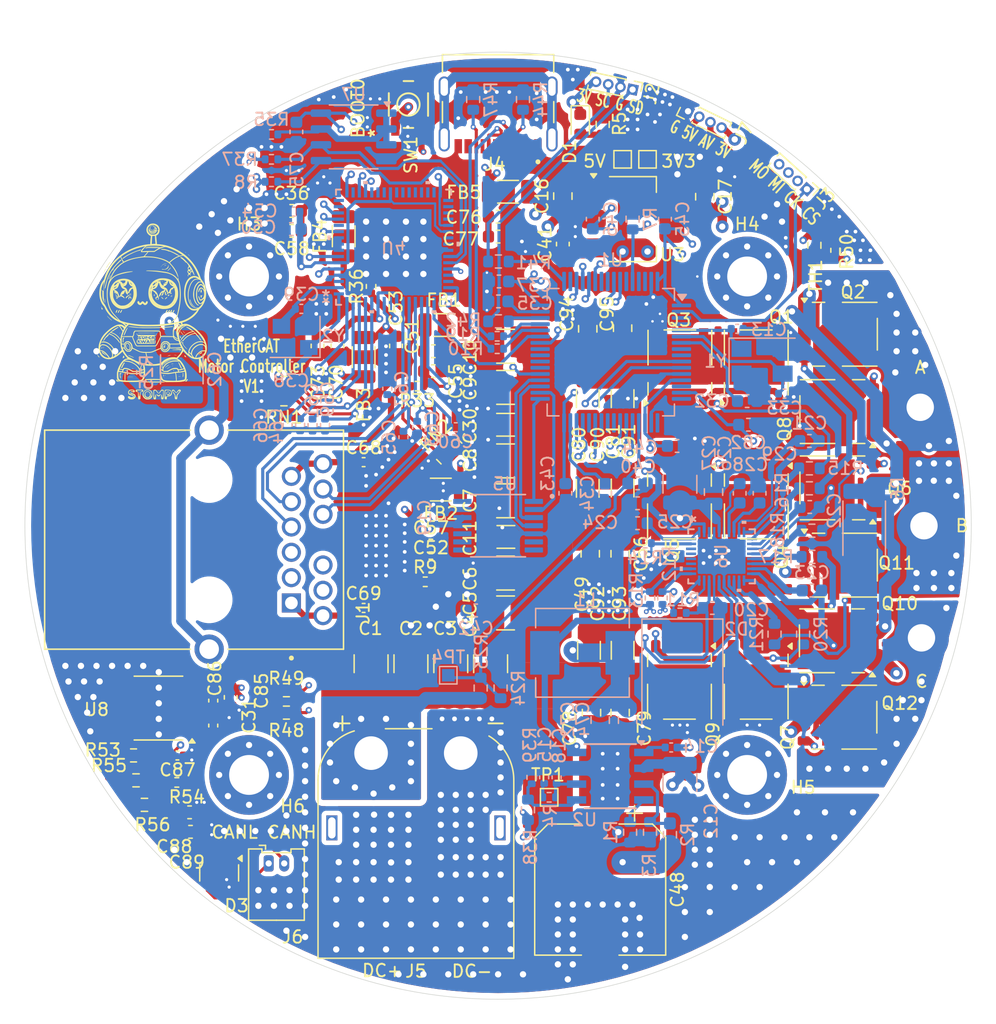
<source format=kicad_pcb>
(kicad_pcb (version 20240108) (generator "pcbnew") (generator_version "8.0")
  (layers (0 "F.Cu" signal "Front Signal") (1 "In1.Cu" power "Upper Ground") (2 "In2.Cu" power "Power") (3 "In3.Cu" signal "Signal") (4 "In4.Cu" power "Lower Ground") (31 "B.Cu" signal "Bottom Signal") (34 "B.Paste" user) (35 "F.Paste" user) (36 "B.SilkS" user "B.Silkscreen") (37 "F.SilkS" user "F.Silkscreen") (38 "B.Mask" user) (39 "F.Mask" user) (44 "Edge.Cuts" user))
  (net 0 "")
  (net 1 "DCBUS")
  (net 2 "GND")
  (net 3 "/ETH0_CT1")
  (net 4 "Net-(U1-PH0)")
  (net 5 "Net-(D2-K)")
  (net 6 "Net-(U2-BOOT)")
  (net 7 "Net-(C15-Pad1)")
  (net 8 "VCC")
  (net 9 "Net-(U2-COMP)")
  (net 10 "AVCC")
  (net 11 "Net-(U6-BSTA)")
  (net 12 "/SH_A")
  (net 13 "/SH_B")
  (net 14 "Net-(U6-BSTB)")
  (net 15 "/SH_C")
  (net 16 "Net-(U6-BSTC)")
  (net 17 "/Motor/DVDD")
  (net 18 "Net-(U6-CPL)")
  (net 19 "Net-(U6-CPH)")
  (net 20 "Net-(U6-GVDD)")
  (net 21 "/ETH1_CT1")
  (net 22 "/NRST")
  (net 23 "Net-(U1-PH1)")
  (net 24 "Net-(U1-VCAP_1)")
  (net 25 "Net-(U1-VCAP_2)")
  (net 26 "VDDCR")
  (net 27 "Net-(U4-OSCI)")
  (net 28 "Net-(U4-OSCO)")
  (net 29 "/VBUS_SENSE")
  (net 30 "5V")
  (net 31 "VDDTXRX1")
  (net 32 "VDDTXRX2")
  (net 33 "VDDBIAS")
  (net 34 "/ETH0_RXP")
  (net 35 "/ETH1_TXN")
  (net 36 "/ETH0_RXN")
  (net 37 "SHIELD")
  (net 38 "Net-(C62-Pad1)")
  (net 39 "/ETH1_TXP")
  (net 40 "/ETH0_TXP")
  (net 41 "/ETH1_RXN")
  (net 42 "/ETH0_TXN")
  (net 43 "/ETH1_RXP")
  (net 44 "Net-(U4-VDD12TX1)")
  (net 45 "/BOOT0")
  (net 46 "EtherCAT3v3")
  (net 47 "/TEMP_MOSFETS")
  (net 48 "/CAN_MODE")
  (net 49 "/CAN_H")
  (net 50 "/CAN_L")
  (net 51 "Net-(D1-Pad2)")
  (net 52 "Net-(J2-Pin_3)")
  (net 53 "Net-(J2-Pin_1)")
  (net 54 "/SPI_SCK")
  (net 55 "/SPI_MOSI")
  (net 56 "/SPI_CS")
  (net 57 "/SPI_MISO")
  (net 59 "Net-(J4-CC2)")
  (net 60 "Net-(J4-CC1)")
  (net 61 "/USB_D+")
  (net 63 "/USB_D-")
  (net 66 "Net-(Q1-G)")
  (net 67 "/Motor/SENSE_P")
  (net 68 "Net-(Q2-G)")
  (net 69 "Net-(Q4-G)")
  (net 70 "Net-(Q11-G)")
  (net 71 "Net-(Q7-G)")
  (net 72 "Net-(Q10-G)")
  (net 73 "Net-(U2-RT{slash}CLK)")
  (net 74 "/EtherCAT/I2C_SDA")
  (net 75 "Net-(U6-FG)")
  (net 76 "/I2C_SDA")
  (net 77 "/I2C_SCL")
  (net 78 "/NFAULT")
  (net 79 "/Motor/GH_A")
  (net 80 "/Motor/GL_A")
  (net 81 "/Motor/GL_B")
  (net 82 "/Motor/GH_B")
  (net 83 "/Motor/GH_C")
  (net 84 "/Motor/GL_C")
  (net 85 "/EtherCAT/WP")
  (net 86 "Net-(U4-RBIAS)")
  (net 87 "/EtherCAT/I2C_SCL")
  (net 88 "/Power/Regulators/FB")
  (net 89 "/SWCLK")
  (net 90 "/SWDIO")
  (net 91 "Net-(U8-D)")
  (net 92 "/CAN_TX")
  (net 93 "/CAN_RX")
  (net 94 "Net-(U8-R)")
  (net 95 "Net-(U8-Rs)")
  (net 96 "Net-(R54-Pad1)")
  (net 97 "Net-(R54-Pad2)")
  (net 101 "/SPI2_SCK")
  (net 105 "/ETHRST")
  (net 107 "/SPI2_MOSI")
  (net 108 "/SPI1_SCK")
  (net 109 "/SPI2_MISO")
  (net 113 "/SPI1_MISO")
  (net 114 "/SPI2_CS")
  (net 115 "/SPI1_MOSI")
  (net 118 "/DRVOFF")
  (net 119 "/IRQ")
  (net 120 "/WAKE")
  (net 122 "/SPI1_CS")
  (net 158 "Net-(U2-EN)")
  (net 162 "Net-(U1-PA11)")
  (net 163 "Net-(U1-PA12)")
  (footprint "Capacitor_SMD:C_0805_2012Metric" (layer "F.Cu") (at 157.2 84.2 90)
    (property "Reference" "C94")
    (property "Value" "0.1uF")
  )
  (footprint "Package_SO:ONSemi_SO-8FL_488AA" (layer "F.Cu") (at 164.565 97.94725 -90)
    (property "Reference" "Q5")
    (property "Value" "~")
  )
  (footprint "Capacitor_SMD:C_0805_2012Metric" (layer "F.Cu") (at 166.6 73.6 90)
    (property "Reference" "C17")
    (property "Value" "4.7uF")
  )
  (footprint "Package_SO:ONSemi_SO-8FL_488AA" (layer "F.Cu") (at 177.34725 84.635)
    (property "Reference" "Q2")
    (property "Value" "~")
  )
  (footprint "Resistor_SMD:R_0603_1608Metric_Pad0.98x0.95mm_HandSolder" (layer "F.Cu") (at 121.6 122.4 180)
    (property "Reference" "R56")
    (property "Value" "0")
  )
  (footprint "TestPoint:TestPoint_Pad_1.0x1.0mm" (layer "F.Cu") (at 160 70.6)
    (property "Reference" "5V")
    (property "Value" "TESTPOINT")
  )
  (footprint "Resistor_SMD:R_0603_1608Metric" (layer "F.Cu") (at 175.4 77.5 -90)
    (property "Reference" "R50")
    (property "Value" "3.3k")
  )
  (footprint "Diode_SMD:D_0603_1608Metric" (layer "F.Cu") (at 156.6 67.7875 -90)
    (property "Reference" "D1")
    (property "Value" "LTST-C190KGKT")
  )
  (footprint "Resistor_SMD:R_0402_1005Metric" (layer "F.Cu") (at 139.8 80.8 90)
    (property "Reference" "R36")
    (property "Value" "12.1K")
  )
  (footprint "Inductor_SMD:L_1206_3216Metric" (layer "F.Cu") (at 145.7 83.9 180)
    (property "Reference" "FB1")
    (property "Value" "2A, 0.05DCR")
  )
  (footprint "MountingHole:MountingHole_3.2mm_M3_Pad_Via" (layer "F.Cu") (at 130 120)
    (property "Reference" "H6")
    (property "Value" "MountingHole" (hide yes))
  )
  (footprint "footprints:HRO_TYPE-C-31-M-12" (layer "F.Cu") (at 150 64.8 180)
    (property "Reference" "J4")
    (property "Value" "TYPE-C-31-M-12")
  )
  (footprint "Capacitor_SMD:C_1206_3216Metric" (layer "F.Cu") (at 160 110 90)
    (property "Reference" "C93")
    (property "Value" "1uF")
  )
  (footprint "Capacitor_SMD:C_0603_1608Metric" (layer "F.Cu") (at 141.8 85.575 -90)
    (property "Reference" "C53")
    (property "Value" "0.1uF")
  )
  (footprint "Capacitor_SMD:C_1210_3225Metric" (layer "F.Cu") (at 150.6 94.8 180)
    (property "Reference" "C8")
    (property "Value" "10uF")
  )
  (footprint "MountingHole:MountingHole_3.2mm_M3_Pad_Via" (layer "F.Cu") (at 130 80)
    (property "Reference" "H3")
    (property "Value" "MountingHole" (hide yes))
  )
  (footprint "Capacitor_SMD:C_0603_1608Metric" (layer "F.Cu") (at 133.425 74.74 180)
    (property "Reference" "C36")
    (property "Value" "1uF")
  )
  (footprint "Resistor_SMD:R_0603_1608Metric" (layer "F.Cu") (at 120.725 118.435 180)
    (property "Reference" "R53")
    (property "Value" "22R")
  )
  (footprint "Capacitor_SMD:C_0402_1005Metric" (layer "F.Cu") (at 127.125 116.035 90)
    (property "Reference" "C31")
    (property "Value" "330pF")
  )
  (footprint "Capacitor_SMD:C_1206_3216Metric" (layer "F.Cu") (at 157.3 110 90)
    (property "Reference" "C92")
    (property "Value" "1uF")
  )
  (footprint "Resistor_SMD:R_0603_1608Metric_Pad0.98x0.95mm_HandSolder" (layer "F.Cu") (at 120.925 120.435)
    (property "Reference" "R55")
    (property "Value" "0")
  )
  (footprint "Capacitor_SMD:C_0805_2012Metric" (layer "F.Cu") (at 157.5 115 -90)
    (property "Reference" "C78")
    (property "Value" "0.1uF")
  )
  (footprint "MountingHole:MountingHole_2.2mm_M2_Pad" (layer "F.Cu") (at 184 109)
    (property "Reference" "C")
    (property "Value" "SH_C" (hide yes))
  )
  (footprint "Resistor_SMD:R_0603_1608Metric" (layer "F.Cu") (at 133 113.2 180)
    (property "Reference" "R49")
    (property "Value" "22R")
  )
  (footprint "Package_SO:ONSemi_SO-8FL_488AA" (layer "F.Cu") (at 164.6 87.4 90)
    (property "Reference" "Q3")
    (property "Value" "~")
  )
  (footprint "TestPoint:TestPoint_Pad_1.0x1.0mm" (layer "F.Cu") (at 154.1 121.795)
    (property "Reference" "TP1")
    (property "Value" "TESTPOINT")
  )
  (footprint "Capacitor_SMD:C_0805_2012Metric" (layer "F.Cu") (at 159.8 102.25 -90)
    (property "Reference" "C56")
    (property "Value" "0.1uF")
  )
  (footprint "Package_SO:ONSemi_SO-8FL_488AA" (layer "F.Cu") (at 170.735 97.94725 -90)
    (property "Reference" "Q4")
    (property "Value" "~")
  )
  (footprint "Capacitor_SMD:C_0603_1608Metric" (layer "F.Cu") (at 133.425 76.34 180)
    (property "Reference" "C58")
    (property "Value" "0.1uF")
  )
  (footprint "Resistor_SMD:R_0402_1005Metric" (layer "F.Cu") (at 177.1 77.9 90)
    (property "Reference" "TH1")
    (property "Value" "10k")
  )
  (footprint "Capacitor_SMD:C_0603_1608Metric" (layer "F.Cu") (at 155.2 77.4 90)
    (property "Reference" "C41")
    (property "Value" "2.2uF")
  )
  (footprint "Package_TO_SOT_SMD:SOT-23" (layer "F.Cu") (at 127.6 127.8625 -90)
    (property "Reference" "D3")
    (property "Value" "SM24CANB-02HTG")
  )
  (footprint "Resistor_SMD:R_0402_1005Metric" (layer "F.Cu") (at 143.5 88.8 180)
    (property "Reference" "R33")
    (property "Value" "0")
  )
  (footprint "Capacitor_SMD:CP_Elec_10x10" (layer "F.Cu") (at 158.2 129.2 -90)
    (property "Reference" "C48")
    (property "Value" "100uF, 80V")
  )
  (footprint "Package_SO:ONSemi_SO-8FL_488AA" (layer "F.Cu") (at 177.30725 109.235 180)
    (property "Reference" "Q12")
    (property "Value" "~")
  )
  (footprint "Package_SO:ONSemi_SO-8FL_488AA" (layer "F.Cu") (at 177.34725 96.965 180)
    (property "Reference" "Q6")
    (property "Value" "~")
  )
  (footprint "Capacitor_SMD:C_0603_1608Metric" (layer "F.Cu") (at 144.6 101.6)
    (property "Reference" "C57")
    (property "Value" "0.1uF")
  )
  (footprint "RJ45:BEL_L8AL-1X1T-32A" (layer "F.Cu") (at 126.796 101.12 90)
    (property "Reference" "J1")
    (property "Value" "DNP")
  )
  (footprint "Connector_PinHeader_1.00mm:PinHeader_1x04_P1.00mm_Vertical" (layer "F.Cu") (at 174.8 73 -132)
    (property "Reference" "J3")
    (property "Value" "Conn_01x04_Socket")
  )
  (footprint "Capacitor_SMD:C_1206_3216Metric" (layer "F.Cu") (at 160 96.975 90)
    (property "Reference" "C81")
    (property "Value" "1uF")
  )
  (footprint "Resistor_SMD:R_Array_Convex_4x0402" (layer "F.Cu") (at 132.8 89.2 180)
    (property "Reference" "RN1")
    (property "Value" "49R9")
  )
  (footprint "Resistor_SMD:R_0603_1608Metric" (layer "F.Cu") (at 158.4 67.8 90)
    (property "Reference" "R5")
    (property "Value" "1k")
  )
  (footprint "Capacitor_SMD:C_0805_2012Metric" (layer "F.Cu") (at 159.8 115 -90)
    (property "Reference" "C79")
    (property "Value" "0.1uF")
  )
  (footprint "Capacitor_SMD:C_0402_1005Metric" (layer "F.Cu") (at 139.2 94.9)
    (property "Reference" "C68")
    (property "Value" "0.022uF")
  )
  (footprint "Capacitor_SMD:C_0603_1608Metric" (layer "F.Cu") (at 144.6 103.2)
    (property "Reference" "C52")
    (property "Value" "1uF")
  )
  (footprint "Capacitor_SMD:C_0805_2012Metric" (layer "F.Cu") (at 155.2 73.55 90)
    (property "Reference" "C16")
    (property "Value" "4.7uF")
  )
  (footprint "Capacitor_SMD:C_0603_1608Metric" (layer "F.Cu") (at 150 75.2)
    (property "Reference" "C76")
    (property "Value" "1uF")
  )
  (footprint "Package_SO:ONSemi_SO-8FL_488AA" (layer "F.Cu") (at 170.73 87.4 90)
    (property "Reference" "Q1")
    (property "Value" "~")
  )
  (footprint "Package_SO:ONSemi_SO-8FL_488AA" (layer "F.Cu") (at 164.565 112.41725 -90)
    (property "Reference" "Q9")
    (property "Value" "~")
  )
  (footprint "Capacitor_SMD:C_1206_3216Metric" (layer "F.Cu") (at 160 89.8 -90)
    (property "Reference" "C91")
    (property "Value" "1uF")
  )
  (footprint "Package_TO_SOT_SMD:SOT-223" (layer "F.Cu") (at 160.8 75.4)
    (property "Reference" "U3")
    (property "Value" "LDL1117S33R")
  )
  (footprint "Capacitor_SMD:C_1210_3225Metric" (layer "F.Cu") (at 143 111.075 90)
    (property "Reference" "C2")
    (property "Value" "10uF")
  )
  (footprint "Capacitor_SMD:C_1210_3225Metric" (layer "F.Cu") (at 139.8 111.075 90)
    (property "Reference" "C1")
    (property "Value" "10uF")
  )
  (footprint "Package_SO:ONSemi_SO-8FL_488AA" (layer "F.Cu") (at 177.30725 115.365)
    (property "Reference" "Q10")
    (property "Value" "~")
  )
  (footprint "Capacitor_SMD:C_0402_1005Metric" (layer "F.Cu") (at 127.125 114.035 90)
    (property "Reference" "C86")
    (property "Value" "330pF")
  )
  (footprint "Capacitor_SMD:C_0603_1608Metric" (layer "F.Cu") (at 144.8 87.6)
    (property "Reference" "C55")
    (property "Value" "0.1uF")
  )
  (footprint "Inductor_SMD:L_1206_3216Metric" (layer "F.Cu") (at 139.2 86.475 90)
    (property "Reference" "FB3")
    (property "Value" "2A, 0.05DCR")
  )
  (footprint "MountingHole:MountingHole_3.2mm_M3_Pad_Via" (layer "F.Cu") (at 170 120)
    (property "Reference" "H5")
    (property "Value" "MountingHole" (hide yes))
  )
  (footprint "footprints:SW_EVP-AA102K_PAN" (layer "F.Cu") (at 142.8 66.2 90)
    (property "Reference" "SW1")
    (property "Value" "EVP-AA202K")
  )
  (footprint "Capacitor_SMD:C_1206_3216Metric" (layer "F.Cu") (at 157.2 97 90)
    (property "Reference" "C80")
    (property "Value" "1uF")
  )
  (footprint "Stompy:biggerstompy" (layer "F.Cu") (at 122.2 82.8)
    (property "Reference" "G***" (hide yes))
    (property "Value" "LOGO" (hide yes))
  )
  (footprint "Resistor_SMD:R_0402_1005Metric" (layer "F.Cu") (at 144.15 104.5)
    (property "Reference" "R9")
    (property "Value" "0")
  )
  (footprint "Inductor_SMD:L_1206_3216Metric" (layer "F.Cu") (at 145.4 97.1 180)
    (property "Reference" "FB2")
    (property "Value" "2A, 0.05DCR")
  )
  (footprint "Package_SO:SOIC-8_3.9x4.9mm_P1.27mm" (layer "F.Cu") (at 122.725 114.635 180)
    (property "Reference" "U8")
    (property "Value" "SN65HVD231")
  )
  (footprint "Capacitor_SMD:C_0603_1608Metric" (layer "F.Cu") (at 128.525 113.775 90)
    (property "Reference" "C85")
    (property "Value" "1uF")
  )
  (footprint "MountingHole:MountingHole_2.2mm_M2_Pad" (layer "F.Cu") (at 184.2 100)
    (property "Reference" "B")
    (property "Value" "SH_B" (hide yes))
  )
  (footprint "Capacitor_SMD:C_1210_3225Metric" (layer "F.Cu") (at 146.2 111.075 90)
    (property "Reference" "C3")
    (property "Value" "10uF")
  )
  (footprint "Connector_PinHeader_1.00mm:PinHeader_1x04_P1.00mm_Vertical" (layer "F.Cu") (at 160.8 65 -102)
    (property "Reference" "J2")
    (property "Value" "Right Angle 1x4")
  )
  (footprint "Capacitor_SMD:C_0402_1005Metric" (layer "F.Cu") (at 124.245 118.435 180)
    (property "Reference" "C87")
    (property "Value" "330pF")
  )
  (footprint "Capacitor_SMD:C_0603_1608Metric" (layer "F.Cu") (at 125.225 123)
    (property "Reference" "C88")
    (property "Value" "0.1uF")
  )
  (footprint "Capacitor_SMD:C_0402_1005Metric" (layer "F.Cu") (at 139.2 106.6)
    (property "Reference" "C69")
    (property "Value" "0.022uF")
  )
  (footprint "MountingHole:MountingHole_3.2mm_M3_Pad_Via" (layer "F.Cu") (at 170 80)
    (property "Reference" "H4")
    (property "Value" "MountingHole" (hide yes))
  )
  (footprint "Capacitor_SMD:C_1206_3216Metric" (layer "F.Cu") (at 150.6 91.9 180)
    (property "Reference" "C30")
    (property "Value" "1uF")
  )
  (footprint "Capacitor_SMD:C_0603_1608Metric" (layer "F.Cu") (at 125.3 124.565 180)
    (property "Reference" "C89")
    (property "Value" "0.1uF")
  )
  (footprint "Resistor_SMD:R_0603_1608Metric" (layer "F.Cu") (at 133 115 180)
    (property "Reference" "R48")
    (property "Value" "22R")
  )
  (footprint "TestPoint:TestPoint_Pad_1.0x1.0mm" (layer "F.Cu") (at 162 70.6)
    (property "Reference" "3V3")
    (property "Value" "TESTPOINT")
  )
  (footprint "Capacitor_SMD:C_1210_3225Metric" (layer "F.Cu") (at 150.6 103.8 180)
    (property "Reference" "C6")
    (property "Value" "10uF")
  )
  (footprint "Capacitor_SMD:C_0603_1608Metric" (layer "F.Cu") (at 137.1 85.575 -90)
    (property "Reference" "C70")
    (property "Value" "0.1uF")
  )
  (footprint "Package_SO:ONSemi_SO-8FL_488AA" (layer "F.Cu") (at 170.725 112.41725 -90)
    (property "Reference" "Q7")
    (property "Value" "~")
  )
  (footprint "Capacitor_SMD:C_1210_3225Metric" (layer "F.Cu") (at 150.6 107 180)
    (property "Reference" "C5")
    (property "Value" "10uF")
  )
  (footprint "Capacitor_SMD:C_1206_3216Metric" (layer "F.Cu") (at 150.625 100.9 180)
    (property "Reference" "C11")
    (property "Value" "1uF")
  )
  (footprint "Resistor_SMD:R_0402_1005Metric" (layer "F.Cu") (at 124.2 120.6 180)
    (property "Reference" "R54")
    (property "Value" "120R")
  )
  (footprint "MountingHole:MountingHole_2.2mm_M2_Pad" (layer "F.Cu") (at 183.9 90.5)
    (property "Reference" "A")
    (property "Value" "SH_A" (hide yes))
  )
  (footprint "Capacitor_SMD:C_0805_2012Metric" (layer "F.Cu") (at 160 84.15 90)
    (property "Reference" "C95")
    (property "Value" "0.1uF")
  )
  (footprint "Capacitor_SMD:C_0603_1608Metric" (layer "F.Cu") (at 150 76.8)
    (property "Reference" "C77")
    (property "Value" "0.1uF")
  )
  (footprint "Inductor_SMD:L_1206_3216Metric" (layer "F.Cu") (at 150.8 73.2 180)
    (property "Reference" "FB5")
    (property "Value" "2A, 0.05DCR")
  )
  (footprint "Connector_Molex:Molex_PicoBlade_53048-0210_1x02_P1.25mm_Horizontal" (layer "F.Cu") (at 131.575 127.1)
    (property "Reference" "J6")
    (property "Value" "2 pin Molex Picoblade" (hide yes))
  )
  (footprint "Capacitor_SMD:C_0805_2012Metric" (layer "F.Cu") (at 157.4 102.25 -90)
    (property "Reference" "C49")
    (property "Value" "0.1uF")
  )
  (footprint "Package_SO:ONSemi_SO-8FL_488AA" (layer "F.Cu") (at 177.34725 90.84225 180)
    (property "Reference" "Q8")
    (property "Value" "~")
  )
  (footprint "Capacitor_SMD:C_1210_3225Metric" (layer "F.Cu") (at 150.6 98 180)
    (property "Reference" "C7")
    (property "Value" "10uF")
  )
  (footprint "Capacitor_SMD:C_0603_1608Metric" (layer "F.Cu") (at 144.8 86)
    (property "Reference" "C51")
    (property "Value" "1uF")
  )
  (footprint "Package_SO:ONSemi_SO-8FL_488AA" (layer "F.Cu") (at 177.34725 103.165)
    (property "Reference" "Q11")
    (property "Value" "~")
  )
  (footprint "Capacitor_SMD:C_1206_3216Metric" (layer "F.Cu") (at 157.2 89.8 -90)
    (property "Reference" "C90")
    (property "Value" "1uF")
  )
  (footprint "Capacitor_SMD:C_1210_3225Metric" (layer "F.Cu") (at 150.6 85.6 180)
    (property "Reference" "C10")
    (property "Value" "10uF")
  )
  (footprint "Connector_AMASS:AMASS_XT60PW-M_1x02_P7.20mm_Horizontal" (layer "F.Cu") (at 147 118.25 180)
    (property "Reference" "J5")
    (property "Value" "XT60PW-M")
  )
  (footprint "Inductor_SMD:L_1206_3216Metric" (layer "F.Cu") (at 137.6 76.775 90)
    (property "Reference" "FB4")
    (property "Value" "2A, 0.05DCR")
  )
  (footprint "Capacitor_SMD:C_1210_3225Metric" (layer "F.Cu") (at 149.4 111.075 90)
    (property "Reference" "C4")
    (property "Value" "10uF")
  )
  (footprint "Capacitor_SMD:C_1210_3225Metric" (layer "F.Cu") (at 150.6 88.9 180)
    (property "Reference" "C9")
    (property "Value" "10uF")
  )
  (footprint "Connector_PinHeader_1.00mm:PinHeader_1x04_P1.00mm_Vertical" (layer "F.Cu") (at 165.25181 66.742444 64)
    (property "Reference" "J7")
    (property "Value" "DEBUG POWER")
  )
  (footprint "Resistor_SMD:R_Array_Convex_4x0402" (layer "F.Cu") (at 146.076777 94.03033 -45)
    (property "Reference" "RN2")
    (property "Value" "49R9")
  )
  (footprint "Capacitor_SMD:C_0603_1608Metric" (layer "F.Cu") (at 135.5 85.575 -90)
    (property "Reference" "C73")
    (property "Value" "0.1uF")
  )
  (footprint "Capacitor_SMD:C_0805_2012Metric" (layer "B.Cu") (at 158.2 115.6 -90)
    (property "Reference" "C72")
    (property "Value" "47uF")
  )
  (footprint "Resistor_SMD:R_0402_1005Metric" (layer "B.Cu") (at 131.8 72.4)
    (property "Reference" "R8")
    (property "Value" "2k")
  )
  (footprint "Capacitor_SMD:C_0603_1608Metric" (layer "B.Cu") (at 161.2 96.6)
    (property "Reference" "C40")
    (property "Value" "2.2uF")
  )
  (footprint "Resistor_SMD:R_0603_1608Metric" (layer "B.Cu") (at 174.5 108.7 90)
    (property "Reference" "R20")
    (property "Value" "2.2R")
  )
  (footprint "Capacitor_SMD:C_0603_1608Metric" (layer "B.Cu") (at 158.6 97.4 -90)
    (property "Reference" "C34")
    (property "Value" "2.2µF")
  )
  (footprint "Resistor_SMD:R_0402_1005Metric" (layer "B.Cu") (at 149.93 84.8 180)
    (property "Reference" "R19")
    (property "Value" "22R")
  )
  (footprint "Capacitor_SMD:C_0603_1608Metric" (layer "B.Cu") (at 155.4 97.4 -90)
    (property "Reference" "C43")
    (property "Value" "0.1uF")
  )
  (footprint "Capacitor_SMD:C_0402_1005Metric" (layer "B.Cu") (at 135.1 91.92 -90)
    (property "Reference" "C61")
    (property "Value" "10pF")
  )
  (footprint "Package_SO:TI_SO-PowerPAD-8_ThermalVias" (layer "B.Cu") (at 159 120.1 180)
    (property "Reference" "U2")
    (property "Value" "TPS54360DDAR")
  )
  (footprint "Resistor_SMD:R_0402_1005Metric" (layer "B.Cu") (at 152.7 120.195 90)
    (property "Reference" "R39")
    (property "Value" "10.2K")
  )
  (footprint "Resistor_SMD:R_0603_1608Metric_Pad0.98x0.95mm_HandSolder" (layer "B.Cu") (at 163.8 124.8 90)
    (property "Reference" "R2")
    (property "Value" "523K")
  )
  (footprint "Resistor_SMD:R_0402_1005Metric" (layer "B.Cu") (at 120.6 87.7 90)
    (property "Reference" "R25")
    (property "Value" "1M")
  )
  (footprint "Diode_SMD:D_SMC" (layer "B.Cu") (at 164.8 112.4 -90)
    (property "Reference" "D2")
    (property "Value" "B560C")
  )
  (footprint "Capacitor_SMD:C_0603_1608Metric" (layer "B.Cu") (at 164.375 93.6)
    (property "Reference" "C44")
    (property "Value" "0.1uF")
  )
  (footprint "Capacitor_SMD:C_0402_1005Metric" (layer "B.Cu") (at 163.9 117.795)
    (property "Reference" "C14")
    (property "Value" "0.1uF")
  )
  (footprint "Resistor_SMD:R_0402_1005Metric" (layer "B.Cu") (at 162.2 105.8 90)
    (property "Reference" "R13")
    (property "Value" "5.1K")
  )
  (footprint "Resistor_SMD:R_2512_6332Metric" (layer "B.Cu") (at 179.4 100.2 -90)
    (property "Reference" "R6")
    (property "Value" "500uOhm")
  )
  (footprint "Resistor_SMD:R_0603_1608Metric" (layer "B.Cu") (at 162.2 124.6 -90)
    (property "Reference" "R3")
    (property "Value" "84.5k")
  )
  (footprint "Resistor_SMD:R_0603_1608Metric" (layer "B.Cu") (at 175.2 102.5 180)
    (property "Reference" "R17")
    (property "Value" "2.2R")
  )
  (footprint "Capacitor_SMD:C_0402_1005Metric" (layer "B.Cu") (at 169.2 84.2)
    (property "Reference" "C13")
    (property "Value" "10pF")
  )
  (footprint "Capacitor_SMD:C_0603_1608Metric" (layer "B.Cu") (at 133.8 68.4 -90)
    (property "Reference" "C75")
    (property "Value" "0.1uF")
  )
  (footprint "Capacitor_SMD:C_0603_1608Metric" (layer "B.Cu") (at 175.025 98.5 180)
    (property "Reference" "C22")
    (property "Value" "1uF")
  )
  (footprint "Resistor_SMD:R_0603_1608Metric" (layer "B.Cu") (at 175 95.4 180)
    (property "Reference" "R15")
    (property "Value" "2.2R")
  )
  (footprint "Package_SO:SOP-8_3.9x4.9mm_P1.27mm" (layer "B.Cu") (at 138.4 68.8 180)
    (property "Reference" "U7")
    (property "Value" "24FC512-I/SN")
  )
  (footprint "Capacitor_SMD:C_1210_3225Metric" (layer "B.Cu") (at 164.6 96.675 90)
    (property "Reference" "C27")
    (property "Value" "10uF")
  )
  (footprint "Capacitor_SMD:C_1210_3225Metric" (layer "B.Cu") (at 164.6 120.6 -90)
    (property "Reference" "C12")
    (property "Value" "4.7uF")
  )
  (footprint "Crystal:Crystal_SMD_5032-4Pin_5.0x3.2mm" (layer "B.Cu") (at 171.2 86.8)
    (property "Reference" "Y1")
    (property "Value" "ABM3B-8.000MHZ-10-1-U-T")
  )
  (footprint "Capacitor_SMD:C_0603_1608Metric" (layer "B.Cu") (at 161.2 98.2)
    (property "Reference" "C25")
    (property "Value" "1uF")
  )
  (footprint "Resistor_SMD:R_0603_1608Metric" (layer "B.Cu") (at 148 65.8 90)
    (property "Reference" "R47")
    (property "Value" "5.1k")
  )
  (footprint "Resistor_SMD:R_0603_1608Metric" (layer "B.Cu") (at 150.025 78.8)
    (property "Reference" "R41")
    (property "Value" "22R")
  )
  (footprint "Capacitor_SMD:C_0603_1608Metric" (layer "B.Cu") (at 133.4 76.2 180)
    (property "Reference" "C50")
    (property "Value" "0.1uF")
  )
  (footprint "Capacitor_SMD:C_0603_1608Metric" (layer "B.Cu") (at 157.6 75.4 90)
    (property "Reference" "C46")
    (property "Value" "0.1uF")
  )
  (footprint "Capacitor_SMD:C_0402_1005Metric" (layer "B.Cu") (at 136.1 91.92 -90)
    (property "Reference" "C59")
    (property "Value" "10pF")
  )
  (footprint "Resistor_SMD:R_0603_1608Metric" (layer "B.Cu") (at 148.6 113.025 90)
    (property "Reference" "R23")
    (property "Value" "18K")
  )
  (footprint "Resistor_SMD:R_0402_1005Metric" (layer "B.Cu") (at 131.8 68.6 180)
    (property "Reference" "R35")
    (property "Value" "4.7k")
  )
  (footprint "Resistor_SMD:R_0603_1608Metric" (layer "B.Cu") (at 150.2 113.025 90)
    (property "Reference" "R24")
    (property "Value" "1k")
  )
  (footprint "Resistor_SMD:R_0402_1005Metric" (layer "B.Cu") (at 131.8 70.6)
    (property "Reference" "R37")
    (property "Value" "2k")
  )
  (footprint "Resistor_SMD:R_0603_1608Metric" (layer "B.Cu") (at 172.2 108.7 -90)
    (property "Reference" "R21")
    (property "Value" "2.2R")
  )
  (footprint "Capacitor_SMD:C_0603_1608Metric" (layer "B.Cu") (at 175 93.2 180)
    (property "Reference" "C21")
    (property "Value" "1uF")
  )
  (footprint "Resistor_SMD:R_0402_1005Metric" (layer "B.Cu") (at 164.6 107 180)
    (property "Reference" "R11")
    (property "Value" "5.1K")
  )
  (footprint "Resistor_SMD:R_0402_1005Metric" (layer "B.Cu") (at 154.1 121.795 180)
    (property "Reference" "R4")
    (property "Value" "13K")
  )
  (footprint "Capacitor_SMD:C_0402_1005Metric" (layer "B.Cu") (at 143.5 92.1 -90)
    (property "Reference" "C63")
    (property "Value" "10pF")
  )
  (footprint "Capacitor_SMD:C_0402_1005Metric" (layer "B.Cu") (at 173 89.4)
    (property "Reference" "C33")
    (property "Value" "10pF")
  )
  (footprint "Capacitor_SMD:C_0603_1608Metric" (layer "B.Cu") (at 170.1 91.9)
    (property "Reference" "C82")
    (property "Value" "2.2uF")
  )
  (footprint "TestPoint:TestPoint_Pad_1.0x1.0mm" (layer "B.Cu") (at 146 112 180)
    (property "Reference" "TP4")
    (property "Value" "TESTPOINT")
  )
  (footprint "Resistor_SMD:R_0603_1608Metric" (layer "B.Cu") (at 150.025 83.6 180)
    (property "Reference" "R42")
    (property "Value" "22R")
  )
  (footprint "Capacitor_SMD:C_0603_1608Metric" (layer "B.Cu") (at 148.2 106.8)
    (property "Reference" "C42")
    (property "Value" "0.1uF")
  )
  (footprint "footprints:WQFN36_REE_TEX" (layer "B.Cu") (at 167.9489 102.4569 -90)
    (property "Reference" "U6")
    (property "Value" "MCF8329A1IREER")
  )
  (footprint "Resistor_SMD:R_0402_1005Metric" (layer "B.Cu") (at 149.93 85.8 180)
    (property "Reference" "R10")
    (property "Value" "22R")
  )
  (footprint "Capacitor_SMD:C_0603_1608Metric" (layer "B.Cu") (at 171 97.4 -90)
    (property "Reference" "C29")
    (property "Value" "10uF")
  )
  (footprint "Capacitor_SMD:C_0402_1005Metric" (layer "B.Cu") (at 134.1 91.9 -90)
    (property "Reference" "C64")
    (property "Value" "10pF")
  )
  (footprint "Capacitor_SMD:C_0402_1005Metric" (layer "B.Cu") (at 145.4 99.4 90)
    (property "Reference" "C19")
    (property "Value" "0.1uF")
  )
  (footprint "AMS:SOP65P640X120-14N" (layer "B.Cu") (at 150 100 180)
    (property "Reference" "U5")
    (property "Value" "AS5047P-ATSM")
  )
  (footprint "Crystal:Crystal_SMD_3225-4Pin_3.2x2.5mm" (layer "B.Cu") (at 133.7 84.85 180)
    (property "Reference" "Y2")
    (property "Value" "ABM8-25.000MHZ-D2Y-T")
  )
  (footprint "Capacitor_SMD:C_0603_1608Metric" (layer "B.Cu") (at 161.2 99.8)
    (property "Reference" "C24")
    (property "Value" "1uF")
  )
  (footprint "Resistor_SMD:R_0603_1608Metric" (layer "B.Cu") (at 160.6 124.6 -90)
    (property "Reference" "R1")
    (property "Value" "162K")
  )
  (footprint "Capacitor_SMD:C_0402_1005Metric" (layer "B.Cu") (at 133.4 87.2)
    (property "Reference" "C38")
    (property "Value" "18pF")
  )
  (footprint "Capacitor_SMD:C_0402_1005Metric" (layer "B.Cu") (at 133.6 74.8 180)
    (property "Reference" "C54")
    (property "Value" "470pF")
  )
  (footprint "Resistor_SMD:R_0402_1005Metric" (layer "B.Cu") (at 163.2 105.8 90)
    (property "Reference" "R12")
    (property "Value" "5.1K")
  )
  (footprint "Capacitor_SMD:C_0402_1005Metric" (layer "B.Cu") (at 134.2 82.6 180)
    (property "Reference" "C39")
    (property "Value" "18pF")
  )
  (footprint "Capacitor_SMD:C_0402_1005Metric" (layer "B.Cu") (at 141.1 89 90)
    (property "Reference" "C67")
    (property "Value" "10pF")
  )
  (footprint "Capacitor_SMD:C_0603_1608Metric" (layer "B.Cu") (at 150.025 82 180)
    (property "Reference" "C35")
    (property "Value" "2.2µF")
  )
  (footprint "Resistor_SMD:R_0603_1608Metric" (layer "B.Cu") (at 152 65.8 90)
    (property "Reference" "R44")
    (property "Value" "5.1k")
  )
  (footprint "Resistor_SMD:R_0603_1608Metric" (layer "B.Cu") (at 152.4 122.8 90)
    (property "Reference" "R38")
    (property "Value" "53.6K")
  )
  (footprint "Package_QFP:LQFP-64_10x10mm_P0.5mm" (layer "B.Cu") (at 159.05 86.075 180)
    (property "Reference" "U1")
    (property "Value" "STM32F405RGT6")
  )
  (footprint "Capacitor_SMD:C_0603_1608Metric" (layer "B.Cu") (at 175.2 105.2 180)
    (property "Reference" "C23")
    (property "Value" "1uF")
  )
  (footprint "Inductor_SMD:L_Sunlord_MWSA0603S" (layer "B.Cu") (at 156.775 110.2)
    (property "Reference" "L1")
    (property "Value" "8.2uH")
  )
  (footprint "Capacitor_SMD:C_0402_1005Metric" (layer "B.Cu") (at 142.4 92.9 -90)
    (property "Reference" "C65")
    (property "Value" "10pF")
  )
  (footprint "Capacitor_SMD:C_0805_2012Metric" (layer "B.Cu") (at 160.4 115.6 -90)
    (property "Reference" "C74")
    (property "Value" "47uF")
  )
  (footprint "Capacitor_SMD:C_1812_4532Metric" (layer "B.Cu") (at 124.6 87.45 90)
    (property "Reference" "C62")
    (property "Value" "10nF")
  )
  (footprint "Capacitor_SMD:C_0402_1005Metric" (layer "B.Cu") (at 154.7 120.195 90)
    (property "Reference" "C18")
    (property "Value" "39pF")
  )
  (footprint "Resistor_SMD:R_0402_1005Metric" (layer "B.Cu") (at 161.8 101.4)
    (property "Reference" "R14")
    (property "Value" "5.1K")
  )
  (footprint "Capacitor_SMD:C_0603_1608Metric" (layer "B.Cu") (at 167.2 106.6)
    (property "Reference" "C20")
    (property "Value" "1uF")
  )
  (footprint "Capacitor_SMD:C_0603_1608Metric" (layer "B.Cu") (at 170 90)
    (property "Reference" "C32")
    (property "Value" "0.1uF")
  )
  (footprint "Resistor_SMD:R_0603_1608Metric" (layer "B.Cu") (at 175.2 100.4 180)
    (property "Reference" "R18")
    (property "Value" "2.2R")
  )
  (footprint "Capacitor_SMD:C_0603_1608Metric" (layer "B.Cu") (at 163.4 75.4 90)
    (property "Reference" "C45")
    (property "Value" "0.1uF")
  )
  (footprint "Capacitor_SMD:C_0805_2012Metric" (layer "B.Cu") (at 167.3 97.3 90)
    (property "Reference" "C26")
    (property "Value" "0.1uF")
  )
  (footprint "footprints:QFN64_ML_MCH" (layer "B.Cu") (at 141.6058 77.650001)
    (property "Reference" "U4")
    (property "Value" "LAN9252I/ML")
  )
  (footprint "Resistor_SMD:R_0603_1608Metric" (layer "B.Cu") (at 160.8 75.4 90)
    (property "Reference" "R7")
    (property "Value" "47K")
  )
  (footprint "Capacitor_SMD:C_0402_1005Metric" (layer "B.Cu") (at 133.1 91.9 -90)
    (property "Reference" "C66")
    (property "Value" "10pF")
  )
  (footprint "Resistor_SMD:R_0603_1608Metric" (layer "B.Cu") (at 175 97)
    (property "Reference" "R16")
    (property "Value" "2.2R")
  )
  (footprint "Capacitor_SMD:C_0402_1005Metric" (layer "B.Cu") (at 153.7 120.195 90)
    (property "Reference" "C15")
    (property "Value" "6800pF")
  )
  (footprint "Capacitor_SMD:C_0603_1608Metric" (layer "B.Cu") (at 150.075 80.4 180)
    (property "Reference" "C37")
    (property "Value" "0.1uF")
  )
  (footprint "Capacitor_SMD:C_0603_1608Metric" (layer "B.Cu") (at 169.4 97.4 -90)
    (property "Reference" "C28")
    (property "Value" "470pF")
  )
  (footprint "Capacitor_SMD:C_0402_1005Metric" (layer "B.Cu") (at 146.6 92.1)
    (property "Reference" "C60")
    (property "Value" "10pF")
  )
  (gr_circle (center 150 100) (end 188 100) (stroke (width 0.05)) (fill none) (layer "Edge.Cuts"))
  (gr_text "EtherCAT\nMotor Controller\nV1" (at 130.2 89.4 0) (layer "F.SilkS") (effects (font (size 1 0.7) (thickness 0.15) (bold yes)) (justify bottom)))
  (gr_text "CANL CANH" (at 131.2 124.6 0) (layer "F.SilkS") (effects (font (size 1 1))))
  (gr_text "DC-" (at 147.9 135.75 0) (layer "F.SilkS") (effects (font (size 1 1))))
  (gr_text "G 5V AV 3V" (at 166.25 69 334) (layer "F.SilkS") (effects (font (size 1 0.6))))
  (gr_text "3V SC G SD" (at 159 66 348) (layer "F.SilkS") (effects (font (size 1 0.6))))
  (gr_text "DC+" (at 140.7 135.7 0) (layer "F.SilkS") (effects (font (size 1 1))))
  (gr_text "BOOT0" (at 138.75 66.5 90) (layer "F.SilkS") (effects (font (size 1 1))))
  (gr_text "MO MI CK CS" (at 173 73.25 318) (layer "F.SilkS") (effects (font (size 1 0.7))))
  (segment (start 170.725 113.16225) (end 160.83775 113.16225) (width 4) (layer "F.Cu") (net 1))
  (segment (start 170.73 86.655) (end 161.145 86.655) (width 4) (layer "F.Cu") (net 1))
  (segment (start 158.2 125.2) (end 159.038331 125.2) (width 1.8) (layer "F.Cu") (net 1))
  (segment (start 170.735 98.69225) (end 164.565 98.69225) (width 4) (layer "F.Cu") (net 1))
  (segment (start 164.565 98.69225) (end 161.55775 98.69225) (width 4) (layer "F.Cu") (net 1))
  (segment (start 158.2 125.2) (end 160 127) (width 1.8) (layer "F.Cu") (net 1))
  (segment (start 159.038331 125.2) (end 159.650292 124.588039) (width 1.8) (layer "F.Cu") (net 1))
  (segment (start 161.55775 98.69225) (end 160.75 99.5) (width 4) (layer "F.Cu") (net 1))
  (via (at 160 127) (size 1.016) (drill 0.508) (layers "F.Cu" "B.Cu") (net 1))
  (via (at 136.5 119) (size 1.016) (drill 0.508) (layers "F.Cu" "B.Cu") (net 1))
  (via (at 141.5 121) (size 1.016) (drill 0.508) (layers "F.Cu" "B.Cu") (net 1))
  (via (at 137 120.5) (size 1.016) (drill 0.508) (layers "F.Cu" "B.Cu") (net 1))
  (via (at 138.5 121) (size 1.016) (drill 0.508) (layers "F.Cu" "B.Cu") (net 1))
  (via (at 164.6 99.4) (size 1.016) (drill 0.508) (layers "F.Cu" "B.Cu") (net 1))
  (via (at 140 121.5) (size 1.016) (drill 0.508) (layers "F.Cu" "B.Cu") (net 1))
  (via (at 136.5 117.5) (size 1.016) (drill 0.508) (layers "F.Cu" "B.Cu") (net 1))
  (via (at 143 117.5) (size 1.016) (drill 0.508) (layers "F.Cu" "B.Cu") (net 1))
  (via (at 166.056791 120.855676) (size 1.016) (drill 0.508) (layers "F.Cu" "B.Cu") (net 1))
  (via (at 141 115.5) (size 1.016) (drill 0.508) (layers "F.Cu" "B.Cu") (net 1))
  (via (at 137 116) (size 1.016) (drill 0.508) (layers "F.Cu" "B.Cu") (net 1))
  (via (at 143 119) (size 1.016) (drill 0.508) (layers "F.Cu" "B.Cu") (net 1))
  (via (at 164 120.792) (size 1.016) (drill 0.508) (layers "F.Cu" "B.Cu") (net 1))
  (via (at 143 116) (size 1.016) (drill 0.508) (layers "F.Cu" "B.Cu") (net 1))
  (via (at 143 120.5) (size 1.016) (drill 0.508) (layers "F.Cu" "B.Cu") (net 1))
  (via (at 139 115.5) (size 1.016) (drill 0.508) (layers "F.Cu" "B.Cu") (net 1))
  (via (at 159.650292 124.588039) (size 1.016) (drill 0.508) (layers "F.Cu" "B.Cu") (net 1))
  (segment (start 143 116) (end 143 115.05) (width 1.016) (layer "B.Cu") (net 1))
  (segment (start 167.7489 100.5138) (end 167.7489 99.7489) (width 0.25) (layer "B.Cu") (net 1))
  (segment (start 162.04 119.125) (end 161.7 119.465) (width 0.762) (layer "B.Cu") (net 1))
  (segment (start 164.75 98.3) (end 164.6 98.15) (width 0.762) (layer "B.Cu") (net 1))
  (segment (start 166.3 98.3) (end 167.5 99.5) (width 0.762) (layer "B.Cu") (net 1))
  (segment (start 166.25 98.3) (end 164.75 98.3) (width 0.762) (layer "B.Cu") (net 1))
  (segment (start 164.6 119.398885) (end 166.056791 120.855676) (width 0.762) (layer "B.Cu") (net 1))
  (segment (start 164.6 119.125) (end 164.6 120.192) (width 0.762) (layer "B.Cu") (net 1))
  (segment (start 160 127) (end 163 127) (width 1.8) (layer "B.Cu") (net 1))
  (segment (start 163 127) (end 163.8 126.2) (width 1.8) (layer "B.Cu") (net 1))
  (segment (start 167.7489 99.7489) (end 167.5 99.5) (width 0.25) (layer "B.Cu") (net 1))
  (segment (start 167.4 98.3) (end 166.25 98.3) (width 0.762) (layer "B.Cu") (net 1))
  (segment (start 144.2 113.85) (end 148.6 113.85) (width 1.016) (layer "B.Cu") (net 1))
  (segment (start 164.6 119.125) (end 164.6 119.398885) (width 0.762) (layer "B.Cu") (net 1))
  (segment (start 166.25 98.3) (end 166.3 98.3) (width 0.762) (layer "B.Cu") (net 1))
  (segment (start 164.6 98.15) (end 164.6 98.981) (width 2) (layer "B.Cu") (net 1))
  (segment (start 143 115.05) (end 144.2 113.85) (width 1.016) (layer "B.Cu") (net 1))
  (segment (start 164.6 119.125) (end 162.04 119.125) (width 0.762) (layer "B.Cu") (net 1))
  (segment (start 164.6 120.192) (end 164 120.792) (width 0.762) (layer "B.Cu") (net 1))
  (segment (start 163.8 126.2) (end 163.8 125.7125) (width 1.8) (layer "B.Cu") (net 1))
  (segment (start 150.775 76.8) (end 151.516116 76.8) (width 0.5) (layer "F.Cu") (net 2))
  (segment (start 126 122.6) (end 126.4 122.2) (width 0.25) (layer "F.Cu") (net 2))
  (segment (start 128.525 115.275) (end 128.4 115.4) (width 0.5) (layer "F.Cu") (net 2))
  (segment (start 126.075 124.565) (end 126.435 124.565) (width 0.25) (layer "F.Cu") (net 2))
  (segment (start 126 123) (end 126 122.6) (width 0.25) (layer "F.Cu") (net 2))
  (segment (start 128.525 114.55) (end 128.95 114.55) (width 0.5) (layer "F.Cu") (net 2))
  (segment (start 128.525 114.55) (end 128.525 115.275) (width 0.5) (layer "F.Cu") (net 2))
  (segment (start 128.49 114.515) (end 128.525 114.55) (width 0.5) (layer "F.Cu") (net 2))
  (segment (start 124.965 118.435) (end 125.4 118) (width 0.25) (layer "F.Cu") (net 2))
  (segment (start 127.8 128.8) (end 128.2 128.4) (width 0.25) (layer "F.Cu") (net 2))
  (segment (start 126.37 115.27) (end 126.655 115.555) (width 0.5) (layer "F.Cu") (net 2))
  (segment (start 128.95 114.55) (end 129.2 114.8) (width 0.5) (layer "F.Cu") (net 2))
  (segment (start 126.655 115.555) (end 127.125 115.555) (width 0.5) (layer "F.Cu") (net 2))
  (segment (start 126.075 124.565) (end 126.765 124.565) (width 0.25) (layer "F.Cu") (net 2))
  (segment (start 126.765 124.565) (end 127 124.8) (width 0.25) (layer "F.Cu") (net 2))
  (segment (start 125.035 118.435) (end 125.4 118.8) (width 0.25) (layer "F.Cu") (net 2))
  (segment (start 124.725 118.435) (end 124.965 118.435) (width 0.25) (layer "F.Cu") (net 2))
  (segment (start 126.435 124.565) (end 127 124) (width 0.25) (layer "F.Cu") (net 2))
  (segment (start 128.2 128.8) (end 128.4 129) (width 0.25) (layer "F.Cu") (net 2))
  (segment (start 127.125 114.515) (end 128.49 114.515) (width 0.5) (layer "F.Cu") (net 2))
  (segment (start 124.725 118.435) (end 125.035 118.435) (width 0.25) (layer "F.Cu") (net 2))
  (segment (start 126.37 115.27) (end 127.125 114.515) (width 0.5) (layer "F.Cu") (net 2))
  (segment (start 126 123) (end 126 122.4) (width 0.25) (layer "F.Cu") (net 2))
  (segment (start 126 122.4) (end 125.8 122.2) (width 0.25) (layer "F.Cu") (net 2))
  (segment (start 127.6 128.8) (end 128.2 128.8) (width 0.25) (layer "F.Cu") (net 2))
  (segment (start 151.516116 76.8) (end 151.908058 77.191942) (width 0.5) (layer "F.Cu") (net 2))
  (segment (start 127.6 128.8) (end 127.8 128.8) (width 0.25) (layer "F.Cu") (net 2))
  (segment (start 125.2 115.27) (end 126.37 115.27) (width 0.5) (layer "F.Cu") (net 2))
  (via (at 127.987888 73.962201) (size 1.016) (drill 0.508) (layers "F.Cu" "B.Cu") (net 2))
  (via (at 118.25 89.75) (size 1.016) (drill 0.508) (layers "F.Cu" "B.Cu") (net 2))
  (via (at 125.4 118.8) (size 0.508) (drill 0.254) (layers "F.Cu" "B.Cu") (net 2))
  (via (at 139.4 104) (size 0.6) (drill 0.3) (layers "F.Cu" "B.Cu") (net 2))
  (via (at 126.4 122.2) (size 0.508) (drill 0.254) (layers "F.Cu" "B.Cu") (net 2))
  (via (at 140.7 95.3) (size 0.6) (drill 0.3) (layers "F.Cu" "B.Cu") (net 2))
  (via (at 142 136) (size 1.016) (drill 0.508) (layers "F.Cu" "B.Cu") (net 2))
  (via (at 167 123.6) (size 1.016) (drill 0.508) (layers "F.Cu" "B.Cu") (net 2))
  (via (at 165.8 124.8) (size 1.016) (drill 0.508) (layers "F.Cu" "B.Cu") (net 2))
  (via (at 117 115) (size 1.016) (drill 0.508) (layers "F.Cu" "B.Cu") (net 2))
  (via (at 140.2 100.8) (size 0.6) (drill 0.3) (layers "F.Cu" "B.Cu") (net 2))
  (via (at 127.75 85) (size 1.016) (drill 0.508) (layers "F.Cu" "B.Cu") (net 2))
  (via (at 157 116.9) (size 0.6) (drill 0.3) (layers "F.Cu" "B.Cu") (net 2))
  (via (at 149.5 115.5) (size 0.762) (drill 0.381) (layers "F.Cu" "B.Cu") (net 2))
  (via (at 178.7 76.4) (size 0.6) (drill 0.3) (layers "F.Cu" "B.Cu") (net 2))
  (via (at 149.2 93.1) (size 0.6) (drill 0.3) (layers "F.Cu" "B.Cu") (net 2))
  (via (at 171 129) (size 1.016) (drill 0.508) (layers "F.Cu" "B.Cu") (net 2))
  (via (at 165.8 127.2) (size 1.016) (drill 0.508) (layers "F.Cu" "B.Cu") (net 2))
  (via (at 126 76) (size 1.016) (drill 0.508) (layers "F.Cu" "B.Cu") (net 2))
  (via (at 160.3 106.8) (size 0.6) (drill 0.3) (layers "F.Cu" "B.Cu") (net 2))
  (via (at 149 126.6) (size 1.016) (drill 0.508) (layers "F.Cu" "B.Cu") (net 2))
  (via (at 161.2 102.9) (size 0.6) (drill 0.3) (layers "F.Cu" "B.Cu") (net 2))
  (via (at 172.8 75.6) (size 1.016) (drill 0.508) (layers "F.Cu" "B.Cu") (net 2))
  (via (at 161.360669 131.471896) (size 1.016) (drill 0.508) (layers "F.Cu" "B.Cu") (net 2))
  (via (at 140.2 101.6) (size 0.6) (drill 0.3) (layers "F.Cu" "B.Cu") (net 2))
  (via (at 122.75 116.75) (size 1.016) (drill 0.508) (layers "F.Cu" "B.Cu") (net 2))
  (via (at 140.2 95.9) (size 0.6) (drill 0.3) (layers "F.Cu" "B.Cu") (net 2))
  (via (at 149 121.6) (size 1.016) (drill 0.508) (layers "F.Cu" "B.Cu") (net 2))
  (via (at 119 88.5) (size 1.016) (drill 0.508) (layers "F.Cu" "B.Cu") (net 2))
  (via (at 145 106.5) (size 1.016) (drill 0.508) (layers "F.Cu" "B.Cu") (net 2))
  (via (at 139.4 102.4) (size 0.6) (drill 0.3) (layers "F.Cu" "B.Cu") (net 2))
  (via (at 171 116) (size 0.508) (drill 0.254) (layers "F.Cu" "B.Cu") (net 2))
  (via (at 118.25 87.25) (size 1.016) (drill 0.508) (layers "F.Cu" "B.Cu") (net 2))
  (via (at 165 131) (size 1.016) (drill 0.508) (layers "F.Cu" "B.Cu") (net 2))
  (via (at 159.6 106.1) (size 0.6) (drill 0.3) (layers "F.Cu" "B.Cu") (net 2))
  (via (at 171.4 75.2) (size 1.016) (drill 0.508) (layers "F.Cu" "B.Cu") (net 2))
  (via (at 164.4 70.4) (size 1.016) (drill 0.508) (layers "F.Cu" "B.Cu") (net 2))
  (via (at 173.1 76.9) (size 0.6) (drill 0.3) (layers "F.Cu" "B.Cu") (net 2))
  (via (at 130 74.5) (size 1.016) (drill 0.508) (layers "F.Cu" "B.Cu") (net 2))
  (via (at 167.8 71.4) (size 1.016) (drill 0.508) (layers "F.Cu" "B.Cu") (net 2))
  (via (at 134.5 130.5) (size 1.016) (drill 0.508) (layers "F.Cu" "B.Cu") (net 2))
  (via (at 148.1 95.4) (size 0.6) (drill 0.3) (layers "F.Cu" "B.Cu") (net 2))
  (via (at 163.2 66) (size 0.6) (drill 0.3) (layers "F.Cu" "B.Cu") (net 2))
  (via (at 119.75 89.75) (size 1.016) (drill 0.508) (layers "F.Cu" "B.Cu") (net 2))
  (via (at 165 129) (size 1.016) (drill 0.508) (layers "F.Cu" "B.Cu") (net 2))
  (via (at 151.908058 77.191942) (size 0.6) (drill 0.3) (layers "F.Cu" "B.Cu") (net 2))
  (via (at 139.7 90.6) (size 0.6) (drill 0.3) (layers "F.Cu" "B.Cu") (net 2))
  (via (at 165 133) (size 1.016) (drill 0.508) (layers "F.Cu" "B.Cu") (net 2))
  (via (at 147.5 105.5) (size 1.016) (drill 0.508) (layers "F.Cu" "B.Cu") (net 2))
  (via (at 166.5 103) (size 0.6) (drill 0.3) (layers "F.Cu" "B.Cu") (net 2))
  (via (at 166.2 70.4) (size 1.016) (drill 0.508) (layers "F.Cu" "B.Cu") (net 2))
  (via (at 160.2 131.6) (size 1.016) (drill 0.508) (layers "F.Cu" "B.Cu") (net 2))
  (via (at 139.4 75.6) (size 1.016) (drill 0.508) (layers "F.Cu" "B.Cu") (net 2))
  (via (at 139.2 91.9) (size 0.6) (drill 0.3) (layers "F.Cu" "B.Cu") (net 2))
  (via (at 141 101.6) (size 0.6) (drill 0.3) (layers "F.Cu" "B.Cu") (net 2))
  (via (at 160.2 135.4) (size 1.016) (drill 0.508) (layers "F.Cu" "B.Cu") (net 2))
  (via (at 130.25 86.5) (size 1.016) (drill 0.508) (layers "F.Cu" "B.Cu") (net 2))
  (via (at 156.2 116.4) (size 0.6) (drill 0.3) (layers "F.Cu" "B.Cu") (net 2))
  (via (at 141.2 94.7) (size 0.6) (drill 0.3) (layers "F.Cu" "B.Cu") (net 2))
  (via (at 143.898715 95.38055) (size 0.508) (drill 0.254) (layers "F.Cu" "B.Cu") (net 2))
  (via (at 140.2 103.2) (size 0.6) (drill 0.3) (layers "F.Cu" "B.Cu") (net 2))
  (via (at 155.2 83.4) (size 0.6) (drill 0.3) (layers "F.Cu" "B.Cu") (net 2))
  (via (at 146.6 125.2) (size 1.016) (drill 0.508) (layers "F.Cu" "B.Cu") (net 2))
  (via (at 117.75 86) (size 1.016) (drill 0.508) (layers "F.Cu" "B.Cu") (net 2))
  (via (at 135.6 88.2) (size 0.6) (drill 0.3) (layers "F.Cu" "B.Cu") (net 2))
  (via (at 145.4 126.6) (size 1.016) (drill 0.508) (layers "F.Cu" "B.Cu") (net 2))
  (via (at 164.6 116) (size 0.508) (drill 0.254) (layers "F.Cu" "B.Cu") (net 2))
  (via (at 134.5 123) (size 1.016) (drill 0.508) (layers "F.Cu" "B.Cu") (net 2))
  (via (at 137 132) (size 1.016) (drill 0.508) (layers "F.Cu" "B.Cu") (net 2))
  (via (at 133 124.5) (size 1.016) (drill 0.508) (layers "F.Cu" "B.Cu") (net 2))
  (via (at 174 127) (size 1.016) (drill 0.508) (layers "F.Cu" "B.Cu") (net 2))
  (via (at 141 79.8) (size 1.016) (drill 0.508) (layers "F.Cu" "B.Cu") (net 2))
  (via (at 146.8 67.3) (size 0.6) (drill 0.3) (layers "F.Cu" "B.Cu") (net 2))
  (via (at 134.5 124.25) (size 1.016) (drill 0.508) (layers "F.Cu" "B.Cu") (net 2))
  (via (at 139.7 91.3) (size 0.6) (drill 0.3) (layers "F.Cu" "B.Cu") (net 2))
  (via (at 125 127) (size 1.016) (drill 0.508) (layers "F.Cu" "B.Cu") (net 2))
  (via (at 142.75 68) (size 0.508) (drill 0.254) (layers "F.Cu" "B.Cu") (net 2))
  (via (at 144 77) (size 1.016) (drill 0.508) (layers "F.Cu" "B.Cu") (net 2))
  (via (at 141 100) (size 0.6) (drill 0.3) (layers "F.Cu" "B.Cu") (net 2))
  (via (at 163 103.1) (size 0.6) (drill 0.3) (layers "F.Cu" "B.Cu") (net 2))
  (via (at 157.2 130.4) (size 1.016) (drill 0.508) (layers "F.Cu" "B.Cu") (net 2))
  (via (at 145.4 122.8) (size 1.016) (drill 0.508) (layers "F.Cu" "B.Cu") (net 2))
  (via (at 141 103.2) (size 0.6) (drill 0.3) (layers "F.Cu" "B.Cu") (net 2))
  (via (at 139.4 99.2) (size 0.6) (drill 0.3) (layers "F.Cu" "B.Cu") (net 2))
  (via (at 157.3 106.8) (size 0.6) (drill 0.3) (layers "F.Cu" "B.Cu") (net 2))
  (via (at 122.75 114.25) (size 1.016) (drill 0.508) (layers "F.Cu" "B.Cu") (net 2))
  (via (at 141 87) (size 0.6) (drill 0.3) (layers "F.Cu" "B.Cu") (net 2))
  (via (at 149.1 79.7) (size 0.381) (drill 0.1905) (layers "F.Cu" "B.Cu") (net 2))
  (via (at 145.6 97.2) (size 0.508) (drill 0.254) (layers "F.Cu" "B.Cu") (net 2))
  (via (at 142.5 102.9) (size 0.6) (drill 0.3) (layers "F.Cu" "B.Cu") (net 2))
  (via (at 147.9 93.3) (size 0.6) (drill 0.3) (layers "F.Cu" "B.Cu") (net 2))
  (via (at 135.5 72.5) (size 0.508) (drill 0.254) (layers "F.Cu" "B.Cu") (net 2))
  (via (at 162.3 103.5) (size 0.6) (drill 0.3) (layers "F.Cu" "B.Cu") (net 2))
  (via (at 155.6 63.4) (size 0.6) (drill 0.3) (layers "F.Cu" "B.Cu") (net 2))
  (via (at 149 65.2) (size 0.6) (drill 0.3) (layers "F.Cu" "B.Cu") (net 2))
  (via (at 139.4 96.8) (size 0.6) (drill 0.3) (layers "F.Cu" "B.Cu") (net 2))
  (via (at 149 134) (size 1.016) (drill 0.508) (layers "F.Cu" "B.Cu") (net 2))
  (via (at 122.75 113) (size 1.016) (drill 0.508) (layers "F.Cu" "B.Cu") (net 2))
  (via (at 147.8 88.7) (size 0.6) (drill 0.3) (layers "F.Cu" "B.Cu") (net 2))
  (via (at 167 126) (size 1.016) (drill 0.508) (layers "F.Cu" "B.Cu") (net 2))
  (via (at 154.8 134) (size 1.016) (drill 0.508) (layers "F.Cu" "B.Cu") (net 2))
  (via (at 141.1 93.6) (size 0.6) (drill 0.3) (layers "F.Cu" "B.Cu") (net 2))
  (via (at 127.5 83.5) (size 0.508) (drill 0.254) (layers "F.Cu" "B.Cu") (net 2))
  (via (at 119 111.25) (size 1.016) (drill 0.508) (layers "F.Cu" "B.Cu") (net 2))
  (via (at 142.5 103.6) (size 0.6) (drill 0.3) (layers "F.Cu" "B.Cu") (net 2))
  (via (at 116 88.5) (size 1.016) (drill 0.508) (layers "F.Cu" "B.Cu") (net 2))
  (via (at 133.25 130.5) (size 1.016) (drill 0.508) (layers "F.Cu" "B.Cu") (net 2))
  (via (at 131.2 85.8) (size 0.6) (drill 0.3) (layers "F.Cu" "B.Cu") (net 2))
  (via (at 148.3 90.6) (size 0.6) (drill 0.3) (layers "F.Cu" "B.Cu") (net 2))
  (via (at 146.6 122.8) (size 1.016) (drill 0.508) (layers "F.Cu" "B.Cu") (net 2))
  (via (at 162 65.6) (size 0.6) (drill 0.3) (layers "F.Cu" "B.Cu") (net 2))
  (via (at 177.4 75.2) (size 0.6) (drill 0.3) (layers "F.Cu" "B.Cu") (net 2))
  (via (at 145.4 128) (size 1.016) (drill 0.508) (layers "F.Cu" "B.Cu") (net 2))
  (via (at 144 78.4) (size 1.016) (drill 0.508) (layers "F.Cu" "B.Cu") (net 2))
  (via (at 147 65.2) (size 0.6) (drill 0.3) (layers "F.Cu" "B.Cu") (net 2))
  (via (at 116.75 89.75) (size 1.016) (drill 0.508) (layers "F.Cu" "B.Cu") (net 2))
  (via (at 158.1 106.1) (size 0.6) (drill 0.3) (layers "F.Cu" "B.Cu") (net 2))
  (via (at 153.1 67.4) (size 0.6) (drill 0.3) (layers "F.Cu" "B.Cu") (net 2))
  (via (at 142.5 99.9) (size 0.6) (drill 0.3) (layers "F.Cu" "B.Cu") (net 2))
  (via (at 158.1 106.8) (size 0.6) (drill 0.3) (layers "F.Cu" "B.Cu") (net 2))
  (via (at 146 108) (size 1.016) (drill 0.508) (layers "F.Cu" "B.Cu") (net 2))
  (via (at 130.5 124.5) (size 1.016) (drill 0.508) (layers "F.Cu" "B.Cu") (net 2))
  (via (at 127.5 76.5) (size 1.016) (drill 0.508) (layers "F.Cu" "B.Cu") (net 2))
  (via (at 131.8 91.295) (size 0.6) (drill 0.3) (layers "F.Cu" "B.Cu") (net 2))
  (via (at 160.425 89.8) (size 0.6) (drill 0.3) (layers "F.Cu" "B.Cu") (net 2))
  (via (at 117.5 113.75) (size 1.016) (drill 0.508) (layers "F.Cu" "B.Cu") (net 2))
  (via (at 161.4 134) (size 1.016) (drill 0.508) (layers "F.Cu" "B.Cu") (net 2))
  (via (at 169 72) (size 0.508) (drill 0.254) (layers "F.Cu" "B.Cu") (net 2))
  (via (at 167.5 103) (size 0.6) (drill 0.3) (layers "F.Cu" "B.Cu") (net 2))
  (via (at 147.8 89.4) (size 0.6) (drill 0.3) (layers "F.Cu" "B.Cu") (net 2))
  (via (at 140.2 104) (size 0.6) (drill 0.3) (layers "F.Cu" "B.Cu") (net 2))
  (via (at 142.6 79.8) (size 1.016) (drill 0.508) (layers "F.Cu" "B.Cu") (net 2))
  (via (at 150.2 121.4) (size 1.016) (drill 0.508) (layers "F.Cu" "B.Cu") (net 2))
  (via (at 136.2 82.2) (size 0.6) (drill 0.3) (layers "F.Cu" "B.Cu") (net 2))
  (via (at 147.8 122.8) (size 1.016) (drill 0.508) (layers "F.Cu" "B.Cu") (net 2))
  (via (at 143 134) (size 1.016) (drill 0.508) (layers "F.Cu" "B.Cu") (net 2))
  (via (at 156 132.8) (size 1.016) (drill 0.508) (layers "F.Cu" "B.Cu") (net 2))
  (via (at 139.4 79.8) (size 1.016) (drill 0.508) (layers "F.Cu" "B.Cu") (net 2))
  (via (at 142.6 77) (size 1.016) (drill 0.508) (layers "F.Cu" "B.Cu") (net 2))
  (via (at 170 116) (size 0.508) (drill 0.254) (layers "F.Cu" "B.Cu") (net 2))
  (via (at 139.4 78.4) (size 1.016) (drill 0.508) (layers "F.Cu" "B.Cu") (net 2))
  (via (at 176.25 123) (size 1.016) (drill 0.508) (layers "F.Cu" "B.Cu") (net 2))
  (via (at 125.4 118) (size 0.508) (drill 0.254) (layers "F.Cu" "B.Cu") (net 2))
  (via (at 131.4 73.4) (size 0.6) (drill 0.3) (layers "F.Cu" "B.Cu") (net 2))
  (via (at 128.4 115.4) (size 0.508) (drill 0.254) (layers "F.Cu" "B.Cu") (net 2))
  (via (at 140 127) (size 1.016) (drill 0.508) (layers "F.Cu" "B.Cu") (net 2))
  (via (at 140.2 102.4) (size 0.6) (drill 0.3) (layers "F.Cu" "B.Cu") (net 2))
  (via (at 139.4 100.8) (size 0.6) (drill 0.3) (layers "F.Cu" "B.Cu") (net 2))
  (via (at 153.1 65.3) (size 0.6) (drill 0.3) (layers "F.Cu" "B.Cu") (net 2))
  (via (at 128.4 129) (size 0.508) (drill 0.254) (layers "F.Cu" "B.Cu") (net 2))
  (via (at 133 71.5) (size 0.508) (drill 0.254) (layers "F.Cu" "B.Cu") (net 2))
  (via (at 128 124.5) (size 1.016) (drill 0.508) (layers "F.Cu" "B.Cu") (net 2))
  (via (at 130.75 129.25) (size 1.016) (drill 0.508) (layers "F.Cu" "B.Cu") (net 2))
  (via (at 143 132) (size 1.016) (drill 0.508) (layers "F.Cu" "B.Cu") (net 2))
  (via (at 150.341942 100.141942) (size 0.6) (drill 0.3) (layers "F.Cu" "B.Cu") (net 2))
  (via (at 145 132) (size 1.016) (drill 0.508) (layers "F.Cu" "B.Cu") (net 2))
  (via (at 165.8 123.6) (size 1.016) (drill 0.508) (layers "F.Cu" "B.Cu") (net 2))
  (via (at 129.4 90) (size 0.6) (drill 0.3) (layers "F.Cu" "B.Cu") (net 2))
  (via (at 128.5 84) (size 0.508) (drill 0.254) (layers "F.Cu" "B.Cu") (net 2))
  (via (at 154.8 130.4) (size 1.016) (drill 0.508) (layers "F.Cu" "B.Cu") (net 2))
  (via (at 166.6 93.2) (size 0.6) (drill 0.3) (layers "F.Cu" "B.Cu") (net 2))
  (via (at 149 132) (size 1.016) (drill 0.508) (layers "F.Cu" "B.Cu") (net 2))
  (via (at 117.75 111.25) (size 1.016) (drill 0.508) (layers "F.Cu" "B.Cu") (net 2))
  (via (at 174 123) (size 1.016) (drill 0.508) (layers "F.Cu" "B.Cu") (net 2))
  (via (at 139 132) (size 1.016) (drill 0.508) (layers "F.Cu" "B.Cu") (net 2))
  (via (at 141 100.8) (size 0.6) (drill 0.3) (layers "F.Cu" "B.Cu") (net 2))
  (via (at 177 125) (size 1.016) (drill 0.508) (layers "F.Cu" "B.Cu") (net 2))
  (via (at 129.4 88.4) (size 0.6) (drill 0.3) (layers "F.Cu" "B.Cu") (net 2))
  (via (at 148 136) (size 1.016) (drill 0.508) (layers "F.Cu" "B.Cu") (net 2))
  (via (at 167.5 102) (size 0.6) (drill 0.3) (layers "F.Cu" "B.Cu") (net 2))
  (via (at 162.6 65.8) (size 0.6) (drill 0.3) (layers "F.Cu" "B.Cu") (net 2))
  (via (at 142.8 128.4) (size 1.016) (drill 0.508) (layers "F.Cu" "B.Cu") (net 2))
  (via (at 129.4 89.2) (size 0.6) (drill 0.3) (layers "F.Cu" "B.Cu") (net 2))
  (via (at 134 71.5) (size 0.508) (drill 0.254) (layers "F.Cu" "B.Cu") (net 2))
  (via (at 163 83) (size 0.4064) (drill 0.2032) (layers "F.Cu" "B.Cu") (net 2))
  (via (at 162.175047 64.955616) (size 0.6) (drill 0.3) (layers "F.Cu" "B.Cu") (net 2))
  (via (at 158.9 105.3) (size 0.6) (drill 0.3) (layers "F.Cu" "B.Cu") (net 2))
  (via (at 141 134) (size 1.016) (drill 0.508) (layers "F.Cu" "B.Cu") (net 2))
  (via (at 144.8 98.3) (size 0.6) (drill 0.3) (layers "F.Cu" "B.Cu") (net 2))
  (via (at 168.5 102) (size 0.6) (drill 0.3) (layers "F.Cu" "B.Cu") (net 2))
  (via (at 131.25 75.75) (size 1.016) (drill 0.508) (layers "F.Cu" "B.Cu") (net 2))
  (via (at 141 75.6) (size 1.016) (drill 0.508) (layers "F.Cu" "B.Cu") (net 2))
  (via (at 132.2 73.4) (size 0.6) (drill 0.3) (layers "F.Cu" "B.Cu") (net 2))
  (via (at 142.8 127) (size 1.016) (drill 0.508) (layers "F.Cu" "B.Cu") (net 2))
  (via (at 141 130) (size 1.016) (drill 0.508) (layers "F.Cu" "B.Cu") (net 2))
  (via (at 135.2 77.4) (size 0.6) (drill 0.3) (layers "F.Cu" "B.Cu") (net 2))
  (via (at 140.2 100) (size 0.6) (drill 0.3) (layers "F.Cu" "B.Cu") (net 2))
  (via (at 142.8 124.4) (size 1.016) (drill 0.508) (layers "F.Cu" "B.Cu") (net 2))
  (via (at 134.5 133) (size 1.016) (drill 0.508) (layers "F.Cu" "B.Cu") (net 2))
  (via (at 139 134) (size 1.016) (drill 0.508) (layers "F.Cu" "B.Cu") (net 2))
  (via (at 139.5 68) (size 0.508) (drill 0.254) (layers "F.Cu" "B.Cu") (net 2))
  (via (at 147.8 128) (size 1.016) (drill 0.508) (layers "F.Cu" "B.Cu") (net 2))
  (via (at 147.5 115.5) (size 0.762) (drill 0.381) (layers "F.Cu" "B.Cu") (net 2))
  (via (at 129.36431 84.993395) (size 1.016) (drill 0.508) (layers "F.Cu" "B.Cu") (net 2))
  (via (at 141 102.4) (size 0.6) (drill 0.3) (layers "F.Cu" "B.Cu") (net 2))
  (via (at 149 122.8) (size 1.016) (drill 0.508) (layers "F.Cu" "B.Cu") (net 2))
  (via (at 150.2 120.2) (size 1.016) (drill 0.508) (layers "F.Cu" "B.Cu") (net 2))
  (via (at 160.4 68.2) (size 0.6) (drill 0.3) (layers "F.Cu" "B.Cu") (net 2))
  (via (at 144.5 108) (size 1.016) (drill 0.508) (layers "F.Cu" "B.Cu") (net 2))
  (via (at 122.75 115.5) (size 1.016) (drill 0.508) (layers "F.Cu" "B.Cu") (net 2))
  (via (at 147 134) (size 1.016) (drill 0.508) (layers "F.Cu" "B.Cu") (net 2))
  (via (at 156 131.6) (size 1.016) (drill 0.508) (layers "F.Cu" "B.Cu") (net 2))
  (via (at 134.5 126.75) (size 1.016) (drill 0.508) (layers "F.Cu" "B.Cu") (net 2))
  (via (at 156 134) (size 1.016) (drill 0.508) (layers "F.Cu" "B.Cu") (net 2))
  (via (at 149.1 82.7) (size 0.381) (drill 0.1905) (layers "F.Cu" "B.Cu") (net 2))
  (via (at 137.8 65) (size 0.6) (drill 0.3) (layers "F.Cu" "B.Cu") (net 2))
  (via (at 150.2 119) (size 1.016) (drill 0.508) (layers "F.Cu" "B.Cu") (net 2))
  (via (at 148.1 94) (size 0.6) (drill 0.3) (layers "F.Cu" "B.Cu") (net 2))
  (via (at 163.4 102.5) (size 0.6) (drill 0.3) (layers "F.Cu" "B.Cu") (net 2))
  (via (at 156 64.2) (size 0.6) (drill 0.3) (layers "F.Cu" "B.Cu") (net 2))
  (via (at 142.5 102.1) (size 0.6) (drill 0.3) (layers "F.Cu" "B.Cu") (net 2))
  (via (at 136.8 65.6) (size 0.6) (drill 0.3) (layers "F.Cu" "B.Cu") (net 2))
  (via (at 141.4 124.4) (size 1.016) (drill 0.508) (layers "F.Cu" "B.Cu") (net 2))
  (via (at 179.1 78.7) (size 0.6) (drill 0.3) (layers "F.Cu" "B.Cu") (net 2))
  (via (at 162.6 67.6) (size 0.6) (drill 0.3) (layers "F.Cu" "B.Cu") (net 2))
  (via (at 115.5 112.5) (size 1.016) (drill 0.508) (layers "F.Cu" "B.Cu") (net 2))
  (via (at 161.2 68.2) (size 0.6) (drill 0.3) (layers "F.Cu" "B.Cu") (net 2))
  (via (at 134.5 121.75) (size 1.016) (drill 0.508) (layers "F.Cu" "B.Cu") (net 2))
  (via (at 129.2 114.8) (size 0.508) (drill 0.254) (layers "F.Cu" "B.Cu") (net 2))
  (via (at 147.8 88) (size 0.6) (drill 0.3) (layers "F.Cu" "B.Cu") (net 2))
  (via (at 144 75.6) (size 1.016) (drill 0.508) (layers "F.Cu" "B.Cu") (net 2))
  (via (at 148 92.4) (size 0.508) (drill 0.254) (layers "F.Cu" "B.Cu") (net 2))
  (via (at 158.9 106.8) (size 0.6) (drill 0.3) (layers "F.Cu" "B.Cu") (net 2))
  (via (at 135.6 65.8) (size 0.6) (drill 0.3) (layers "F.Cu" "B.Cu") (net 2))
  (via (at 179.840928 78.684248) (size 0.6) (drill 0.3) (layers "F.Cu" "B.Cu") (net 2))
  (via (at 163 67) (size 0.6) (drill 0.3) (layers "F.Cu" "B.Cu") (net 2))
  (via (at 142.75 68.75) (size 0.508) (drill 0.254) (layers "F.Cu" "B.Cu") (net 2))
  (via (at 173.5 84.5) (size 0.508) (drill 0.254) (layers "F.Cu" "B.Cu") (net 2))
  (via (at 141 78.4) (size 1.016) (drill 0.508) (layers "F.Cu" "B.Cu") (net 2))
  (via (at 159.6 106.8) (size 0.6) (drill 0.3) (layers "F.Cu" "B.Cu") (net 2))
  (via (at 116.5 111.25) (size 1.016) (drill 0.508) (layers "F.Cu" "B.Cu") (net 2))
  (via (at 133 123.25) (size 1.016) (drill 0.508) (layers "F.Cu" "B.Cu") (net 2))
  (via (at 115.25 89.75) (size 1.016) (drill 0.508) (layers "F.Cu" "B.Cu") (net 2))
  (via (at 179.3 77.1) (size 0.6) (drill 0.3) (layers "F.Cu" "B.Cu") (net 2))
  (via (at 146.9 90) (size 0.6) (drill 0.3) (layers "F.Cu" "B.Cu") (net 2))
  (via (at 125.8 122.2) (size 0.508) (drill 0.254) (layers "F.Cu" "B.Cu") (net 2))
  (via (at 158.6 94.9) (size 0.6) (drill 0.3) (layers "F.Cu" "B.Cu") (net 2))
  (via (at 159.6 130.4) (size 1.016) (drill 0.508) (layers "F.Cu" "B.Cu") (net 2))
  (via (at 149.9 65.2) (size 0.6) (drill 0.3) (layers "F.Cu" "B.Cu") (net 2))
  (via (at 169 129) (size 1.016) (drill 0.508) (layers "F.Cu" "B.Cu") (net 2))
  (via (at 167 131) (size 1.016) (drill 0.508) (layers "F.Cu" "B.Cu") (net 2))
  (via (at 128.2 128.4) (size 0.508) (drill 0.254) (layers "F.Cu" "B.Cu") (net 2))
  (via (at 148 91.6) (size 0.508) (drill 0.254) (layers "F.Cu" "B.Cu") (net 2))
  (via (at 133.25 129.25) (size 1.016) (drill 0.508) (layers "F.Cu" "B.Cu") (net 2))
  (via (at 173.740944 89.667615) (size 0.6) (drill 0.3) (layers "F.Cu" "B.Cu") (net 2))
  (via (at 161.2 67.4) (size 0.6) (drill 0.3) (layers "F.Cu" "B.Cu") (net 2))
  (via (at 121.5 111.25) (size 1.016) (drill 0.508) (layers "F.Cu" "B.Cu") (net 2))
  (via (at 170 127) (size 1.016) (drill 0.508) (layers "F.Cu" "B.Cu") (net 2))
  (via (at 157.3 105.4) (size 0.6) (drill 0.3) (layers "F.Cu" "B.Cu") (net 2))
  (via (at 141 104) (size 0.6) (drill 0.3) (layers "F.Cu" "B.Cu") (net 2))
  (via (at 173.1 77.6) (size 0.6) (drill 0.3) (layers "F.Cu" "B.Cu") (net 2))
  (via (at 178.6 77.1) (size 0.6) (drill 0.3) (layers "F.Cu" "B.Cu") (net 2))
  (via (at 167 127.2) (size 1.016) (drill 0.508) (layers "F.Cu" "B.Cu") (net 2))
  (via (at 129 73) (size 1.016) (drill 0.508) (layers "F.Cu" "B.Cu") (net 2))
  (via (at 156 82.7) (size 0.6) (drill 0.3) (layers "F.Cu" "B.Cu") (net 2))
  (via (at 140.5 94.1) (size 0.6) (drill 0.3) (layers "F.Cu" "B.Cu") (net 2))
  (via (at 124 126) (size 1.016) (drill 0.508) (layers "F.Cu" "B.Cu") (net 2))
  (via (at 158.9 106.1) (size 0.6) (drill 0.3) (layers "F.Cu" "B.Cu") (net 2))
  (via (at 145.6 96.6) (size 0.508) (drill 0.254) (layers "F.Cu" "B.Cu") (net 2))
  (via (at 128.5 75.5) (size 1.016) (drill 0.508) (layers "F.Cu" "B.Cu") (net 2))
  (via (at 179.1 77.9) (size 0.6) (drill 0.3) (layers "F.Cu" "B.Cu") (net 2))
  (via (at 162 67) (size 0.6) (drill 0.3) (layers "F.Cu" "B.Cu") (net 2))
  (via (at 164 116) (size 0.508) (drill 0.254) (layers "F.Cu" "B.Cu") (net 2))
  (via (at 168 102.5) (size 0.6) (drill 0.3) (layers "F.Cu" "B.Cu") (net 2))
  (via (at 131.25 74.5) (size 1.016) (drill 0.508) (layers "F.Cu" "B.Cu") (net 2))
  (via (at 140.2 99.2) (size 0.6) (drill 0.3) (layers "F.Cu" "B.Cu") (net 2))
  (via (at 141 87.7) (size 0.6) (drill 0.3) (layers "F.Cu" "B.Cu") (net 2))
  (via (at 138.6 127) (size 1.016) (drill 0.508) (layers "F.Cu" "B.Cu") (net 2))
  (via (at 171 125) (size 1.016) (drill 0.508) (layers "F.Cu" "B.Cu") (net 2))
  (via (at 141.4 125.6) (size 1.016) (drill 0.508) (layers "F.Cu" "B.Cu") (net 2))
  (via (at 134.5 118) (size 1.016) (drill 0.508) (layers "F.Cu" "B.Cu") (net 2))
  (via (at 149.1 81.2) (size 0.6) (drill 0.3) (layers "F.Cu" "B.Cu") (net 2))
  (via (at 145.4 125.2) (size 1.016) (drill 0.508) (layers "F.Cu" "B.Cu") (net 2))
  (via (at 146.8 87.4) (size 0.6) (drill 0.3) (layers "F.Cu" "B.Cu") (net 2))
  (via (at 116.25 113.75) (size 1.016) (drill 0.508) (layers "F.Cu" "B.Cu") (net 2))
  (via (at 139.4 96) (size 0.6) (drill 0.3) (layers "F.Cu" "B.Cu") (net 2))
  (via (at 158.1 105.4) (size 0.6) (drill 0.3) (layers "F.Cu" "B.Cu") (net 2))
  (via (at 164.4 71.8) (size 1.016) (drill 0.508) (layers "F.Cu" "B.Cu") (net 2))
  (via (at 147 132) (size 1.016) (drill 0.508) (layers "F.Cu" "B.Cu") (net 2))
  (via (at 165.8 93) (size 0.6) (drill 0.3) (layers "F.Cu" "B.Cu") (net 2))
  (via (at 134.5 129.25) (size 1.016) (drill 0.508) (layers "F.Cu" "B.Cu") (net 2))
  (via (at 142.8 123.2) (size 1.016) (drill 0.508) (layers "F.Cu" "B.Cu") (net 2))
  (via (at 129.25 124.5) (size 1.016) (drill 0.508) (layers "F.Cu" "B.Cu") (net 2))
  (via (at 136 72) (size 0.508) (drill 0.254) (layers "F.Cu" "B.Cu") (net 2))
  (via (at 116.75 112.5) (size 1.016) (drill 0.508) (layers "F.Cu" "B.Cu") (net 2))
  (via (at 175 125) (size 1.016) (drill 0.508) (layers "F.Cu" "B.Cu") (net 2))
  (via (at 157.3 106.1) (size 0.6) (drill 0.3) (layers "F.Cu" "B.Cu") (net 2))
  (via (at 167 102.5) (size 0.6) (drill 0.3) (layers "F.Cu" "B.Cu") (net 2))
  (via (at 156 83.4) (size 0.6) (drill 0.3) (layers "F.Cu" "B.Cu") (net 2))
  (via (at 129.5 84) (size 0.508) (drill 0.254) (layers "F.Cu" "B.Cu") (net 2))
  (via (at 118 112.5) (size 1.016) (drill 0.508) (layers "F.Cu" "B.Cu") (net 2))
  (via (at 141 86.3) (size 0.6) (drill 0.3) (layers "F.Cu" "B.Cu") (net 2))
  (via (at 147.8 124) (size 1.016) (drill 0.508) (layers "F.Cu" "B.Cu") (net 2))
  (via (at 132 129.25) (size 1.016) (drill 0.508) (layers "F.Cu" "B.Cu") (net 2))
  (via (at 134.75 73) (size 0.508) (drill 0.254) (layers "F.Cu" "B.Cu") (net 2))
  (via (at 147.8 121.6) (size 1.016) (drill 0.508) (layers "F.Cu" "B.Cu") (net 2))
  (via (at 161.2 103.6) (size 0.6) (drill 0.3) (layers "F.Cu" "B.Cu") (net 2))
  (via (at 154.8 132.8) (size 1.016) (drill 0.508) (layers "F.Cu" "B.Cu") (net 2))
  (via (at 139.75 65.75) (size 0.508) (drill 0.254) (layers "F.Cu" "B.Cu") (net 2))
  (via (at 160.8 130.4) (size 1.016) (drill 0.508) (layers "F.Cu" "B.Cu") (net 2))
  (via (at 160.2 132.8) (size 1.016) (drill 0.508) (layers "F.Cu" "B.Cu") (net 2))
  (via (at 140.5 65.75) (size 0.508) (drill 0.254) (layers "F.Cu" "B.Cu") (net 2))
  (via (at 152 136) (size 1.016) (drill 0.508) (layers "F.Cu" "B.Cu") (net 2))
  (via (at 119.25 86) (size 1.016) (drill 0.508) (layers "F.Cu" "B.Cu") (net 2))
  (via (at 120.25 111.25) (size 1.016) (drill 0.508) (layers "F.Cu" "B.Cu") (net 2))
  (via (at 132.6 69.6) (size 0.6) (drill 0.3) (layers "F.Cu" "B.Cu") (net 2))
  (via (at 148.1 96.1) (size 0.6) (drill 0.3) (layers "F.Cu" "B.Cu") (net 2))
  (via (at 146.6 124) (size 1.016) (drill 0.508) (layers "F.Cu" "B.Cu") (net 2))
  (via (at 134.5 125.5) (size 1.016) (drill 0.508) (layers "F.Cu" "B.Cu") (net 2))
  (via (at 138.6 123.2) (size 1.016) (drill 0.508) (layers "F.Cu" "B.Cu") (net 2))
  (via (at 143 130) (size 1.016) (drill 0.508) (layers "F.Cu" "B.Cu") (net 2))
  (via (at 176.8 74.6) (size 0.6) (drill 0.3) (layers "F.Cu" "B.Cu") (net 2))
  (via (at 131 88.4) (size 0.6) (drill 0.3) (layers "F.Cu" "B.Cu") (net 2))
  (via (at 141.6 93) (size 0.6) (drill 0.3) (layers "F.Cu" "B.Cu") (net 2))
  (via (at 155.6 136.4) (size 1.016) (drill 0.508) (layers "F.Cu" "B.Cu") (net 2))
  (via (at 127 75) (size 1.016) (drill 0.508) (layers "F.Cu" "B.Cu") (net 2))
  (via (at 138.6 128.4) (size 1.016) (drill 0.508) (layers "F.Cu" "B.Cu") (net 2))
  (via (at 176.2 74) (size 0.6) (drill 0.3) (layers "F.Cu" "B.Cu") (net 2))
  (via (at 150.2 126.6) (size 1.016) (drill 0.508) (layers "F.Cu" "B.Cu") (net 2))
  (via (at 161.4 132.8) (size 1.016) (drill 0.508) (layers "F.Cu" "B.Cu") (net 2))
  (via (at 142.8 69.6) (size 0.6) (drill 0.3) (layers "F.Cu" "B.Cu") (net 2))
  (via (at 131 89.2) (size 0.6) (drill 0.3) (layers "F.Cu" "B.Cu") (net 2))
  (via (at 140 125.6) (size 1.016) (drill 0.508) (layers "F.Cu" "B.Cu") (net 2))
  (via (at 131 69.6) (size 0.6) (drill 0.3) (layers "F.Cu" "B.Cu") (net 2))
  (via (at 158.4 130.4) (size 1.016) (drill 0.508) (layers "F.Cu" "B.Cu") (net 2))
  (via (at 139.4 77) (size 1.016) (drill 0.508) (layers "F.Cu" "B.Cu") (net 2))
  (via (at 131.75 124.5) (size 1.016) (drill 0.508) (layers "F.Cu" "B.Cu") (net 2))
  (via (at 141 99.2) (size 0.6) (drill 0.3) (layers "F.Cu" "B.Cu") (net 2))
  (via (at 137 134) (size 1.016) (drill 0.508) (layers "F.Cu" "B.Cu") (net 2))
  (via (at 178 76.4) (size 0.6) (drill 0.3) (layers "F.Cu" "B.Cu") (net 2))
  (via (at 131.8 69.6) (size 0.6) (drill 0.3) (layers "F.Cu" "B.Cu") (net 2))
  (via (at 127 124) (size 0.508) (drill 0.254) (layers "F.Cu" "B.Cu") (net 2))
  (via (at 155.2 82.6) (size 0.6) (drill 0.3) (layers "F.Cu" "B.Cu") (net 2))
  (via (at 132 130.5) (size 1.016) (drill 0.508) (layers "F.Cu" "B.Cu") (net 2))
  (via (at 134.5 128) (size 1.016) (drill 0.508) (layers "F.Cu" "B.Cu") (net 2))
  (via (at 142.8 125.6) (size 1.016) (drill 0.508) (layers "F.Cu" "B.Cu") (net 2))
  (via (at 131 87.6) (size 0.6) (drill 0.3) (layers "F.Cu" "B.Cu") (net 2))
  (via (at 140 124.4) (size 1.016) (drill 0.508) (layers "F.Cu" "B.Cu") (net 2))
  (via (at 146.1 90) (size 0.6) (drill 0.3) (layers "F.Cu" "B.Cu") (net 2))
  (via (at 141 77) (size 1.016) (drill 0.508) (layers "F.Cu" "B.Cu") (net 2))
  (via (at 169 125) (size 1.016) (drill 0.508) (layers "F.Cu" "B.Cu") (net 2))
  (via (at 149 128) (size 1.016) (drill 0.508) (layers "F.Cu" "B.Cu") (net 2))
  (via (at 164 65.6) (size 0.6) (drill 0.3) (layers "F.Cu" "B.Cu") (net 2))
  (via (at 134.5 119.25) (size 1.016) (drill 0.508) (layers "F.Cu" "B.Cu") (net 2))
  (via (at 147.8 125.2) (size 1.016) (drill 0.508) (layers "F.Cu" "B.Cu") (net 2))
  (via (at 149 130) (size 1.016) (drill 0.508) (layers "F.Cu" "B.Cu") (net 2))
  (via (at 144.4 94.8) (size 0.508) (drill 0.254) (layers "F.Cu" "B.Cu") (net 2))
  (via (at 163.4 65.4) (size 0.6) (drill 0.3) (layers "F.Cu" "B.Cu") (net 2))
  (via (at 142.5 101.3) (size 0.6) (drill 0.3) (layers "F.Cu" "B.Cu") (net 2))
  (via (at 117.5 88.5) (size 1.016) (drill 0.508) (layers "F.Cu" "B.Cu") (net 2))
  (via (at 135.4 83) (size 0.6) (drill 0.3) (layers "F.Cu" "B.Cu") (net 2))
  (via (at 146 136) (size 1.016) (drill 0.508) (layers "F.Cu" "B.Cu") (net 2))
  (via (at 166.5 102) (size 0.6) (drill 0.3) (layers "F.Cu" "B.Cu") (net 2))
  (via (at 156 130.4) (size 1.016) (drill 0.508) (layers "F.Cu" "B.Cu") (net 2))
  (via (at 157.3 104.7) (size 0.6) (drill 0.3) (layers "F.Cu" "B.Cu") (net 2))
  (via (at 140.038164 123.18899) (size 1.016) (drill 0.508) (layers "F.Cu" "B.Cu") (net 2))
  (via (at 150.1 98.6) (size 0.6) (drill 0.3) (layers "F.Cu" "B.Cu") (net 2))
  (via (at 161.7 104.2) (size 0.6) (drill 0.3) (layers "F.Cu" "B.Cu") (net 2))
  (via (at 161.908058 82.208058) (size 0.6) (drill 0.3) (layers "F.Cu" "B.Cu") (net 2))
  (via (at 131 90) (size 0.6) (drill 0.3) (layers "F.Cu" "B.Cu") (net 2))
  (via (at 139 130) (size 1.016) (drill 0.508) (layers "F.Cu" "B.Cu") (net 2))
  (via (at 130.4 85) (size 0.6) (drill 0.3) (layers "F.Cu" "B.Cu") (net 2))
  (via (at 144 79.8) (size 1.016) (drill 0.508) (layers "F.Cu" "B.Cu") (net 2))
  (via (at 172.447676 83.6475) (size 0.6) (drill 0.3) (layers "F.Cu" "B.Cu") (net 2))
  (via (at 127 124.8) (size 0.508) (drill 0.254) (layers "F.Cu" "B.Cu") (net 2))
  (via (at 133 132.5) (size 1.016) (drill 0.508) (layers "F.Cu" "B.Cu") (net 2))
  (via (at 179.9 77.9) (size 0.6) (drill 0.3) (layers "F.Cu" "B.Cu") (net 2))
  (via (at 147.8 126.6) (size 1.016) (drill 0.508) (layers "F.Cu" "B.Cu") (net 2))
  (via (at 146 105.5) (size 1.016) (drill 0.508) (layers "F.Cu" "B.Cu") (net 2))
  (via (at 116.75 87.25) (size 1.016) (drill 0.508) (layers "F.Cu" "B.Cu") (net 2))
  (via (at 130.5 84) (size 0.508) (drill 0.254) (layers "F.Cu" "B.Cu") (net 2))
  (via (at 130.75 130.5) (size 1.016) (drill 0.508) (layers "F.Cu" "B.Cu") (net 2))
  (via (at 172.4 74.2) (size 1.016) (drill 0.508) (layers "F.Cu" "B.Cu") (net 2))
  (via (at 128.5 86.5) (size 1.016) (drill 0.508) (layers "F.Cu" "B.Cu") (net 2))
  (via (at 141.4 128.4) (size 1.016) (drill 0.508) (layers "F.Cu" "B.Cu") (net 2))
  (via (at 140.4 90.6) (size 0.6) (drill 0.3) (layers "F.Cu" "B.Cu") (net 2))
  (via (at 168.5 103) (size 0.6) (drill 0.3) (layers "F.Cu" "B.Cu") (net 2))
  (via (at 154.8 135.2) (size 1.016) (drill 0.508) (layers "F.Cu" "B.Cu") (net 2))
  (via (at 135.4 82.2) (size 0.6) (drill 0.3) (layers "F.Cu" "B.Cu") (net 2))
  (via (at 151 132) (size 1.016) (drill 0.508) (layers "F.Cu" "B.Cu") (net 2))
  (via (at 160.2 134) (size 1.016) (drill 0.508) (layers "F.Cu" "B.Cu") (net 2))
  (via (at 145.5 98) (size 0.6) (drill 0.3) (layers "F.Cu" "B.Cu") (net 2))
  (via (at 137.2 128.4) (size 1.016) (drill 0.508) (layers "F.Cu" "B.Cu") (net 2))
  (via (at 137 130) (size 1.016) (drill 0.508) (layers "F.Cu" "B.Cu") (net 2))
  (via (at 152.2 78) (size 0.508) (drill 0.254) (layers "F.Cu" "B.Cu") (net 2))
  (via (at 136.2 83) (size 0.6) (drill 0.3) (layers "F.Cu" "B.Cu") (net 2))
  (via (at 117.25 116.5) (size 1.016) (drill 0.508) (layers "F.Cu" "B.Cu") (net 2))
  (via (at 150.2 117.8) (size 1.016) (drill 0.508) (layers "F.Cu" "B.Cu") (net 2))
  (via (at 154.8 131.6) (size 1.016) (drill 0.508) (layers "F.Cu" "B.Cu") (net 2))
  (via (at 129.4 87.6) (size 0.6) (drill 0.3) (layers "F.Cu" "B.Cu") (net 2))
  (via (at 142.6 75.6) (size 1.016) (drill 0.508) (layers "F.Cu" "B.Cu") (net 2))
  (via (at 161.6 116.1) (size 0.6) (drill 0.3) (layers "F.Cu" "B.Cu") (net 2))
  (via (at 139.4 103.2) (size 0.6) (drill 0.3) (layers "F.Cu" "B.Cu") (net 2))
  (via (at 145.4 121.6) (size 1.016) (drill 0.508) (layers "F.Cu" "B.Cu") (net 2))
  (via (at 160.4 67.4) (size 0.6) (drill 0.3) (layers "F.Cu" "B.Cu") (net 2))
  (via (at 138.6 124.4) (size 1.016) (drill 0.508) (layers "F.Cu" "B.Cu") (net 2))
  (via (at 147.5 90.4) (size 0.6) (drill 0.3) (layers "F.Cu" "B.Cu") (net 2))
  (via (at 138.6 125.6) (size 1.016) (drill 0.508) (layers "F.Cu" "B.Cu") (net 2))
  (via (at 136 77.4) (size 0.6) (drill 0.3) (layers "F.Cu" "B.Cu") (net 2))
  (via (at 136.5 72.5) (size 0.508) (drill 0.254) (layers "F.Cu" "B.Cu") (net 2))
  (via (at 146.6 121.6) (size 1.016) (drill 0.508) (layers "F.Cu" "B.Cu") (net 2))
  (via (at 139.4 101.6) (size 0.6) (drill 0.3) (layers "F.Cu" "B.Cu") (net 2))
  (via (at 150.9 65.2) (size 0.6) (drill 0.3) (layers "F.Cu" "B.Cu") (net 2))
  (via (at 141 132) (size 1.016) (drill 0.508) (layers "F.Cu" "B.Cu") (net 2))
  (via (at 161.1 89.8) (size 0.6) (drill 0.3) (layers "F.Cu" "B.Cu") (net 2))
  (via (at 149.2 90.6) (size 0.6) (drill 0.3) (layers "F.Cu" "B.Cu") (net 2))
  (via (at 145.5 115.5) (size 0.762) (drill 0.381) (layers "F.Cu" "B.Cu") (net 2))
  (via (at 131 91.295) (size 0.6) (drill 0.3) (layers "F.Cu" "B.Cu") (net 2))
  (via (at 139.4 100) (size 0.6) (drill 0.3) (layers "F.Cu" "B.Cu") (net 2))
  (via (at 143 108) (size 1.016) (drill 0.508) (layers "F.Cu" "B.Cu") (net 2))
  (via (at 144 136) (size 1.016) (drill 0.508) (layers "F.Cu" "B.Cu") (net 2))
  (via (at 165.8 126) (size 1.016) (drill 0.508) (layers "F.Cu" "B.Cu") (net 2))
  (via (at 142.5 100.6) (size 0.6) (drill 0.3) (layers "F.Cu" "B.Cu") (net 2))
  (via (at 142.6 78.4) (size 1.016) (drill 0.508) (layers "F.Cu" "B.Cu") (net 2))
  (via (at 147.5 104) (size 1.016) (drill 0.508) (layers "F.Cu" "B.Cu") (net 2))
  (via (at 146.6 128) (size 1.016) (drill 0.508) (layers "F.Cu" "B.Cu") (net 2))
  (via (at 150.2 128) (size 1.016) (drill 0.508) (layers "F.Cu" "B.Cu") (net 2))
  (via (at 122.75 111.75) (size 1.016) (drill 0.508) (layers "F.Cu" "B.Cu") (net 2))
  (via (at 148.1 94.7) (size 0.6) (drill 0.3) (layers "F.Cu" "B.Cu") (net 2))
  (via (at 141.4 123.2) (size 1.016) (drill 0.508) (layers "F.Cu" "B.Cu") (net 2))
  (via (at 133 73.4) (size 0.6) (drill 0.3) (layers "F.Cu" "B.Cu") (net 2))
  (via (at 148 103) (size 0.508) (drill 0.254) (layers "F.Cu" "B.Cu") (net 2))
  (via (at 162.4 83.6) (size 0.4064) (drill 0.2032) (layers "F.Cu" "B.Cu") (net 2))
  (via (at 116.25 86) (size 1.016) (drill 0.508) (layers "F.Cu" "B.Cu") (net 2))
  (via (at 163.2 83.6) (size 0.4064) (drill 0.2032) (layers "F.Cu" "B.Cu") (net 2))
  (via (at 167 129) (size 1.016) (drill 0.508) (layers "F.Cu" "B.Cu") (net 2))
  (via (at 137.2 127) (size 1.016) (drill 0.508) (layers "F.Cu" "B.Cu") (net 2))
  (via (at 151 130) (size 1.016) (drill 0.508) (layers "F.Cu" "B.Cu") (net 2))
  (via (at 156.4 63.4) (size 0.6) (drill 0.3) (layers "F.Cu" "B.Cu") (net 2))
  (via (at 141.2 98.2) (size 0.6) (drill 0.3) (layers "F.Cu" "B.Cu") (net 2))
  (via (at 130 75.75) (size 1.016) (drill 0.508) (layers "F.Cu" "B.Cu") (net 2))
  (via (at 136.2 87.8) (size 0.6) (drill 0.3) (layers "F.Cu" "B.Cu") (net 2))
  (via (at 145 130) (size 1.016) (drill 0.508) (layers "F.Cu" "B.Cu") (net 2))
  (via (at 151 134) (size 1.016) (drill 0.508) (layers "F.Cu" "B.Cu") (net 2))
  (via (at 162.458058 81.658058) (size 0.6) (drill 0.3) (layers "F.Cu" "B.Cu") (net 2))
  (via (at 165.2 116.6) (size 0.508) (drill 0.254) (layers "F.Cu" "B.Cu") (net 2))
  (via (at 165.2 116) (size 0.508) (drill 0.254) (layers "F.Cu" "B.Cu") (net 2))
  (via (at 155.5 115.7) (size 0.6) (drill 0.3) (layers "F.Cu" "B.Cu") (net 2))
  (via (at 172 127) (size 1.016) (drill 0.508) (layers "F.Cu" "B.Cu") (net 2))
  (via (at 166 80) (size 0.4064) (drill 0.2032) (layers "F.Cu" "B.Cu") (net 2))
  (via (at 141 85.6) (size 0.6) (drill 0.3) (layers "F.Cu" "B.Cu") (net 2))
  (via (at 146.5 115.5) (size 0.762) (drill 0.381) (layers "F.Cu" "B.Cu") (net 2))
  (via (at 145 134) (size 1.016) (drill 0.508) (layers "F.Cu" "B.Cu") (net 2))
  (via (at 150.2 116.6) (size 1.016) (drill 0.508) (layers "F.Cu" "B.Cu") (net 2))
  (via (at 147 130) (size 1.016) (drill 0.508) (layers "F.Cu" "B.Cu") (net 2))
  (via (at 160.4 66.6) (size 0.6) (drill 0.3) (layers "F.Cu" "B.Cu") (net 2))
  (via (at 167 124.8) (size 1.016) (drill 0.508) (layers "F.Cu" "B.Cu") (net 2))
  (via (at 156.2 76) (size 0.508) (drill 0.254) (layers "F.Cu" "B.Cu") (net 2))
  (via (at 162.8 65.2) (size 0.6) (drill 0.3) (layers "F.Cu" "B.Cu") (net 2))
  (via (at 161.2 66.6) (size 0.6) (drill 0.3) (layers "F.Cu" "B.Cu") (net 2))
  (via (at 141.405503 127.020915) (size 1.016) (drill 0.508) (layers "F.Cu" "B.Cu") (net 2))
  (via (at 163.8 66.2) (size 0.6) (drill 0.3) (layers "F.Cu" "B.Cu") (net 2))
  (via (at 140 128.4) (size 1.016) (drill 0.508) (layers "F.Cu" "B.Cu") (net 2))
  (via (at 134.5 120.5) (size 1.016) (drill 0.508) (layers "F.Cu" "B.Cu") (net 2))
  (via (at 143.1 93.2) (size 0.6) (drill 0.3) (layers "F.Cu" "B.Cu") (net 2))
  (via (at 141.7 94.1) (size 0.6) (drill 0.3) (layers "F.Cu" "B.Cu") (net 2))
  (via (at 148.5 115.5) (size 0.762) (drill 0.381) (layers "F.Cu" "B.Cu") (net 2))
  (via (at 145.4 124) (size 1.016) (drill 0.508) (layers "F.Cu" "B.Cu") (net 2))
  (via (at 178.5 123) (size 1.016) (drill 0.508) (layers "F.Cu" "B.Cu") (net 2))
  (via (at 150 136) (size 1.016) (drill 0.508) (layers "F.Cu" "B.Cu") (net 2))
  (via (at 115.25 111.25) (size 1.016) (drill 0.508) (layers "F.Cu" "B.Cu") (net 2))
  (via (at 156 135.2) (size 1.016) (drill 0.508) (layers "F.Cu" "B.Cu") (net 2))
  (via (at 173 125) (size 1.016) (drill 0.508) (layers "F.Cu" "B.Cu") (net 2))
  (via (at 147.8 87.3) (size 0.6) (drill 0.3) (layers "F.Cu" "B.Cu") (net 2))
  (via (at 158.1 104.7) (size 0.6) (drill 0.3) (layers "F.Cu" "B.Cu") (net 2))
  (via (at 146.9 90.7) (size 0.6) (drill 0.3) (layers "F.Cu" "B.Cu") (net 2))
  (via (at 131.2 85) (size 0.6) (drill 0.3) (layers "F.Cu" "B.Cu") (net 2))
  (via (at 156.2 76.8) (size 0.508) (drill 0.254) (layers "F.Cu" "B.Cu") (net 2))
  (via (at 146.8 88.2) (size 0.6) (drill 0.3) (layers "F.Cu" "B.Cu") (net 2))
  (via (at 146.6 126.6) (size 1.016) (drill 0.508) (layers "F.Cu" "B.Cu") (net 2))
  (via (at 164.2 102.5) (size 0.6) (drill 0.3) (layers "F.Cu" "B.Cu") (net 2))
  (via (at 139.5 67.25) (size 0.508) (drill 0.254) (layers "F.Cu" "B.Cu") (net 2))
  (segment (start 145.4 98.92) (end 145.4 98.9) (width 0.25) (layer "B.Cu") (net 2))
  (segment (start 172.447676 83.752324) (end 172.447676 83.6475) (width 0.25) (layer "B.Cu") (net 2))
  (segment (start 154.5 100.5) (end 154.6 100.6) (width 0.25) (layer "B.Cu") (net 2))
  (segment (start 169.55 88.775) (end 170.775 90) (width 0.25) (layer "B.Cu") (net 2))
  (segment (start 133.1 92.38) (end 132.085 92.38) (width 0.25) (layer "B.Cu") (net 2))
  (segment (start 152.116842 100.65) (end 150.1 98.633158) (width 0.25) (layer "B.Cu") (net 2))
  (segment (start 177.338188 112) (end 175.280188 114.058) (width 2.1) (layer "B.Cu") (net 2))
  (segment (start 147.13 98.7) (end 146.2 98.7) (width 0.25) (layer "B.Cu") (net 2))
  (segment (start 136.711599 77.4) (end 136.6 77.4) (width 0.25) (layer "B.Cu") (net 2))
  (segment (start 165.15 93.6) (end 165.2 93.6) (width 0.5) (layer "B.Cu") (net 2))
  (segment (start 142.100001 77.900001) (end 141.8558 77.900001) (width 0.254) (layer "B.Cu") (net 2))
  (segment (start 137.2116 77.900001) (end 136.711599 77.4) (width 0.25) (layer "B.Cu") (net 2))
  (segment (start 162.208058 81.908058) (end 161.908058 82.208058) (width 0.25) (layer "B.Cu") (net 2))
  (segment (start 146 77.900001) (end 144.499999 77.900001) (width 0.254) (layer "B.Cu") (net 2))
  (segment (start 171.625 84.575) (end 172.447676 83.752324) (width 0.25) (layer "B.Cu") (net 2))
  (segment (start 162.3 90.907235) (end 162.557235 90.65) (width 0.25) (layer "B.Cu") (net 2))
  (segment (start 144.499999 77.900001) (end 144 78.4) (width 0.254) (layer "B.Cu") (net 2))
  (segment (start 154.1 100.5) (end 154.5 100.5) (width 0.25) (layer "B.Cu") (net 2))
  (segment (start 136.6 77.4) (end 136 77.4) (width 0.25) (layer "B.Cu") (net 2))
  (segment (start 141.8558 77.900001) (end 141.6058 77.650001) (width 0.254) (layer "B.Cu") (net 2))
  (segment (start 153.95 100.65) (end 154.1 100.5) (width 0.25) (layer "B.Cu") (net 2))
  (segment (start 153.95 100.65) (end 154.5 100.1) (width 0.25) (layer "B.Cu") (net 2))
  (segment (start 137.2116 76.9) (end 137.1 76.9) (width 0.25) (layer "B.Cu") (net 2))
  (segment (start 137.2116 79.900002) (end 139.355799 79.900002) (width 0.25) (layer "B.Cu") (net 2))
  (segment (start 170.775 90) (end 171.965 90) (width 0.25) (layer "B.Cu") (net 2))
  (segment (start 172.85 85.8) (end 172.85 85.15) (width 0.25) (layer "B.Cu") (net 2))
  (segment (start 152.87 100.65) (end 153.95 100.65) (width 0.25) (layer "B.Cu") (net 2))
  (segment (start 162.557235 90.65) (end 163.45 90.65) (width 0.25) (layer "B.Cu") (net 2))
  (segment (start 173.48 89.41149) (end 173.48 89.4) (width 0.25) (layer "B.Cu") (net 2))
  (segment (start 167.348901 104.4) (end 167.348901 105.973901) (width 0.1778) (layer "B.Cu") (net 2))
  (segment (start 143.500001 77.900001) (end 143.099999 77.900001) (width 0.254) (layer "B.Cu") (net 2))
  (segment (start 138 92.4) (end 138.4 92) (width 0.25) (layer "B.Cu") (net 2))
  (segment (start 179.320062 107.349874) (end 179.320062 110.179938) (width 2.1) (layer "B.Cu") (net 2))
  (segment (start 156.3 119.465) (end 152.535 119.465) (width 0.762) (layer "B.Cu") (net 2))
  (segment (start 139.355799 79.900002) (end 141.6058 77.650001) (width 0.25) (layer "B.Cu") (net 2))
  (segment (start 172.85 85.15) (end 173.5 84.5) (width 0.25) (layer "B.Cu") (net 2))
  (segment (start 169.55 87.8) (end 171.785 90.035) (width 0.25) (layer "B.Cu") (net 2))
  (segment (start 150.85 100.65) (end 150.341942 100.141942) (width 0.25) (layer "B.Cu") (net 2))
  (segment (start 171.965 90) (end 172 90.035) (width 0.25) (layer "B.Cu") (net 2))
  (segment (start 152.535 119.465) (end 152 120) (width 0.762) (layer "B.Cu") (net 2))
  (segment (start 179.393062 103.169438) (end 179.393062 107.276874) (width 2.1) (layer "B.Cu") (net 2))
  (segment (start 133.1 92.38) (end 132.885 92.38) (width 0.25) (layer "B.Cu") (net 2))
  (segment (start 165.2 93.6) (end 165.8 93) (width 0.5) (layer "B.Cu") (net 2))
  (segment (start 167.348901 101.856901) (end 167.9489 102.4569) (width 0.1778) (layer "B.Cu") (net 2))
  (segment (start 144 78.4) (end 143.500001 77.900001) (width 0.254) (layer "B.Cu") (net 2))
  (segment (start 171.785 90.035) (end 172 90.035) (width 0.25) (layer "B.Cu") (net 2))
  (segment (start 162.3 80.4) (end 162.3 81.816116) (width 0.25) (layer "B.Cu") (net 2))
  (segment (start 132.085 92.38) (end 131 91.295) (width 0.25) (layer "B.Cu") (net 2))
  (segment (start 168.1489 104.954643) (end 169.177 105.982743) (width 0.25) (layer "B.Cu") (net 2))
  (segment (start 167.348901 105.973901) (end 167.975 106.6) (width 0.1778) (layer "B.Cu") (net 2))
  (segment (start 143.099999 77.900001) (end 142.6 78.4) (width 0.254) (layer "B.Cu") (net 2))
  (segment (start 171.658 114.058) (end 168.533391 110.933391) (width 2.1) (layer "B.Cu") (net 2))
  (segment (start 177.5 112) (end 177.338188 112) (width 2.1) (layer "B.Cu") (net 2))
  (segment (start 161.1 89.8) (end 163.075 87.825) (width 0.25) (layer "B.Cu") (net 2))
  (segment (start 169.177 105.982743) (end 169.177 110.289782) (width 0.25) (layer "B.Cu") (net 2))
  (segment (start 136 77.4) (end 135.8 77.4) (width 0.25) (layer "B.Cu") (net 2))
  (segment (start 173.48 89.406671) (end 173.740944 89.667615) (width 0.25) (layer "B.Cu") (net 2))
  (segment (start 168.1489 102.6569) (end 167.9489 102.4569) (width 0.1778) (layer "B.Cu") (net 2))
  (segment (start 137.1 76.9) (end 136.6 77.4) (width 0.25) (layer "B.Cu") (net 2))
  (segment (start 150.1 98.633158) (end 150.1 98.6) (width 0.25) (layer "B.Cu") (net 2))
  (segment (start 162.3 81.816116) (end 162.208058 81.908058) (width 0.25) (layer "B.Cu") (net 2))
  (segment (start 141.695 70.705) (end 142.8 69.6) (width 0.25) (layer "B.Cu") (net 2))
  (segment (start 163.075 87.825) (end 164.725 87.825) (width 0.25) (layer "B.Cu") (net 2))
  (segment (start 172.85 85.8) (end 171.625 84.575) (width 0.25) (layer "B.Cu") (net 2))
  (segment (start 172.85649 90.035) (end 173.48 89.41149) (width 0.25) (layer "B.Cu") (net 2))
  (segment (start 172 90.035) (end 172.85649 90.035) (width 0.25) (layer "B.Cu") (net 2))
  (segment (start 146.2 98.7) (end 145.5 98) (width 0.25) (layer "B.Cu") (net 2))
  (segment (start 145.4 98.9) (end 144.8 98.3) (width 0.25) (layer "B.Cu") (net 2))
  (segment (start 169.177 110.289782) (end 168.533391 110.933391) (width 0.25) (layer "B.Cu") (net 2))
  (segment (start 163.45 90.65) (end 165.8 93) (width 0.25) (layer "B.Cu") (net 2))
  (segment (start 173.48 89.4) (end 173.48 89.406671) (width 0.25) (layer "B.Cu") (net 2))
  (segment (start 179.393062 107.276874) (end 179.320062 107.349874) (width 2.1) (layer "B.Cu") (net 2))
  (segment (start 141.025 70.705) (end 141.695 70.705) (width 0.25) (layer "B.Cu") (net 2))
  (segment (start 166.2 93.6) (end 166.6 93.2) (width 0.5) (layer "B.Cu") (net 2))
  (segment (start 132.885 92.38) (end 131.8 91.295) (width 0.25) (layer "B.Cu") (net 2))
  (segment (start 142.6 78.4) (end 142.100001 77.900001) (width 0.254) (layer "B.Cu") (net 2))
  (segment (start 169.55 87.8) (end 169.55 88.775) (width 0.25) (layer "B.Cu") (net 2))
  (segment (start 175.280188 114.058) (end 171.658 114.058) (width 2.1) (layer "B.Cu") (net 2))
  (segment (start 152.87 100.65) (end 152.116842 100.65) (width 0.25) (layer "B.Cu") (net 2))
  (segment (start 171.625 84.575) (end 171.25 84.2) (width 0.25) (layer "B.Cu") (net 2))
  (segment (start 168.1489 104.4) (end 168.1489 104.954643) (width 0.25) (layer "B.Cu") (net 2))
  (segment (start 167.348901 100.5138) (end 167.348901 101.856901) (width 0.1778) (layer "B.Cu") (net 2))
  (segment (start 162.3 91.75) (end 162.3 90.907235) (width 0.25) (layer "B.Cu") (net 2))
  (segment (start 179.320062 110.179938) (end 177.5 112) (width 2.1) (layer "B.Cu") (net 2))
  (segment (start 152.116842 100.65) (end 150.85 100.65) (width 0.25) (layer "B.Cu") (net 2))
  (segment (start 162.208058 81.908058) (end 162.458058 81.658058) (width 0.25) (layer "B.Cu") (net 2))
  (segment (start 133.1 92.38) (end 136.08 92.38) (width 0.25) (layer "B.Cu") (net 2))
  (segment (start 165.15 93.6) (end 166.2 93.6) (width 0.5) (layer "B.Cu") (net 2))
  (segment (start 136.08 92.38) (end 136.1 92.4) (width 0.25) (layer "B.Cu") (net 2))
  (segment (start 162.208058 81.908058) (end 162.108058 82.008058) (width 0.25) (layer "B.Cu") (net 2))
  (segment (start 179.4 103.1625) (end 179.393062 103.169438) (width 2.1) (layer "B.Cu") (net 2))
  (segment (start 167.348901 103.056899) (end 167.9489 102.4569) (width 0.1778) (layer "B.Cu") (net 2))
  (segment (start 136.1 92.4) (end 138 92.4) (width 0.25) (layer "B.Cu") (net 2))
  (segment (start 167.348901 104.4) (end 167.348901 103.056899) (width 0.1778) (layer "B.Cu") (net 2))
  (segment (start 171.25 84.2) (end 169.68 84.2) (width 0.25) (layer "B.Cu") (net 2))
  (segment (start 136.064 94.9) (end 135.94 95.024) (width 0.5) (layer "F.Cu") (net 3))
  (segment (start 141.4 89.82014) (end 142.32014 88.9) (width 0.5) (layer "F.Cu") (net 3))
  (segment (start 138.72 94.9) (end 136.064 94.9) (width 0.5) (layer "F.Cu") (net 3))
  (segment (start 138.72 94.9) (end 138.72 94.040661) (width 0.5) (layer "F.Cu") (net 3))
  (segment (start 138.72 94.040661) (end 141.4 91.360661) (width 0.5) (layer "F.Cu") (net 3))
  (segment (start 134.416 95.024) (end 133.4 96.04) (width 0.5) (layer "F.Cu") (net 3))
  (segment (start 141.4 91.360661) (end 141.4 89.82014) (width 0.5) (layer "F.Cu") (net 3))
  (segment (start 135.94 95.024) (end 134.416 95.024) (width 0.5) (layer "F.Cu") (net 3))
  (segment (start 142.32014 88.9) (end 143 88.9) (width 0.5) (layer "F.Cu") (net 3))
  (segment (start 168.72 84.2) (end 168.72 84.97) (width 0.25) (layer "B.Cu") (net 4))
  (segment (start 168.595 84.325) (end 168.72 84.2) (width 0.25) (layer "B.Cu") (net 4))
  (segment (start 164.725 84.325) (end 168.595 84.325) (width 0.25) (layer "B.Cu") (net 4))
  (segment (start 168.72 84.97) (end 169.55 85.8) (width 0.25) (layer "B.Cu") (net 4))
  (via (at 156.3 117.7) (size 0.6) (drill 0.3) (layers "F.Cu" "B.Cu") (net 5))
  (via (at 165.4 117.8) (size 0.6) (drill 0.3) (layers "F.Cu" "B.Cu") (net 5))
  (segment (start 155.7 117.7) (end 156.3 117.7) (width 0.5) (layer "B.Cu") (net 5))
  (segment (start 156.3 118.195) (end 156.3 117.7) (width 0.5) (layer "B.Cu") (net 5))
  (segment (start 153.75 110.2) (end 153.75 115.75) (width 0.5) (layer "B.Cu") (net 5))
  (segment (start 164.38 117.795) (end 165.395 117.795) (width 0.5) (layer "B.Cu") (net 5))
  (segment (start 165.395 117.795) (end 165.4 117.8) (width 0.5) (layer "B.Cu") (net 5))
  (segment (start 164.8 109) (end 163.438 107.638) (width 0.508) (layer "B.Cu") (net 5))
  (segment (start 156.312 107.638) (end 153.75 110.2) (width 0.508) (layer "B.Cu") (net 5))
  (segment (start 153.75 115.75) (end 155.7 117.7) (width 0.5) (layer "B.Cu") (net 5))
  (segment (start 163.438 107.638) (end 156.312 107.638) (width 0.508) (layer "B.Cu") (net 5))
  (segment (start 162.1 117.795) (end 161.7 118.195) (width 0.25) (layer "B.Cu") (net 6))
  (segment (start 163.42 117.795) (end 162.1 117.795) (width 0.25) (layer "B.Cu") (net 6))
  (segment (start 153.59 120.785) (end 153.7 120.675) (width 0.25) (layer "B.Cu") (net 7))
  (segment (start 153.59 121.795) (end 153.59 120.785) (width 0.25) (layer "B.Cu") (net 7))
  (segment (start 153.5 74.5) (end 153 75) (width 0.762) (layer "F.Cu") (net 8))
  (segment (start 156.6 66.6) (end 156 66) (width 0.5) (layer "F.Cu") (net 8))
  (segment (start 162 70.6) (end 162 73.45) (width 0.762) (layer "F.Cu") (net 8))
  (segment (start 128.525 113) (end 128.6 113) (width 0.5) (layer "F.Cu") (net 8))
  (segment (start 155.2 74.5) (end 153.5 74.5) (width 0.762) (layer "F.Cu") (net 8))
  (segment (start 155.2 74.5) (end 155.2 74.8) (width 0.762) (layer "F.Cu") (net 8))
  (segment (start 155.2 74.8) (end 154 76) (width 0.762) (layer "F.Cu") (net 8))
  (segment (start 141.75 68.0415) (end 141.75 67.45) (width 0.762) (layer "F.Cu") (net 8))
  (segment (start 153.675 74.5) (end 152.375 73.2) (width 0.762) (layer "F.Cu") (net 8))
  (segment (start 167.45 74.55) (end 168 74) (width 0.762) (layer "F.Cu") (net 8))
  (segment (start 162 73.45) (end 163.95 75.4) (width 0.762) (layer "F.Cu") (net 8))
  (segment (start 166.6 74.55) (end 167.45 74.55) (width 0.762) (layer "F.Cu") (net 8))
  (segment (start 128.6 113) (end 129.4 113.8) (width 0.5) (layer "F.Cu") (net 8))
  (segment (start 156.75 74.5) (end 157.65 75.4) (width 0.762) (layer "F.Cu") (net 8))
  (segment (start 127.97 113.555) (end 128.525 113) (width 0.5) (layer "F.Cu") (net 8))
  (segment (start 156.6 67) (end 156.6 66.6) (width 0.5) (layer "F.Cu") (net 8))
  (segment (start 141.75 67.45) (end 142.8 66.4) (width 0.762) (layer "F.Cu") (net 8))
  (segment (start 164.8 74.55) (end 163.95 75.4) (width 0.762) (layer "F.Cu") (net 8))
  (segment (start 166.6 74.55) (end 164.8 74.55) (width 0.762) (layer "F.Cu") (net 8))
  (segment (start 128.525 113) (end 129.4 113) (width 0.5) (layer "F.Cu") (net 8))
  (segment (start 155.2 74.5) (end 156.75 74.5) (width 0.762) (layer "F.Cu") (net 8))
  (segment (start 125.2 114) (end 125.645 113.555) (width 0.5) (layer "F.Cu") (net 8))
  (segment (start 125.645 113.555) (end 127.125 113.555) (width 0.5) (layer "F.Cu") (net 8))
  (segment (start 127.125 113.555) (end 127.97 113.555) (width 0.5) (layer "F.Cu") (net 8))
  (segment (start 155.2 74.5) (end 153.675 74.5) (width 0.762) (layer "F.Cu") (net 8))
  (segment (start 168 75.1) (end 168 76) (width 0.762) (layer "F.Cu") (net 8))
  (segment (start 168.057558 68.057558) (end 169 69) (width 0.5) (layer "F.Cu") (net 8))
  (segment (start 167.948192 68.057558) (end 168.057558 68.057558) (width 0.5) (layer "F.Cu") (net 8))
  (segment (start 167.45 74.55) (end 168 75.1) (width 0.762) (layer "F.Cu") (net 8))
  (via (at 164.8 78.2) (size 0.6) (drill 0.3) (layers "F.Cu" "B.Cu") (net 8))
  (via (at 129.4 113.8) (size 0.508) (drill 0.254) (layers "F.Cu" "B.Cu") (net 8))
  (via (at 168 74) (size 1.016) (drill 0.508) (layers "F.Cu" "B.Cu") (net 8))
  (via (at 153.441942 80.358058) (size 0.6) (drill 0.3) (layers "F.Cu" "B.Cu") (net 8))
  (via (at 156 66) (size 1.016) (drill 0.508) (layers "F.Cu" "B.Cu") (net 8))
  (via (at 169 69) (size 1.016) (drill 0.508) (layers "F.Cu" "B.Cu") (net 8))
  (via (at 162.2 93.8) (size 0.6) (drill 0.3) (layers "F.Cu" "B.Cu") (net 8))
  (via (at 162.5 106.9) (size 0.381) (drill 0.1905) (layers "F.Cu" "B.Cu") (net 8))
  (via (at 168 76) (size 1.016) (drill 0.508) (layers "F.Cu" "B.Cu") (net 8))
  (via (at 163.430377 106.775537) (size 0.381) (drill 0.1905) (layers "F.Cu" "B.Cu") (net 8))
  (via (at 152.891942 79.808058) (size 0.6) (drill 0.3) (layers "F.Cu" "B.Cu") (net 8))
  (via (at 142.8 66.4) (size 0.6) (drill 0.3) (layers "F.Cu" "B.Cu") (net 8))
  (via (at 161.9 106.9) (size 0.381) (drill 0.1905) (layers "F.Cu" "B.Cu") (net 8))
  (via (at 159.119 74.5) (size 0.6) (drill 0.3) (layers "F.Cu" "B.Cu") (net 8))
  (via (at 165.6 77.4) (size 0.6) (drill 0.3) (layers "F.Cu" "B.Cu") (net 8))
  (via (at 163 106.9) (size 0.381) (drill 0.1905) (layers "F.Cu" "B.Cu") (net 8))
  (via (at 154 76) (size 1.016) (drill 0.508) (layers "F.Cu" "B.Cu") (net 8))
  (via (at 159.1 76) (size 0.6) (drill 0.3) (layers "F.Cu" "B.Cu") (net 8))
  (via (at 129.4 113) (size 0.508) (drill 0.254) (layers "F.Cu" "B.Cu") (net 8))
  (via (at 153 75) (size 1.016) (drill 0.508) (layers "F.Cu" "B.Cu") (net 8))
  (via (at 156.116116 89.316116) (size 0.6) (drill 0.3) (layers "F.Cu" "B.Cu") (net 8))
  (segment (start 151.449999 80.4) (end 153.375 82.325001) (width 0.25) (layer "B.Cu") (net 8))
  (segment (start 157.865557 64.376265) (end 157.623735 64.376265) (width 0.5) (layer "B.Cu") (net 8))
  (segment (start 160.575 102.115) (end 160.575 105.858884) (width 0.25) (layer "B.Cu") (net 8))
  (segment (start 151.7 80.4) (end 153.4 80.4) (width 0.25) (layer "B.Cu") (net 8))
  (segment (start 161.116116 106.4) (end 162.11 106.4) (width 0.25) (layer "B.Cu") (net 8))
  (segment (start 162.303618 93.096382) (end 161.8 92.592764) (width 0.25) (layer "B.Cu") (net 8))
  (segment (start 162.2 93.2) (end 162.2 93.8) (width 0.25) (layer "B.Cu") (net 8))
  (segment (start 163.6 93.6) (end 162.807236 93.6) (width 0.25) (layer "B.Cu") (net 8))
  (segment (start 163.4 76.175) (end 163.4 76.8) (width 0.25) (layer "B.Cu") (net 8))
  (segment (start 157.6 76.019) (end 159.119 74.5) (width 0.25) (layer "B.Cu") (net 8))
  (segment (start 152.3 80.4) (end 152.891942 79.808058) (width 0.25) (layer "B.Cu") (net 8))
  (segment (start 163.4 76.175) (end 163.4 78) (width 0.25) (layer "B.Cu") (net 8))
  (segment (start 155.300001 91.75) (end 155.300001 90.8) (width 0.25) (layer "B.Cu") (net 8))
  (segment (start 151.7 80.4) (end 152.3 80.4) (width 0.25) (layer "B.Cu") (net 8))
  (segment (start 157.623735 64.376265) (end 156 66) (width 0.5) (layer "B.Cu") (net 8))
  (segment (start 157.6 76.175) (end 157.6 76.019) (width 0.25) (layer "B.Cu") (net 8))
  (segment (start 155.4 96.625) (end 155.300001 96.525001) (width 0.25) (layer "B.Cu") (net 8))
  (segment (start 162.2 106.6) (end 162.5 106.9) (width 0.2032) (layer "B.Cu") (net 8))
  (segment (start 155.300001 90.132231) (end 156.116116 89.316116) (width 0.25) (layer "B.Cu") (net 8))
  (segment (start 161.8 91.75) (end 161.8 90.407236) (width 0.25) (layer "B.Cu") (net 8))
  (segment (start 150.85 80.4) (end 151.7 80.4) (width 0.25) (layer "B.Cu") (net 8))
  (segment (start 163.4 76.175) (end 164.375 76.175) (width 0.25) (layer "B.Cu") (net 8))
  (segment (start 162.303618 93.096382) (end 162.2 93.2) (width 0.25) (layer "B.Cu") (net 8))
  (segment (start 153.4 80.4) (end 153.441942 80.358058) (width 0.25) (layer "B.Cu") (net 8))
  (segment (start 164.375 76.175) (end 165.6 77.4) (width 0.25) (layer "B.Cu") (net 8))
  (segment (start 163.4 76.8) (end 164.8 78.2) (width 0.25) (layer "B.Cu") (net 8))
  (segment (start 161.29 101.4) (end 160.575 102.115) (width 0.25) (layer "B.Cu") (net 8))
  (segment (start 163.4 78) (end 163.4 81.000001) (width 0.25) (layer "B.Cu") (net 8))
  (segment (start 163.4 81.000001) (end 164.725 82.325001) (width 0.25) (layer "B.Cu") (net 8))
  (segment (start 163.2 106.54516) (end 163.430377 106.775537) (width 0.2032) (layer "B.Cu") (net 8))
  (segment (start 161.8 90.407236) (end 163.882236 88.325) (width 0.25) (layer "B.Cu") (net 8))
  (segment (start 160.575 105.858884) (end 161.116116 106.4) (width 0.25) (layer "B.Cu") (net 8))
  (segment (start 163.4 78) (end 163.4 79.799999) (width 0.25) (layer "B.Cu") (net 8))
  (segment (start 162.2 106.31) (end 162.2 106.6) (width 0.2032) (layer "B.Cu") (net 8))
  (segment (start 155.300001 96.525001) (end 155.300001 91.75) (width 0.25) (layer "B.Cu") (net 8))
  (segment (start 162.2 106.6) (end 161.9 106.9) (width 0.2032) (layer "B.Cu") (net 8))
  (segment (start 162.807236 93.6) (end 162.303618 93.096382) (width 0.25) (layer "B.Cu") (net 8))
  (segment (start 157.6 76.175) (end 158.925 76.175) (width 0.25) (layer "B.Cu") (net 8))
  (segment (start 163.2 106.31) (end 163.2 106.54516) (width 0.2032) (layer "B.Cu") (net 8))
  (segment (start 163.2 106.7) (end 163 106.9) (width 0.2032) (layer "B.Cu") (net 8))
  (segment (start 161.8 92.592764) (end 161.8 91.75) (width 0.25) (layer "B.Cu") (net 8))
  (segment (start 163.2 106.31) (end 163.2 106.7) (width 0.2032) (layer "B.Cu") (net 8))
  (segment (start 162.11 106.4) (end 162.2 106.31) (width 0.25) (layer "B.Cu") (net 8))
  (segment (start 163.882236 88.325) (end 164.725 88.325) (width 0.25) (layer "B.Cu") (net 8))
  (segment (start 155.300001 90.8) (end 155.300001 90.132231) (width 0.25) (layer "B.Cu") (net 8))
  (segment (start 158.925 76.175) (end 159.1 76) (width 0.25) (layer "B.Cu") (net 8))
  (segment (start 163.4 79.799999) (end 162.799999 80.4) (width 0.25) (layer "B.Cu") (net 8))
  (segment (start 150.85 80.4) (end 151.449999 80.4) (width 0.25) (layer "B.Cu") (net 8))
  (segment (start 154.76 120.735) (end 154.7 120.675) (width 0.25) (layer "B.Cu") (net 9))
  (segment (start 154.61 120.765) (end 154.7 120.675) (width 0.25) (layer "B.Cu") (net 9))
  (segment (start 154.61 121.795) (end 154.61 120.765) (width 0.25) (layer "B.Cu") (net 9))
  (segment (start 156.3 120.735) (end 154.76 120.735) (width 0.25) (layer "B.Cu") (net 9))
  (segment (start 171.752 71.6) (end 176.2 76.048) (width 0.5) (layer "F.Cu") (net 10))
  (segment (start 177.745 77.765) (end 177.745 77.06072) (width 0.25) (layer "F.Cu") (net 10))
  (segment (start 176.644712 76.048) (end 177.25 76.653288) (width 0.5) (layer "F.Cu") (net 10))
  (segment (start 178 78.6) (end 177.29 78.6) (width 0.5) (layer "F.Cu") (net 10))
  (segment (start 177.337568 76.653288) (end 177.25 76.653288) (width 0.25) (layer "F.Cu") (net 10))
  (segment (start 177.1 78.41) (end 177.745 77.765) (width 0.25) (layer "F.Cu") (net 10))
  (segment (start 167.049398 68.404215) (end 170.245183 71.6) (width 0.5) (layer "F.Cu") (net 10))
  (segment (start 177.29 78.6) (end 177.1 78.41) (width 0.5) (layer "F.Cu") (net 10))
  (segment (start 170.245183 71.6) (end 171.752 71.6) (width 0.5) (layer "F.Cu") (net 10))
  (segment (start 167.049398 67.619186) (end 167.049398 68.404215) (width 0.5) (layer "F.Cu") (net 10))
  (segment (start 176.2 76.048) (end 176.644712 76.048) (width 0.5) (layer "F.Cu") (net 10))
  (segment (start 177.745 77.06072) (end 177.337568 76.653288) (width 0.25) (layer "F.Cu") (net 10))
  (via (at 162.65 108.67) (size 0.6) (drill 0.3) (layers "F.Cu" "B.Cu") (net 10))
  (via (at 147.4 107.6) (size 0.6) (drill 0.3) (layers "F.Cu" "B.Cu") (net 10))
  (via (at 144.4 99.5) (size 0.6) (drill 0.3) (layers "F.Cu" "B.Cu") (net 10))
  (via (at 161.793922 95.625) (size 0.6) (drill 0.3) (layers "F.Cu" "B.Cu") (net 10))
  (via (at 178 78.6) (size 0.6) (drill 0.3) (layers "F.Cu" "B.Cu") (net 10))
  (via (at 144.5 100.25) (size 0.6) (drill 0.3) (layers "F.Cu" "B.Cu") (net 10))
  (segment (start 166.5469 99.8554) (end 165.5446 99.8554) (width 0.25) (layer "B.Cu") (net 10))
  (segment (start 161.975 98.2) (end 161.975 98.309029) (width 0.508) (layer "B.Cu") (net 10))
  (segment (start 145.4 99.88) (end 144.88 99.88) (width 0.5) (layer "B.Cu") (net 10))
  (segment (start 166.425 106.6) (end 166.775 106.95) (width 0.25) (layer "B.Cu") (net 10))
  (segment (start 166.025 107) (end 165.11 107) (width 0.25) (layer "B.Cu") (net 10))
  (segment (start 161.975 98.2) (end 162.879 97.296) (width 0.508) (layer "B.Cu") (net 10))
  (segment (start 166.5489 100.5138) (end 166.5489 99.8574) (width 0.25) (layer "B.Cu") (net 10))
  (segment (start 166.775 106.95) (end 166.775 110.2451) (width 0.25) (layer "B.Cu") (net 10))
  (segment (start 166.948899 104.4) (end 166.948899 106.076101) (width 0.25) (layer "B.Cu") (net 10))
  (segment (start 166.948899 106.076101) (end 166.425 106.6) (width 0.25) (layer "B.Cu") (net 10))
  (segment (start 162.65 110.0701) (end 162.65 108.67) (width 0.25) (layer "B.Cu") (net 10))
  (segment (start 166.775 110.2451) (end 166.4451 110.575) (width 0.25) (layer "B.Cu") (net 10))
  (segment (start 161.975 98.309029) (end 163.917386 100.251415) (width 0.508) (layer "B.Cu") (net 10))
  (segment (start 165.148585 100.251415) (end 163.917386 100.251415) (width 0.25) (layer "B.Cu") (net 10))
  (segment (start 146.605 99.88) (end 147.13 99.355) (width 0.5) (layer "B.Cu") (net 10))
  (segment (start 145.4 99.88) (end 144.87 99.88) (width 0.5) (layer "B.Cu") (net 10))
  (segment (start 162.879 97.296) (end 162.879 96.062514) (width 0.508) (layer "B.Cu") (net 10))
  (segment (start 163.1549 110.575) (end 162.65 110.0701) (width 0.25) (layer "B.Cu") (net 10))
  (segment (start 144.78 99.88) (end 144.4 99.5) (width 0.5) (layer "B.Cu") (net 10))
  (segment (start 147.425 106.8) (end 147.425 107.575) (width 0.25) (layer "B.Cu") (net 10))
  (segment (start 144.87 99.88) (end 144.5 100.25) (width 0.5) (layer "B.Cu") (net 10))
  (segment (start 145.4 99.88) (end 146.605 99.88) (width 0.5) (layer "B.Cu") (net 10))
  (segment (start 165.5446 99.8554) (end 165.148585 100.251415) (width 0.25) (layer "B.Cu") (net 10))
  (segment (start 147.425 107.575) (end 147.4 107.6) (width 0.25) (layer "B.Cu") (net 10))
  (segment (start 166.4451 110.575) (end 163.1549 110.575) (width 0.25) (layer "B.Cu") (net 10))
  (segment (start 145.4 99.88) (end 144.78 99.88) (width 0.5) (layer "B.Cu") (net 10))
  (segment (start 162.441486 95.625) (end 161.793922 95.625) (width 0.508) (layer "B.Cu") (net 10))
  (segment (start 162.879 96.062514) (end 162.441486 95.625) (width 0.508) (layer "B.Cu") (net 10))
  (segment (start 166.5489 99.8574) (end 166.5469 99.8554) (width 0.25) (layer "B.Cu") (net 10))
  (segment (start 166.425 106.6) (end 166.025 107) (width 0.25) (layer "B.Cu") (net 10))
  (segment (start 172 98.4) (end 172 96.189172) (width 0.1778) (layer "B.Cu") (net 11))
  (segment (start 172 96.189172) (end 171.917144 96.106316) (width 0.1778) (layer "B.Cu") (net 11))
  (segment (start 173.775 93.2) (end 171.917144 95.057856) (width 0.5) (layer "B.Cu") (net 11))
  (segment (start 174.225 93.2) (end 173.775 93.2) (width 0.5) (layer "B.Cu") (net 11))
  (segment (start 169.3489 99.827999) (end 169.3489 100.5138) (width 0.1778) (layer "B.Cu") (net 11))
  (segment (start 169.576899 99.6) (end 169.3489 99.827999) (width 0.1778) (layer "B.Cu") (net 11))
  (segment (start 171.917144 95.057856) (end 171.917144 96.106316) (width 0.5) (layer "B.Cu") (net 11))
  (segment (start 170.8 99.6) (end 169.576899 99.6) (width 0.1778) (layer "B.Cu") (net 11))
  (segment (start 172 98.4) (end 170.8 99.6) (width 0.1778) (layer "B.Cu") (net 11))
  (segment (start 176.60225 90.84225) (end 177.3 90.1445) (width 4) (layer "F.Cu") (net 12))
  (segment (start 178.09225 84.635) (end 180.965 84.635) (width 4) (layer "F.Cu") (net 12))
  (segment (start 180.965 84.635) (end 181 84.6) (width 4) (layer "F.Cu") (net 12))
  (segment (start 177.3 90.1445) (end 177.3 85.42725) (width 4) (layer "F.Cu") (net 12))
  (segment (start 176.60225 91.39775) (end 176.015 91.985) (width 4) (layer "F.Cu") (net 12))
  (segment (start 178.09225 84.635) (end 178.09225 82.90775) (width 4) (layer "F.Cu") (net 12))
  (segment (start 177.3 85.42725) (end 178.09225 84.635) (width 4) (layer "F.Cu") (net 12))
  (segment (start 176.60225 90.84225) (end 176.60225 91.39775) (width 4) (layer "F.Cu") (net 12))
  (segment (start 178.09225 82.90775) (end 179 82) (width 4) (layer "F.Cu") (net 12))
  (segment (start 176.015 91.985) (end 174.67888 91.985) (width 4) (layer "F.Cu") (net 12))
  (via (at 186.2 93.2) (size 1.016) (drill 0.508) (layers "F.Cu" "B.Cu") (net 12))
  (via (at 184.3 87.1) (size 1.016) (drill 0.508) (layers "F.Cu" "B.Cu") (net 12))
  (via (at 184.6 93.6) (size 1.016) (drill 0.508) (layers "F.Cu" "B.Cu") (net 12))
  (via (at 183.5 84.5) (size 1.016) (drill 0.508) (layers "F.Cu" "B.Cu") (net 12))
  (via (at 183.5 86) (size 1.016) (drill 0.508) (layers "F.Cu" "B.Cu") (net 12))
  (via (at 179.5 80.5) (size 1.016) (drill 0.508) (layers "F.Cu" "B.Cu") (net 12))
  (via (at 182 86) (size 1.016) (drill 0.508) (layers "F.Cu" "B.Cu") (net 12))
  (via (at 176.5 80.5) (size 1.016) (drill 0.508) (layers "F.Cu" "B.Cu") (net 12))
  (via (at 182 83) (size 1.016) (drill 0.508) (layers "F.Cu" "B.Cu") (net 12))
  (via (at 181.5 81.5) (size 1.016) (drill 0.508) (layers "F.Cu" "B.Cu") (net 12))
  (via (at 181.9 87.7) (size 1.016) (drill 0.508) (layers "F.Cu" "B.Cu") (net 12))
  (via (at 174.225 91.985) (size 0.6) (drill 0.3) (layers "F.Cu" "B.Cu") (net 12))
  (via (at 182 84.5) (size 1.016) (drill 0.508) (layers "F.Cu" "B.Cu") (net 12))
  (via (at 178 80.5) (size 1.016) (drill 0.508) (layers "F.Cu" "B.Cu") (net 12))
  (segment (start 173.914172 94.125) (end 172.544144 95.495028) (width 0.5) (layer "B.Cu") (net 12))
  (segment (start 172.3639 98.518206) (end 172.3639 96.501165) (width 0.25) (layer "B.Cu") (net 12))
  (segment (start 172.544144 95.495028) (end 172.544144 96.144144) (width 0.5) (layer "B.Cu") (net 12))
  (segment (start 172.4 96.288288) (end 172.544144 96.144144) (width 0.1778) (layer "B.Cu") (net 12))
  (segment (start 172.3639 96.501165) (end 172.544144 96.320921) (width 0.25) (layer "B.Cu") (net 12))
  (segment (start 170.368306 100.5138) (end 172.3639 98.518206) (width 0.25) (layer "B.Cu") (net 12))
  (segment (start 174.85 94.125) (end 173.914172 94.125) (width 0.5) (layer "B.Cu") (net 12))
  (segment (start 169.748899 100.5138) (end 170.368306 100.5138) (width 0.25) (layer "B.Cu") (net 12))
  (segment (start 172.544144 96.320921) (end 172.544144 96.144144) (width 0.25) (layer "B.Cu") (net 12))
  (segment (start 174.56 91.985) (end 174.225 91.985) (width 0.5) (layer "B.Cu") (net 12))
  (segment (start 175.775 93.2) (end 174.56 91.985) (width 0.5) (layer "B.Cu") (net 12))
  (segment (start 175.775 93.2) (end 174.85 94.125) (width 0.5) (layer "B.Cu") (net 12))
  (segment (start 178.09225 100.87062) (end 176.60225 99.38062) (width 4) (layer "F.Cu") (net 13))
  (segment (start 174 95.2) (end 174.3 95.5) (width 2.2) (layer "F.Cu") (net 13))
  (segment (start 172.64 95.2) (end 174 95.2) (width 2.2) (layer "F.Cu") (net 13))
  (segment (start 180.665 103.165) (end 181 103.5) (width 4) (layer "F.Cu") (net 13))
  (segment (start 177.3 102.37275) (end 178.09225 103.165) (width 4) (layer "F.Cu") (net 13))
  (segment (start 178.09225 103.165) (end 180.665 103.165) (width 4) (layer "F.Cu") (net 13))
  (segment (start 176.60225 99.38062) (end 176.60225 96.965) (width 4) (layer "F.Cu") (net 13))
  (segment (start 178.09225 103.165) (end 178.09225 100.87062) (width 4) (layer "F.Cu") (net 13))
  (segment (start 174.3 95.5) (end 174.3 95.6) (width 2.2) (layer "F.Cu") (net 13))
  (via (at 183.8 96.4) (size 1.016) (drill 0.508) (layers "F.Cu" "B.Cu") (net 13))
  (via (at 183.6 105) (size 1.016) (drill 0.508) (layers "F.Cu" "B.Cu") (net 13))
  (via (at 186.2 96.4) (size 1.016) (drill 0.508) (layers "F.Cu" "B.Cu") (net 13))
  (via (at 185 105) (size 1.016) (drill 0.508) (layers "F.Cu" "B.Cu") (net 13))
  (via (at 183.6 103.8) (size 1.016) (drill 0.508) (layers "F.Cu" "B.Cu") (net 13))
  (via (at 176.736909 96.976909) (size 0.6) (drill 0.3) (layers "F.Cu" "B.Cu") (net 13))
  (via (at 186.8 97.6) (size 1.016) (drill 0.508) (layers "F.Cu" "B.Cu") (net 13))
  (via (at 185 95) (size 1.016) (drill 0.508) (layers "F.Cu" "B.Cu") (net 13))
  (via (at 184.990091 96.391559) (size 1.016) (drill 0.508) (layers "F.Cu" "B.Cu") (net 13))
  (via (at 186.4 103.8) (size 1.016) (drill 0.508) (layers "F.Cu" "B.Cu") (net 13))
  (via (at 183.8 95) (size 1.016) (drill 0.508) (layers "F.Cu" "B.Cu") (net 13))
  (via (at 186.4 105) (size 1.016) (drill 0.508) (layers "F.Cu" "B.Cu") (net 13))
  (via (at 186.8 102.4) (size 1.016) (drill 0.508) (layers "F.Cu" "B.Cu") (net 13))
  (via (at 185 103.8) (size 1.016) (drill 0.508) (layers "F.Cu" "B.Cu") (net 13))
  (via (at 186.2 95) (size 1.016) (drill 0.508) (layers "F.Cu" "B.Cu") (net 13))
  (segment (start 175.8 98.51) (end 176.736909 97.573091) (width 0.5) (layer "B.Cu") (net 13))
  (segment (start 175.8 98.51) (end 174.835 99.475) (width 0.5) (layer "B.Cu") (net 13))
  (segment (start 171.295096 102.2569) (end 174.076996 99.475) (width 0.25) (layer "B.Cu") (net 13))
  (segment (start 170.4 102.2569) (end 171.295096 102.2569) (width 0.25) (layer "B.Cu") (net 13))
  (segment (start 176.736909 97.573091) (end 176.736909 96.976909) (width 0.5) (layer "B.Cu") (net 13))
  (segment (start 174.076996 99.475) (end 174.325 99.475) (width 0.25) (layer "B.Cu") (net 13))
  (segment (start 174.835 99.475) (end 174.325 99.475) (width 0.5) (layer "B.Cu") (net 13))
  (segment (start 173.4755 99.519904) (end 171.138503 101.856901) (width 0.1778) (layer "B.Cu") (net 14))
  (segment (start 171.138503 101.856901) (end 170.4 101.856901) (width 0.1778) (layer "B.Cu") (net 14))
  (segment (start 174.25 98.51) (end 174.25 98.55) (width 0.5) (layer "B.Cu") (net 14))
  (segment (start 174.25 98.55) (end 173.4755 99.3245) (width 0.5) (layer "B.Cu") (net 14))
  (segment (start 173.4755 99.3245) (end 173.4755 99.519904) (width 0.1778) (layer "B.Cu") (net 14))
  (segment (start 177.26 109.93275) (end 177.26 114.57275) (width 4) (layer "F.Cu") (net 15))
  (segment (start 174.235 109.235) (end 173 108) (width 4) (layer "F.Cu") (net 15))
  (segment (start 178.05225 115.365) (end 180.635 115.365) (width 4) (layer "F.Cu") (net 15))
  (segment (start 176.56225 109.235) (end 177.26 109.93275) (width 4) (layer "F.Cu") (net 15))
  (segment (start 177.26 114.57275) (end 178.05225 115.365) (width 4) (layer "F.Cu") (net 15))
  (segment (start 180.635 115.365) (end 181.5 114.5) (width 4) (layer "F.Cu") (net 15))
  (via (at 176.5 119.5) (size 1.016) (drill 0.508) (layers "F.Cu" "B.Cu") (net 15))
  (via (at 179.5 119.5) (size 1.016) (drill 0.508) (layers "F.Cu" "B.Cu") (net 15))
  (via (at 184 114) (size 1.016) (drill 0.508) (layers "F.Cu" "B.Cu") (net 15))
  (via (at 175 119.5) (size 1.016) (drill 0.508) (layers "F.Cu" "B.Cu") (net 15))
  (via (at 182.5 114) (size 1.016) (drill 0.508) (layers "F.Cu" "B.Cu") (net 15))
  (via (at 176.942548 109.615296) (size 0.6) (drill 0.3) (layers "F.Cu" "B.Cu") (net 15))
  (via (at 181 119) (size 1.016) (drill 0.508) (layers "F.Cu" "B.Cu") (net 15))
  (via (at 184 112.5) (size 1.016) (drill 0.508) (layers "F.Cu" "B.Cu") (net 15))
  (via (at 183.5 115.5) (size 1.016) (drill 0.508) (layers "F.Cu" "B.Cu") (net 15))
  (via (at 182 117.5) (size 1.016) (drill 0.508) (layers "F.Cu" "B.Cu") (net 15))
  (via (at 182 115.5) (size 1.016) (drill 0.508) (layers "F.Cu" "B.Cu") (net 15))
  (via (at 186 106.6) (size 1.016) (drill 0.508) (layers "F.Cu" "B.Cu") (net 15))
  (via (at 178 119.5) (size 1.016) (drill 0.508) (layers "F.Cu" "B.Cu") (net 15))
  (segment (start 173.225 106.125) (end 171.9 104.8) (width 0.5) (layer "B.Cu") (net 15))
  (segment (start 175.975 108.647748) (end 176.942548 109.615296) (width 0.5) (layer "B.Cu") (net 15))
  (segment (start 170.9569 103.8569) (end 171.9 104.8) (width 0.25) (layer "B.Cu") (net 15))
  (segment (start 175.05 106.125) (end 173.225 106.125) (width 0.5) (layer "B.Cu") (net 15))
  (segment (start 175.975 105.2) (end 175.975 108.647748) (width 0.5) (layer "B.Cu") (net 15))
  (segment (start 175.975 105.2) (end 175.05 106.125) (width 0.5) (layer "B.Cu") (net 15))
  (segment (start 170.4 103.8569) (end 170.9569 103.8569) (width 0.25) (layer "B.Cu") (net 15))
  (segment (start 174.425 105.2) (end 173.224706 105.2) (width 0.5) (layer "B.Cu") (net 16))
  (segment (start 173.224706 105.2) (end 172.10917 104.084464) (width 0.5) (layer "B.Cu") (net 16))
  (segment (start 171.481607 103.456901) (end 172.10917 104.084464) (width 0.25) (layer "B.Cu") (net 16))
  (segment (start 170.4 103.456901) (end 171.481607 103.456901) (width 0.25) (layer "B.Cu") (net 16))
  (segment (start 166.148901 100.5138) (end 166.0409 100.5138) (width 0.1778) (layer "B.Cu") (net 17))
  (segment (start 161.975 99.8) (end 163.2319 101.0569) (width 0.25) (layer "B.Cu") (net 17))
  (segment (start 163.2319 101.0569) (end 165.4978 101.0569) (width 0.25) (layer "B.Cu") (net 17))
  (segment (start 166.0409 100.5138) (end 165.4978 101.0569) (width 0.1778) (layer "B.Cu") (net 17))
  (segment (start 168.6361 97.3889) (end 168.6361 98.407948) (width 0.1778) (layer "B.Cu") (net 18))
  (segment (start 168.6361 98.407948) (end 168.1489 98.895148) (width 0.1778) (layer "B.Cu") (net 18))
  (segment (start 169.4 96.625) (end 168.6361 97.3889) (width 0.1778) (layer "B.Cu") (net 18))
  (segment (start 168.1489 98.895148) (end 168.1489 100.5138) (width 0.1778) (layer "B.Cu") (net 18))
  (segment (start 168.548899 99.026101) (end 169.4 98.175) (width 0.25) (layer "B.Cu") (net 19))
  (segment (start 168.548899 100.5138) (end 168.548899 99.026101) (width 0.25) (layer "B.Cu") (net 19))
  (segment (start 169.694793 99) (end 170.175 99) (width 0.25) (layer "B.Cu") (net 20))
  (segment (start 168.948901 99.745892) (end 169.694793 99) (width 0.25) (layer "B.Cu") (net 20))
  (segment (start 168.948901 100.5138) (end 168.948901 99.745892) (width 0.25) (layer "B.Cu") (net 20))
  (segment (start 170.175 99) (end 171 98.175) (width 0.25) (layer "B.Cu") (net 20))
  (segment (start 135.94 107.216) (end 138.104 107.216) (width 0.5) (layer "F.Cu") (net 21))
  (segment (start 134.416 107.216) (end 133.4 106.2) (width 0.5) (layer "F.Cu") (net 21))
  (segment (start 144.66 104.819999) (end 143.639999 105.84) (width 0.5) (layer "F.Cu") (net 21))
  (segment (start 143.639999 105.84) (end 139.291734 105.84) (width 0.5) (layer "F.Cu") (net 21))
  (segment (start 138.104 107.216) (end 138.72 106.6) (width 0.5) (layer "F.Cu") (net 21))
  (segment (start 135.94 107.216) (end 134.416 107.216) (width 0.5) (layer "F.Cu") (net 21))
  (segment (start 144.66 104.5) (end 144.66 104.819999) (width 0.5) (layer "F.Cu") (net 21))
  (segment (start 139.291734 105.84) (end 138.72 106.411734) (width 0.5) (layer "F.Cu") (net 21))
  (segment (start 138.72 106.411734) (end 138.72 106.6) (width 0.5) (layer "F.Cu") (net 21))
  (segment (start 166.325 85.325) (end 168.4 87.4) (width 0.25) (layer "B.Cu") (net 22))
  (segment (start 164.725 85.325) (end 166.325 85.325) (width 0.25) (layer "B.Cu") (net 22))
  (segment (start 168.4 89.175) (end 169.225 90) (width 0.25) (layer "B.Cu") (net 22))
  (segment (start 168.4 87.4) (end 168.4 89.175) (width 0.25) (layer "B.Cu") (net 22))
  (segment (start 164.725 84.825001) (end 166.475001 84.825001) (width 0.25) (layer "B.Cu") (net 23))
  (segment (start 172.85 87.8) (end 172.85 89.07) (width 0.25) (layer "B.Cu") (net 23))
  (segment (start 172.85 89.07) (end 172.52 89.4) (width 0.25) (layer "B.Cu") (net 23))
  (segment (start 171.875 86.825) (end 172.85 87.8) (width 0.25) (layer "B.Cu") (net 23))
  (segment (start 166.475001 84.825001) (end 168.475 86.825) (width 0.25) (layer "B.Cu") (net 23))
  (segment (start 168.475 86.825) (end 171.875 86.825) (width 0.25) (layer "B.Cu") (net 23))
  (segment (start 156.930945 95.85) (end 157.825 95.85) (width 0.25) (layer "B.Cu") (net 24))
  (segment (start 155.8 94.719055) (end 156.930945 95.85) (width 0.25) (layer "B.Cu") (net 24))
  (segment (start 157.825 95.85) (end 158.6 96.625) (width 0.25) (layer "B.Cu") (net 24))
  (segment (start 155.8 91.75) (end 155.8 94.719055) (width 0.25) (layer "B.Cu") (net 24))
  (segment (start 150.8 82) (end 151.625 82.825) (width 0.25) (layer "B.Cu") (net 25))
  (segment (start 151.625 82.825) (end 153.375 82.825) (width 0.25) (layer "B.Cu") (net 25))
  (segment (start 134.2 76.6) (end 134.108061 76.691939) (width 0.5) (layer "F.Cu") (net 26))
  (segment (start 136.375 73.45) (end 137.6 74.675) (width 0.5) (layer "F.Cu") (net 26))
  (segment (start 134.108061 76.691939) (end 134.108061 79.108061) (width 0.5) (layer "F.Cu") (net 26))
  (segment (start 134.108061 79.108061) (end 134.2 79.2) (width 0.5) (layer "F.Cu") (net 26))
  (segment (start 134.2 76.34) (end 134.2 76.6) (width 0.5) (layer "F.Cu") (net 26))
  (segment (start 135.49 73.45) (end 136.375 73.45) (width 0.5) (layer "F.Cu") (net 26))
  (segment (start 134.2 74.74) (end 134.2 76.34) (width 0.5) (layer "F.Cu") (net 26))
  (segment (start 134.2 74.74) (end 135.49 73.45) (width 0.5) (layer "F.Cu") (net 26))
  (segment (start 137.6 74.675) (end 137.6 75.2) (width 0.5) (layer "F.Cu") (net 26))
  (via (at 134.2 79.2) (size 0.6) (drill 0.3) (layers "F.Cu" "B.Cu") (net 26))
  (segment (start 146 76.400001) (end 145.4158 76.400001) (width 0.1778) (layer "B.Cu") (net 26))
  (segment (start 135 79.2) (end 134.2 79.2) (width 0.25) (layer "B.Cu") (net 26))
  (segment (start 141.3078 73.987201) (end 138.555799 73.987201) (width 0.25) (layer "B.Cu") (net 26))
  (segment (start 137.943 78.852002) (end 137.895001 78.900001) (width 0.25) (layer "B.Cu") (net 26))
  (segment (start 134.175 76.2) (end 134.108061 76.266939) (width 0.5) (layer "B.Cu") (net 26))
  (segment (start 134.108061 76.266939) (end 134.108061 79.108061) (width 0.5) (layer "B.Cu") (net 26))
  (segment (start 137.895001 78.900001) (end 137.2116 78.900001) (width 0.25) (layer "B.Cu") (net 26))
  (segment (start 134.08 74.8) (end 134.08 76.105) (width 0.5) (layer "B.Cu") (net 26))
  (segment (start 141.3558 73.939201) (end 141.3078 73.987201) (width 0.25) (layer "B.Cu") (net 26))
  (segment (start 137.2116 78.900001) (end 135.299999 78.900001) (width 0.25) (layer "B.Cu") (net 26))
  (segment (start 141.3558 73.867001) (end 141.3558 73.255801) (width 0.1778) (layer "B.Cu") (net 26))
  (segment (start 141.3558 73.255801) (end 141.3558 73.939201) (width 0.25) (layer "B.Cu") (net 26))
  (segment (start 137.943 74.6) (end 137.943 78.852002) (width 0.25) (layer "B.Cu") (net 26))
  (segment (start 145.4158 76.400001) (end 144.9427 75.926901) (width 0.1778) (layer "B.Cu") (net 26))
  (segment (start 135.299999 78.900001) (end 135 79.2) (width 0.25) (layer "B.Cu") (net 26))
  (segment (start 134.108061 79.108061) (end 134.2 79.2) (width 0.5) (layer "B.Cu") (net 26))
  (segment (start 141.631499 74.1427) (end 141.3558 73.867001) (width 0.1778) (layer "B.Cu") (net 26))
  (segment (start 144.9427 75.926901) (end 144.9427 74.1427) (width 0.1778) (layer "B.Cu") (net 26))
  (segment (start 138.555799 73.987201) (end 137.943 74.6) (width 0.25) (layer "B.Cu") (net 26))
  (segment (start 144.9427 74.1427) (end 141.631499 74.1427) (width 0.1778) (layer "B.Cu") (net 26))
  (segment (start 134.08 76.105) (end 134.175 76.2) (width 0.5) (layer "B.Cu") (net 26))
  (segment (start 137.2116 81.400001) (end 137.2116 83.5384) (width 0.25) (layer "B.Cu") (net 27))
  (segment (start 134.8 86.28) (end 133.88 87.2) (width 0.5) (layer "B.Cu") (net 27))
  (segment (start 134.8 85.7) (end 134.8 86.28) (width 0.5) (layer "B.Cu") (net 27))
  (segment (start 137.2116 83.5384) (end 135.05 85.7) (width 0.25) (layer "B.Cu") (net 27))
  (segment (start 135.05 85.7) (end 134.8 85.7) (width 0.25) (layer "B.Cu") (net 27))
  (segment (start 135.109999 80.900002) (end 133.72 82.290001) (width 0.25) (layer "B.Cu") (net 28))
  (segment (start 132.6 83.72) (end 133.72 82.6) (width 0.5) (layer "B.Cu") (net 28))
  (segment (start 132.6 84) (end 132.6 83.72) (width 0.5) (layer "B.Cu") (net 28))
  (segment (start 137.2116 80.900002) (end 135.109999 80.900002) (width 0.25) (layer "B.Cu") (net 28))
  (segment (start 133.72 82.290001) (end 133.72 82.6) (width 0.25) (layer "B.Cu") (net 28))
  (segment (start 148.6 112.25) (end 148.6 109.434052) (width 0.25) (layer "B.Cu") (net 29))
  (segment (start 161.3 91.75) (end 161.3 95.235038) (width 0.25) (layer "B.Cu") (net 29))
  (segment (start 159.4 97.625) (end 160.425 96.6) (width 0.25) (layer "B.Cu") (net 29))
  (segment (start 148.6 112.25) (end 150.2 113.85) (width 0.25) (layer "B.Cu") (net 29))
  (segment (start 160.425 96.110038) (end 160.425 96.6) (width 0.25) (layer "B.Cu") (net 29))
  (segment (start 159.4 98.634052) (end 159.4 97.625) (width 0.25) (layer "B.Cu") (net 29))
  (segment (start 146.2 112.2) (end 146 112) (width 0.25) (layer "B.Cu") (net 29))
  (segment (start 148.6 109.434052) (end 159.4 98.634052) (width 0.25) (layer "B.Cu") (net 29))
  (segment (start 148.6 112.2) (end 146.2 112.2) (width 0.25) (layer "B.Cu") (net 29))
  (segment (start 161.3 95.235038) (end 160.425 96.110038) (width 0.25) (layer "B.Cu") (net 29))
  (segment (start 148.6 112.2) (end 148.6 112.25) (width 0.25) (layer "B.Cu") (net 29))
  (segment (start 160 70.7) (end 160 71.3) (width 0.5) (layer "F.Cu") (net 30))
  (segment (start 161.7 77.7) (end 162 78) (width 1.5) (layer "F.Cu") (net 30))
  (segment (start 157.65 77.7) (end 161.7 77.7) (width 1.5) (layer "F.Cu") (net 30))
  (segment (start 157.65 77.7) (end 159.7 77.7) (width 1.5) (layer "F.Cu") (net 30))
  (segment (start 160 70.6) (end 160 78) (width 0.762) (layer "F.Cu") (net 30))
  (segment (start 162 68.7) (end 160 70.7) (width 0.5) (layer "F.Cu") (net 30))
  (segment (start 166.150604 67.180816) (end 166.150604 67.249396) (width 0.5) (layer "F.Cu") (net 30))
  (segment (start 157.175 78.175) (end 157.65 77.7) (width 0.762) (layer "F.Cu") (net 30))
  (segment (start 155.2 78.175) (end 157.175 78.175) (width 0.762) (layer "F.Cu") (net 30))
  (segment (start 164.8 68.6) (end 164.7 68.7) (width 0.5) (layer "F.Cu") (net 30))
  (segment (start 166.150604 67.249396) (end 164.8 68.6) (width 0.5) (layer "F.Cu") (net 30))
  (segment (start 159.7 77.7) (end 160 78) (width 1.5) (layer "F.Cu") (net 30))
  (segment (start 164.7 68.7) (end 162 68.7) (width 0.5) (layer "F.Cu") (net 30))
  (via (at 152 123) (size 0.508) (drill 0.254) (layers "F.Cu" "B.Cu") (net 30))
  (via (at 156 115) (size 0.508) (drill 0.254) (layers "F.Cu" "B.Cu") (net 30))
  (via (at 152 125) (size 0.508) (drill 0.254) (layers "F.Cu" "B.Cu") (net 30))
  (via (at 160 78) (size 1.016) (drill 0.508) (layers "F.Cu" "B.Cu") (net 30))
  (via (at 162 78) (size 1.016) (drill 0.508) (layers "F.Cu" "B.Cu") (net 30))
  (via (at 156 110) (size 1.016) (drill 0.508) (layers "F.Cu" "B.Cu") (net 30))
  (segment (start 152.4 123.4) (end 152 123) (width 0.508) (layer "B.Cu") (net 30))
  (segment (start 158.2 114.65) (end 157.003932 114.65) (width 0.508) (layer "B.Cu") (net 30))
  (segment (start 156.2 110.2) (end 156 110) (width 1.5) (layer "B.Cu") (net 30))
  (segment (start 152.4 123.625) (end 152.625 123.625) (width 0.508) (layer "B.Cu") (net 30))
  (segment (start 157.003932 114.65) (end 156.35 114.65) (width 0.508) (layer "B.Cu") (net 30))
  (segment (start 158.2 114.65) (end 160.4 114.65) (width 0.508) (layer "B.Cu") (net 30))
  (segment (start 152.4 123.625) (end 152.4 124.6) (width 0.508) (layer "B.Cu") (net 30))
  (segment (start 159.8 113.05) (end 158.2 114.65) (width 1.5) (layer "B.Cu") (net 30))
  (segment (start 159.8 110.2) (end 158.8 110.2) (width 1.5) (layer "B.Cu") (net 30))
  (segment (start 152.4 124.6) (end 152 125) (width 0.508) (layer "B.Cu") (net 30))
  (segment (start 159.8 114.05) (end 160.4 114.65) (width 1.5) (layer "B.Cu") (net 30))
  (segment (start 152.4 123.625) (end 152.4 123.4) (width 0.508) (layer "B.Cu") (net 30))
  (segment (start 159.8 110.2) (end 156.2 110.2) (width 1.5) (layer "B.Cu") (net 30))
  (segment (start 156.35 114.65) (end 156 115) (width 0.508) (layer "B.Cu") (net 30))
  (segment (start 159.8 110.2) (end 159.8 114.05) (width 1.5) (layer "B.Cu") (net 30))
  (segment (start 159.8 110.2) (end 159.8 113.05) (width 1.5) (layer "B.Cu") (net 30))
  (segment (start 145.237864 88.812864) (end 144.025 87.6) (width 0.25) (layer "F.Cu") (net 31))
  (segment (start 132.3 88.45) (end 132.3 87.893776) (width 0.5) (layer "F.Cu") (net 31))
  (segment (start 144.125 83.9) (end 144.125 88.795) (width 0.5) (layer "F.Cu") (net 31))
  (segment (start 132.3 89.95) (end 132.3 88.45) (width 0.5) (layer "F.Cu") (net 31))
  (segment (start 145.922573 88.812864) (end 145.237864 88.812864) (width 0.25) (layer "F.Cu") (net 31))
  (segment (start 132.3 87.893776) (end 132.348077 87.845699) (width 0.5) (layer "F.Cu") (net 31))
  (via (at 145.922573 88.812864) (size 0.6) (drill 0.3) (layers "F.Cu" "B.Cu") (net 31))
  (via (at 132.348077 87.845699) (size 0.6) (drill 0.3) (layers "F.Cu" "B.Cu") (net 31))
  (segment (start 144.3558 87.246091) (end 145.922573 88.812864) (width 0.25) (layer "B.Cu") (net 31))
  (segment (start 144.3558 82.044201) (end 144.3558 87.246091) (width 0.25) (layer "B.Cu") (net 31))
  (segment (start 143.825 97.1) (end 143.3 97.625) (width 0.5) (layer "F.Cu") (net 32))
  (segment (start 143.3 101.075) (end 143.3 99.5) (width 0.5) (layer "F.Cu") (net 32))
  (segment (start 143.3 99.5) (end 142.5 98.7) (width 0.5) (layer "F.Cu") (net 32))
  (segment (start 143.3 101.075) (end 143.825 101.6) (width 0.5) (layer "F.Cu") (net 32))
  (segment (start 143.3 97.625) (end 143.3 101.075) (width 0.5) (layer "F.Cu") (net 32))
  (segment (start 143.825 103.2) (end 143.825 104.315) (width 0.5) (layer "F.Cu") (net 32))
  (segment (start 143.825 101.6) (end 143.825 103.2) (width 0.5) (layer "F.Cu") (net 32))
  (segment (start 143.825 104.315) (end 143.64 104.5) (width 0.5) (layer "F.Cu") (net 32))
  (segment (start 143.825 96.989213) (end 146.96066 93.853553) (width 0.5) (layer "F.Cu") (net 32))
  (segment (start 143.825 97.1) (end 143.825 96.989213) (width 0.5) (layer "F.Cu") (net 32))
  (via (at 135.575501 87.3) (size 0.6) (drill 0.3) (layers "F.Cu" "B.Cu") (net 32))
  (via (at 142.5 98.7) (size 0.6) (drill 0.3) (layers "F.Cu" "B.Cu") (net 32))
  (segment (start 137.8558 85.019701) (end 135.575501 87.3) (width 0.25) (layer "B.Cu") (net 32))
  (segment (start 137.8558 82.044201) (end 137.8558 85.019701) (width 0.25) (layer "B.Cu") (net 32))
  (segment (start 140.109237 84.9) (end 141.004285 84.004952) (width 0.5) (layer "F.Cu") (net 33))
  (segment (start 139.2 84.9) (end 140.109237 84.9) (width 0.5) (layer "F.Cu") (net 33))
  (segment (start 141.799333 84.8) (end 141.004285 84.004952) (width 0.5) (layer "F.Cu") (net 33))
  (segment (start 141.8 84.8) (end 141.799333 84.8) (width 0.5) (layer "F.Cu") (net 33))
  (via (at 141.004285 84.004952) (size 0.6) (drill 0.3) (layers "F.Cu" "B.Cu") (net 33))
  (segment (start 141.1058 83.903437) (end 141.004285 84.004952) (width 0.25) (layer "B.Cu") (net 33))
  (segment (start 140.855799 82.891115) (end 141.1058 83.141116) (width 0.25) (layer "B.Cu") (net 33))
  (segment (start 140.855799 82.044201) (end 140.855799 82.891115) (width 0.25) (layer "B.Cu") (net 33))
  (segment (start 141.1058 83.141116) (end 141.1058 83.903437) (width 0.25) (layer "B.Cu") (net 33))
  (segment (start 136.734539 91.025501) (end 138.157341 91.025501) (width 0.25) (layer "F.Cu") (net 34))
  (segment (start 133.3 89.95) (end 133.85 89.95) (width 0.25) (layer "F.Cu") (net 34))
  (segment (start 134.900521 91.000521) (end 136.709559 91.000521) (width 0.25) (layer "F.Cu") (net 34))
  (segment (start 138.182321 91.000521) (end 138.500521 91.000521) (width 0.25) (layer "F.Cu") (net 34))
  (segment (start 136.709559 91.000521) (end 136.734539 91.025501) (width 0.25) (layer "F.Cu") (net 34))
  (segment (start 138.157341 91.025501) (end 138.182321 91.000521) (width 0.25) (layer "F.Cu") (net 34))
  (segment (start 133.85 89.95) (end 134.900521 91.000521) (width 0.25) (layer "F.Cu") (net 34))
  (via (at 138.500521 91.000521) (size 0.6) (drill 0.3) (layers "F.Cu" "B.Cu") (net 34))
  (segment (start 139.855801 82.044201) (end 139.855801 82.653802) (width 0.25) (layer "B.Cu") (net 34))
  (segment (start 139.8558 89.397754) (end 138.500521 90.753033) (width 0.25) (layer "B.Cu") (net 34))
  (segment (start 139.855801 82.653802) (end 139.8558 82.653803) (width 0.25) (layer "B.Cu") (net 34))
  (segment (start 139.8558 82.653803) (end 139.8558 89.397754) (width 0.25) (layer "B.Cu") (net 34))
  (segment (start 138.500521 90.753033) (end 138.500521 91.000521) (width 0.25) (layer "B.Cu") (net 34))
  (segment (start 138.061042 91.44) (end 138.500521 91.000521) (width 0.25) (layer "B.Cu") (net 34))
  (segment (start 136.1 91.44) (end 138.061042 91.44) (width 0.25) (layer "B.Cu") (net 34))
  (segment (start 144.392318 89.6163) (end 145.65 90.873982) (width 0.25) (layer "F.Cu") (net 35))
  (segment (start 145.65 92.542893) (end 146.253554 93.146447) (width 0.25) (layer "F.Cu") (net 35))
  (segment (start 145.65 90.873982) (end 145.65 92.542893) (width 0.25) (layer "F.Cu") (net 35))
  (via (at 144.392318 89.6163) (size 0.6) (drill 0.3) (layers "F.Cu" "B.Cu") (net 35))
  (segment (start 146.12 91.343982) (end 146.12 92.1) (width 0.25) (layer "B.Cu") (net 35))
  (segment (start 144.886564 90.110546) (end 144.886564 93.130478) (width 0.25) (layer "B.Cu") (net 35))
  (segment (start 144.392318 89.6163) (end 144.886564 90.110546) (width 0.25) (layer "B.Cu") (net 35))
  (segment (start 136.706 98.322) (end 135.94 99.088) (width 0.25) (layer "B.Cu") (net 35))
  (segment (start 143.855801 82.653802) (end 143.855801 82.044201) (width 0.25) (layer "B.Cu") (net 35))
  (segment (start 143.8558 82.653803) (end 143.855801 82.653802) (width 0.25) (layer "B.Cu") (net 35))
  (segment (start 139.695042 98.322) (end 136.706 98.322) (width 0.25) (layer "B.Cu") (net 35))
  (segment (start 144.392318 89.6163) (end 146.12 91.343982) (width 0.25) (layer "B.Cu") (net 35))
  (segment (start 144.392318 89.6163) (end 143.8558 89.079782) (width 0.25) (layer "B.Cu") (net 35))
  (segment (start 144.886564 93.130478) (end 139.695042 98.322) (width 0.25) (layer "B.Cu") (net 35))
  (segment (start 143.8558 89.079782) (end 143.8558 82.653803) (width 0.25) (layer "B.Cu") (net 35))
  (segment (start 137.484405 90.500521) (end 137.459405 90.525521) (width 0.25) (layer "F.Cu") (net 36))
  (segment (start 137.798437 90.500521) (end 137.484405 90.500521) (width 0.25) (layer "F.Cu") (net 36))
  (segment (start 137.459405 90.525521) (end 136.941637 90.525521) (width 0.25) (layer "F.Cu") (net 36))
  (segment (start 134.954075 90.500521) (end 133.878554 89.425) (width 0.25) (layer "F.Cu") (net 36))
  (segment (start 133.878554 89.425) (end 133.3 89.425) (width 0.25) (layer "F.Cu") (net 36))
  (segment (start 137.899479 90.399479) (end 137.798437 90.500521) (width 0.25) (layer "F.Cu") (net 36))
  (segment (start 136.941637 90.525521) (end 136.916637 90.500521) (width 0.25) (layer "F.Cu") (net 36))
  (segment (start 136.916637 90.500521) (end 134.954075 90.500521) (width 0.25) (layer "F.Cu") (net 36))
  (via (at 137.899479 90.399479) (size 0.6) (drill 0.3) (layers "F.Cu" "B.Cu") (net 36))
  (segment (start 139.355799 82.044201) (end 139.355799 82.653802) (width 0.25) (layer "B.Cu") (net 36))
  (segment (start 139.3558 89.190646) (end 138.146967 90.399479) (width 0.25) (layer "B.Cu") (net 36))
  (segment (start 139.355799 82.653802) (end 139.3558 82.653803) (width 0.25) (layer "B.Cu") (net 36))
  (segment (start 138.146967 90.399479) (end 137.899479 90.399479) (width 0.25) (layer "B.Cu") (net 36))
  (segment (start 137.773437 90.525521) (end 136.014479 90.525521) (width 0.25) (layer "B.Cu") (net 36))
  (segment (start 139.3558 82.653803) (end 139.3558 89.190646) (width 0.25) (layer "B.Cu") (net 36))
  (segment (start 136.014479 90.525521) (end 135.1 91.44) (width 0.25) (layer "B.Cu") (net 36))
  (segment (start 137.899479 90.399479) (end 137.773437 90.525521) (width 0.25) (layer "B.Cu") (net 36))
  (via (at 123.6 83.6) (size 0.6) (drill 0.3) (layers "F.Cu" "B.Cu") (net 37))
  (segment (start 127.9735 88.7735) (end 124.6 85.4) (width 0.762) (layer "B.Cu") (net 37))
  (segment (start 126.796 92.3316) (end 127.9735 91.1541) (width 0.762) (layer "B.Cu") (net 37))
  (segment (start 123.6 83.6) (end 123.6 84.4) (width 0.762) (layer "B.Cu") (net 37))
  (segment (start 154.325 64.8) (end 153.519 63.994) (width 0.762) (layer "B.Cu") (net 37))
  (segment (start 124.5354 94.5922) (end 126.796 92.3316) (width 0.762) (layer "B.Cu") (net 37))
  (segment (start 127.9735 91.1541) (end 127.9735 88.7735) (width 0.762) (layer "B.Cu") (net 37))
  (segment (start 145.675 64.8) (end 145.675 68.97) (width 0.762) (layer "B.Cu") (net 37))
  (segment (start 146.481 63.994) (end 145.675 64.8) (width 0.762) (layer "B.Cu") (net 37))
  (segment (start 126.796 109.9084) (end 124.5354 107.6478) (width 0.762) (layer "B.Cu") (net 37))
  (segment (start 123.6 84.4) (end 124.6 85.4) (width 0.762) (layer "B.Cu") (net 37))
  (segment (start 153.519 63.994) (end 146.481 63.994) (width 0.762) (layer "B.Cu") (net 37))
  (segment (start 154.325 64.8) (end 154.325 68.97) (width 0.762) (layer "B.Cu") (net 37))
  (segment (start 124.5354 107.6478) (end 124.5354 94.5922) (width 0.762) (layer "B.Cu") (net 37))
  (segment (start 121.89 89.5) (end 120.6 88.21) (width 0.762) (layer "B.Cu") (net 38))
  (segment (start 124.6 89.5) (end 121.89 89.5) (width 0.762) (layer "B.Cu") (net 38))
  (segment (start 145.15 92.785355) (end 145.882323 93.517678) (width 0.25) (layer "F.Cu") (net 39))
  (segment (start 145.15 91.08109) (end 145.15 92.785355) (width 0.25) (layer "F.Cu") (net 39))
  (segment (start 143.95 90.55) (end 144.61891 90.55) (width 0.25) (layer "F.Cu") (net 39))
  (segment (start 144.61891 90.55) (end 145.15 91.08109) (width 0.25) (layer "F.Cu") (net 39))
  (via (at 143.95 90.55) (size 0.6) (drill 0.3) (layers "F.Cu" "B.Cu") (net 39))
  (segment (start 143.95 90.55) (end 144.4 91) (width 0.25) (layer "B.Cu") (net 39))
  (segment (start 143.95 90.55) (end 143.5 91) (width 0.25) (layer "B.Cu") (net 39))
  (segment (start 143.95 90.135315) (end 143.355799 89.541114) (width 0.25) (layer "B.Cu") (net 39))
  (segment (start 143.355799 89.541114) (end 143.355799 82.044201) (width 0.25) (layer "B.Cu") (net 39))
  (segment (start 136.706 97.822) (end 135.94 97.056) (width 0.25) (layer "B.Cu") (net 39))
  (segment (start 143.5 91) (end 143.5 91.62) (width 0.25) (layer "B.Cu") (net 39))
  (segment (start 144.4 93.083884) (end 139.661884 97.822) (width 0.25) (layer "B.Cu") (net 39))
  (segment (start 139.661884 97.822) (end 136.706 97.822) (width 0.25) (layer "B.Cu") (net 39))
  (segment (start 144.4 91) (end 144.4 93.083884) (width 0.25) (layer "B.Cu") (net 39))
  (segment (start 143.95 90.55) (end 143.95 90.135315) (width 0.25) (layer "B.Cu") (net 39))
  (segment (start 136.858363 89.924479) (end 136.340595 89.924479) (width 0.25) (layer "F.Cu") (net 40))
  (segment (start 137.200521 89.900521) (end 136.882321 89.900521) (width 0.25) (layer "F.Cu") (net 40))
  (segment (start 134.275 88.975) (end 133.3 88.975) (width 0.25) (layer "F.Cu") (net 40))
  (segment (start 135.2 89.9) (end 134.275 88.975) (width 0.25) (layer "F.Cu") (net 40))
  (segment (start 136.316637 89.900521) (end 135.2 89.900521) (width 0.25) (layer "F.Cu") (net 40))
  (segment (start 135.2 89.900521) (end 135.2 89.9) (width 0.25) (layer "F.Cu") (net 40))
  (segment (start 136.340595 89.924479) (end 136.316637 89.900521) (width 0.25) (layer "F.Cu") (net 40))
  (segment (start 136.882321 89.900521) (end 136.858363 89.924479) (width 0.25) (layer "F.Cu") (net 40))
  (via (at 137.200521 89.900521) (size 0.6) (drill 0.3) (layers "F.Cu" "B.Cu") (net 40))
  (segment (start 135.595521 89.924479) (end 134.1 91.42) (width 0.25) (layer "B.Cu") (net 40))
  (segment (start 138.855799 82.653803) (end 138.855799 87.997755) (width 0.25) (layer "B.Cu") (net 40))
  (segment (start 138.8558 82.653802) (end 138.855799 82.653803) (width 0.25) (layer "B.Cu") (net 40))
  (segment (start 138.855799 87.997755) (end 137.200521 89.653033) (width 0.25) (layer "B.Cu") (net 40))
  (segment (start 137.200521 89.653033) (end 137.200521 89.900521) (width 0.25) (layer "B.Cu") (net 40))
  (segment (start 137.000521 89.900521) (end 136.976563 89.924479) (width 0.25) (layer "B.Cu") (net 40))
  (segment (start 137.200521 89.900521) (end 137.000521 89.900521) (width 0.25) (layer "B.Cu") (net 40))
  (segment (start 138.8558 82.044201) (end 138.8558 82.653802) (width 0.25) (layer "B.Cu") (net 40))
  (segment (start 136.976563 89.924479) (end 135.595521 89.924479) (width 0.25) (layer "B.Cu") (net 40))
  (segment (start 143.030801 90.1) (end 142.855801 90.275) (width 0.25) (layer "F.Cu") (net 41))
  (segment (start 144.751472 93.023223) (end 145.564125 93.835876) (width 0.25) (layer "F.Cu") (net 41))
  (segment (start 144.676777 93.023223) (end 144.751472 93.023223) (width 0.25) (layer "F.Cu") (net 41))
  (segment (start 142.855801 90.275) (end 142.855801 91.202247) (width 0.25) (layer "F.Cu") (net 41))
  (segment (start 142.855801 91.202247) (end 144.676777 93.023223) (width 0.25) (layer "F.Cu") (net 41))
  (via (at 143.030801 90.1) (size 0.6) (drill 0.3) (layers "F.Cu" "B.Cu") (net 41))
  (segment (start 131.476777 95.776777) (end 131.476777 97.076777) (width 0.25) (layer "B.Cu") (net 41))
  (segment (start 142.8558 82.044201) (end 142.855801 82.044202) (width 0.25) (layer "B.Cu") (net 41))
  (segment (start 142.805801 90.325) (end 143.030801 90.1) (width 0.25) (layer "B.Cu") (net 41))
  (segment (start 132.472 98.072) (end 133.4 98.072) (width 0.25) (layer "B.Cu") (net 41))
  (segment (start 131.476777 97.076777) (end 132.472 98.072) (width 0.25) (layer "B.Cu") (net 41))
  (segment (start 142.855801 89.925) (end 143.030801 90.1) (width 0.25) (layer "B.Cu") (net 41))
  (segment (start 142.4 92.42) (end 142.805801 92.014199) (width 0.25) (layer "B.Cu") (net 41))
  (segment (start 142.805801 90.358884) (end 142.439685 90.725) (width 0.25) (layer "B.Cu") (net 41))
  (segment (start 142.439685 90.725) (end 142.405801 90.725) (width 0.25) (layer "B.Cu") (net 41))
  (segment (start 142.405801 90.725) (end 139.680801 93.45) (width 0.25) (layer "B.Cu") (net 41))
  (segment (start 142.855801 82.044202) (end 142.855801 89.925) (width 0.25) (layer "B.Cu") (net 41))
  (segment (start 133.803554 93.45) (end 131.476777 95.776777) (width 0.25) (layer "B.Cu") (net 41))
  (segment (start 142.805801 90.325) (end 142.805801 90.358884) (width 0.25) (layer "B.Cu") (net 41))
  (segment (start 139.680801 93.45) (end 133.803554 93.45) (width 0.25) (layer "B.Cu") (net 41))
  (segment (start 142.805801 92.014199) (end 142.805801 90.325) (width 0.25) (layer "B.Cu") (net 41))
  (segment (start 136.498437 89.400521) (end 135.3 89.400521) (width 0.25) (layer "F.Cu") (net 42))
  (segment (start 135.3 89.400521) (end 134.349479 88.45) (width 0.25) (layer "F.Cu") (net 42))
  (segment (start 134.349479 88.45) (end 133.3 88.45) (width 0.25) (layer "F.Cu") (net 42))
  (segment (start 136.599479 89.299479) (end 136.498437 89.400521) (width 0.25) (layer "F.Cu") (net 42))
  (via (at 136.599479 89.299479) (size 0.6) (drill 0.3) (layers "F.Cu" "B.Cu") (net 42))
  (segment (start 138.3558 82.653803) (end 138.3558 87.790646) (width 0.25) (layer "B.Cu") (net 42))
  (segment (start 136.498437 89.400521) (end 136.599479 89.299479) (width 0.25) (layer "B.Cu") (net 42))
  (segment (start 136.846967 89.299479) (end 136.599479 89.299479) (width 0.25) (layer "B.Cu") (net 42))
  (segment (start 138.355799 82.044201) (end 138.355799 82.653802) (width 0.25) (layer "B.Cu") (net 42))
  (segment (start 138.3558 87.790646) (end 136.846967 89.299479) (width 0.25) (layer "B.Cu") (net 42))
  (segment (start 135.220521 89.299479) (end 133.1 91.42) (width 0.25) (layer "B.Cu") (net 42))
  (segment (start 138.355799 82.653802) (end 138.3558 82.653803) (width 0.25) (layer "B.Cu") (net 42))
  (segment (start 136.599479 89.299479) (end 135.220521 89.299479) (width 0.25) (layer "B.Cu") (net 42))
  (segment (start 142.355801 91.409355) (end 144.323223 93.376777) (width 0.25) (layer "F.Cu") (net 43))
  (segment (start 142.180801 90.1) (end 142.355801 90.275) (width 0.25) (layer "F.Cu") (net 43))
  (segment (start 142.355801 90.275) (end 142.355801 91.409355) (width 0.25) (layer "F.Cu") (net 43))
  (segment (start 144.323223 93.376777) (end 144.362564 93.376777) (width 0.25) (layer "F.Cu") (net 43))
  (segment (start 144.362564 93.376777) (end 145.192894 94.207107) (width 0.25) (layer "F.Cu") (net 43))
  (via (at 142.180801 90.1) (size 0.6) (drill 0.3) (layers "F.Cu" "B.Cu") (net 43))
  (segment (start 133.541446 93.005) (end 131.099777 95.446669) (width 0.25) (layer "B.Cu") (net 43))
  (segment (start 131.099777 95.446669) (end 131.099777 97.803777) (width 0.25) (layer "B.Cu") (net 43))
  (segment (start 139.418694 93.005) (end 133.541446 93.005) (width 0.25) (layer "B.Cu") (net 43))
  (segment (start 131.099777 97.803777) (end 133.4 100.104) (width 0.25) (layer "B.Cu") (net 43))
  (segment (start 142.180801 90.1) (end 142.180801 90.242893) (width 0.25) (layer "B.Cu") (net 43))
  (segment (start 142.355801 82.044201) (end 142.355801 89.925) (width 0.25) (layer "B.Cu") (net 43))
  (segment (start 141.1 89.48) (end 141.560801 89.48) (width 0.25) (layer "B.Cu") (net 43))
  (segment (start 141.560801 89.48) (end 142.180801 90.1) (width 0.25) (layer "B.Cu") (net 43))
  (segment (start 142.180801 90.242893) (end 139.418694 93.005) (width 0.25) (layer "B.Cu") (net 43))
  (segment (start 142.355801 89.925) (end 142.180801 90.1) (width 0.25) (layer "B.Cu") (net 43))
  (segment (start 137.6 80.5192) (end 140.4808 83.4) (width 0.5) (layer "F.Cu") (net 44))
  (segment (start 137.6 78.35) (end 137.6 80.5192) (width 0.5) (layer "F.Cu") (net 44))
  (segment (start 137.1 84.8) (end 138.5 83.4) (width 0.5) (layer "F.Cu") (net 44))
  (segment (start 138.5 83.4) (end 140.4808 83.4) (width 0.5) (layer "F.Cu") (net 44))
  (segment (start 135.5 84.8) (end 137.1 84.8) (width 0.5) (layer "F.Cu") (net 44))
  (via (at 140.4808 83.4) (size 0.6) (drill 0.3) (layers "F.Cu" "B.Cu") (net 44))
  (segment (start 140.3558 82.044201) (end 140.3558 81.3608) (width 0.25) (layer "B.Cu") (net 44))
  (segment (start 140.3558 81.3608) (end 140.403799 81.312801) (width 0.25) (layer "B.Cu") (net 44))
  (segment (start 140.3558 82.044201) (end 140.3558 83.275) (width 0.25) (layer "B.Cu") (net 44))
  (segment (start 141.8558 81.548) (end 141.8558 82.044201) (width 0.25) (layer "B.Cu") (net 44))
  (segment (start 140.3558 83.275) (end 140.4808 83.4) (width 0.25) (layer "B.Cu") (net 44))
  (segment (start 141.620601 81.312801) (end 141.8558 81.548) (width 0.25) (layer "B.Cu") (net 44))
  (segment (start 140.403799 81.312801) (end 141.620601 81.312801) (width 0.25) (layer "B.Cu") (net 44))
  (segment (start 143.85 68.0415) (end 143.85 69.85) (width 0.5) (layer "F.Cu") (net 45))
  (segment (start 143.85 69.85) (end 144 70) (width 0.5) (layer "F.Cu") (net 45))
  (via (at 162 75.8) (size 0.6) (drill 0.3) (layers "F.Cu" "B.Cu") (net 45))
  (via (at 144 70) (size 0.4064) (drill 0.2032) (layers "F.Cu" "B.Cu") (net 45))
  (segment (start 161.575 76.225) (end 162 75.8) (width 0.25) (layer "B.Cu") (net 45))
  (segment (start 160.833 78.34504) (end 160.833 76.258) (width 0.25) (layer "B.Cu") (net 45))
  (segment (start 160.8 78.37804) (end 160.833 78.34504) (width 0.25) (layer "B.Cu") (net 45))
  (segment (start 160.8 80.4) (end 160.8 78.37804) (width 0.25) (layer "B.Cu") (net 45))
  (segment (start 160.833 76.258) (end 160.8 76.225) (width 0.25) (layer "B.Cu") (net 45))
  (segment (start 160.8 76.225) (end 161.575 76.225) (width 0.25) (layer "B.Cu") (net 45))
  (segment (start 149.225 71.541116) (end 148.941942 71.258058) (width 0.5) (layer "F.Cu") (net 46))
  (segment (start 147.275 83.475) (end 146 82.2) (width 0.5) (layer "F.Cu") (net 46))
  (segment (start 137.65 88.05) (end 137.4 87.8) (width 0.5) (layer "F.Cu") (net 46))
  (segment (start 149.225 72.375) (end 149.9 71.7) (width 0.5) (layer "F.Cu") (net 46))
  (segment (start 139.2 88.05) (end 137.65 88.05) (width 0.5) (layer "F.Cu") (net 46))
  (segment (start 146.975 95.025) (end 147 95) (width 0.5) (layer "F.Cu") (net 46))
  (segment (start 149.225 73.2) (end 149.225 76.8) (width 0.5) (layer "F.Cu") (net 46))
  (segment (start 147.275 83.9) (end 147.275 83.475) (width 0.5) (layer "F.Cu") (net 46))
  (segment (start 149.225 73.2) (end 149.225 71.541116) (width 0.5) (layer "F.Cu") (net 46))
  (segment (start 146.975 97.1) (end 146.975 95.025) (width 0.5) (layer "F.Cu") (net 46))
  (segment (start 149.225 73.2) (end 149.225 72.375) (width 0.5) (layer "F.Cu") (net 46))
  (via (at 137.4 68.2) (size 0.6) (drill 0.3) (layers "F.Cu" "B.Cu") (net 46))
  (via (at 145.2 72) (size 0.6) (drill 0.3) (layers "F.Cu" "B.Cu") (net 46))
  (via (at 148.941942 71.258058) (size 0.6) (drill 0.3) (layers "F.Cu" "B.Cu") (net 46))
  (via (at 137.4 87.8) (size 0.6) (drill 0.3) (layers "F.Cu" "B.Cu") (net 46))
  (via (at 149.9 71.7) (size 0.6) (drill 0.3) (layers "F.Cu" "B.Cu") (net 46))
  (via (at 130.2 70.2) (size 0.4064) (drill 0.2032) (layers "F.Cu" "B.Cu") (net 46))
  (via (at 139.8 72.349399) (size 0.6) (drill 0.3) (layers "F.Cu" "B.Cu") (net 46))
  (via (at 135.6 79.8) (size 0.6) (drill 0.3) (layers "F.Cu" "B.Cu") (net 46))
  (via (at 134.858061 78.458055) (size 0.6) (drill 0.3) (layers "F.Cu" "B.Cu") (net 46))
  (via (at 147 95) (size 0.6) (drill 0.3) (layers "F.Cu" "B.Cu") (net 46))
  (via (at 130 70.8) (size 0.4064) (drill 0.2032) (layers "F.Cu" "B.Cu") (net 46))
  (via (at 146 82.2) (size 0.6) (drill 0.3) (layers "F.Cu" "B.Cu") (net 46))
  (via (at 130.6 72) (size 0.6) (drill 0.3) (layers "F.Cu" "B.Cu") (net 46))
  (via (at 136 74.2) (size 0.6) (drill 0.3) (layers "F.Cu" "B.Cu") (net 46))
  (via (at 138.4 67.6) (size 0.6) (drill 0.3) (layers "F.Cu" "B.Cu") (net 46))
  (via (at 130.6 73) (size 0.6) (drill 0.3) (layers "F.Cu" "B.Cu") (net 46))
  (segment (start 139.578803 72.349399) (end 139.8 72.349399) (width 0.25) (layer "B.Cu") (net 46))
  (segment (start 131 72.4) (end 130.6 72) (width 0.25) (layer "B.Cu") (net 46))
  (segment (start 133.8 67.625) (end 134.53 66.895) (width 0.25) (layer "B.Cu") (net 46))
  (segment (start 134.916114 78.400002) (end 134.858061 78.458055) (width 0.25) (layer "B.Cu") (net 46))
  (segment (start 136 79.4) (end 135.6 79.8) (width 0.25) (layer "B.Cu") (net 46))
  (segment (start 130.2 70.6) (end 130 70.8) (width 0.25) (layer "B.Cu") (net 46))
  (segment (start 135.775 66.895) (end 136.095 66.895) (width 0.25) (layer "B.Cu") (net 46))
  (segment (start 139.355799 72.572403) (end 139.578803 72.349399) (width 0.25) (layer "B.Cu") (net 46))
  (segment (start 146.383401 82.2) (end 146 82.2) (width 0.25) (layer "B.Cu") (net 46))
  (segment (start 145.388802 75.900002) (end 145.3047 75.8159) (width 0.1778) (layer "B.Cu") (net 46))
  (segment (start 146 80.900002) (end 146.683401 80.900002) (width 0.25) (layer "B.Cu") (net 46))
  (segment (start 137.695 66.895) (end 138.4 67.6) (width 0.25) (layer "B.Cu") (net 46))
  (segment (start 145.3558 72.1558) (end 145.2 72) (width 0.25) (layer "B.Cu") (net 46))
  (segment (start 145.3047 75.8159) (end 145.3047 73.306901) (width 0.1778) (layer "B.Cu") (net 46))
  (segment (start 134.53 66.895) (end 135.775 66.895) (width 0.25) (layer "B.Cu") (net 46))
  (segment (start 131 72.4) (end 130.6 72.8) (width 0.25) (layer "B.Cu") (net 46))
  (segment (start 145.3047 73.306901) (end 145.3558 73.255801) (width 0.1778) (layer "B.Cu") (net 46))
  (segment (start 146.683401 80.900002) (end 146.7314 80.948001) (width 0.25) (layer "B.Cu") (net 46))
  (segment (start 135.775 66.895) (end 137.695 66.895) (width 0.25) (layer "B.Cu") (net 46))
  (segment (start 137.2116 74.900001) (end 136.700001 74.900001) (width 0.25) (layer "B.Cu") (net 46))
  (segment (start 136.095 66.895) (end 137.4 68.2) (width 0.25) (layer "B.Cu") (net 46))
  (segment (start 139.355799 73.255801) (end 139.355799 72.572403) (width 0.25) (layer "B.Cu") (net 46))
  (segment (start 146 75.900002) (end 145.388802 75.900002) (width 0.1778) (layer "B.Cu") (net 46))
  (segment (start 130.6 72.8) (end 130.6 73) (width 0.25) (layer "B.Cu") (net 46))
  (segment (start 146.7314 81.852001) (end 146.383401 82.2) (width 0.25) (layer "B.Cu") (net 46))
  (segment (start 136.700001 74.900001) (end 136 74.2) (width 0.25) (layer "B.Cu") (net 46))
  (segment (start 131.29 70.6) (end 131 70.6) (width 0.25) (layer "B.Cu") (net 46))
  (segment (start 130.6 70.6) (end 130.2 70.2) (width 0.25) (layer "B.Cu") (net 46))
  (segment (start 137.2116 79.4) (end 136 79.4) (width 0.25) (layer "B.Cu") (net 46))
  (segment (start 131 70.6) (end 130.6 70.6) (width 0.25) (layer "B.Cu") (net 46))
  (segment (start 137.2116 78.400002) (end 134.916114 78.400002) (width 0.25) (layer "B.Cu") (net 46))
  (segment (start 145.3558 73.255801) (end 145.3558 72.1558) (width 0.25) (layer "B.Cu") (net 46))
  (segment (start 131 70.6) (end 130.2 70.6) (width 0.25) (layer "B.Cu") (net 46))
  (segment (start 146.7314 80.948001) (end 146.7314 81.852001) (width 0.25) (layer "B.Cu") (net 46))
  (segment (start 131.29 72.4) (end 131 72.4) (width 0.25) (layer "B.Cu") (net 46))
  (segment (start 176.385 76.675) (end 177.1 77.39) (width 0.5) (layer "F.Cu") (net 47))
  (segment (start 174.925 76.675) (end 174.5 77.1) (width 0.5) (layer "F.Cu") (net 47))
  (segment (start 175.4 76.675) (end 176.385 76.675) (width 0.5) (layer "F.Cu") (net 47))
  (segment (start 175.4 76.675) (end 174.925 76.675) (width 0.5) (layer "F.Cu") (net 47))
  (via (at 170.5 93.2) (size 0.6) (drill 0.3) (layers "F.Cu" "B.Cu") (net 47))
  (via (at 174.5 77.1) (size 0.6) (drill 0.3) (layers "F.Cu" "B.Cu") (net 47))
  (segment (start 168.416116 91.9) (end 167.858058 91.341942) (width 0.25) (layer "B.Cu") (net 47))
  (segment (start 167.858058 91.341942) (end 165.841116 89.325) (width 0.25) (layer "B.Cu") (net 47))
  (segment (start 169.325 91.9) (end 168.416116 91.9) (width 0.25) (layer "B.Cu") (net 47))
  (segment (start 169.325 92.025) (end 170.5 93.2) (width 0.25) (layer "B.Cu") (net 47))
  (segment (start 165.841116 89.325) (end 164.725 89.325) (width 0.25) (layer "B.Cu") (net 47))
  (segment (start 169.325 91.9) (end 169.325 92.025) (width 0.25) (layer "B.Cu") (net 47))
  (segment (start 121.55 118.435) (end 123.765 118.435) (width 0.25) (layer "F.Cu") (net 48))
  (segment (start 123.765 118.335) (end 124.5 117.6) (width 0.25) (layer "F.Cu") (net 48))
  (segment (start 123.765 118.435) (end 123.765 118.335) (width 0.25) (layer "F.Cu") (net 48))
  (via (at 157.6 94.4) (size 0.6) (drill 0.3) (layers "F.Cu" "B.Cu") (net 48))
  (via (at 124.5 117.6) (size 0.6) (drill 0.3) (layers "F.Cu" "B.Cu") (net 48))
  (segment (start 157.8 91.75) (end 157.8 94.2) (width 0.25) (layer "B.Cu") (net 48))
  (segment (start 157.800001 91.75) (end 157.800001 92.541713) (width 0.1778) (layer "B.Cu") (net 48))
  (segment (start 157.8 94.2) (end 157.6 94.4) (width 0.25) (layer "B.Cu") (net 48))
  (segment (start 128.55 126.925) (end 129.875 125.6) (width 0.25) (layer "F.Cu") (net 49))
  (segment (start 118.95 119.3725) (end 118.95 116.189092) (width 0.25) (layer "F.Cu") (net 49))
  (segment (start 121.7 122.877076) (end 122.022924 123.2) (width 0.25) (layer "F.Cu") (net 49))
  (segment (start 118.95 116.189092) (end 119.869092 115.27) (width 0.25) (layer "F.Cu") (net 49))
  (segment (start 119.869092 115.27) (end 120.25 115.27) (width 0.25) (layer "F.Cu") (net 49))
  (segment (start 125.3 125.049052) (end 126.113448 125.8625) (width 0.25) (layer "F.Cu") (net 49))
  (segment (start 124.965 123.765) (end 124.984052 123.765) (width 0.25) (layer "F.Cu") (net 49))
  (segment (start 120.0125 120.435) (end 121.7 122.1225) (width 0.25) (layer "F.Cu") (net 49))
  (segment (start 126.113448 125.8625) (end 127.4875 125.8625) (width 0.25) (layer "F.Cu") (net 49))
  (segment (start 121.7 122.1225) (end 121.7 122.877076) (width 0.25) (layer "F.Cu") (net 49))
  (segment (start 127.4875 125.8625) (end 128.55 126.925) (width 0.25) (layer "F.Cu") (net 49))
  (segment (start 132.825 126.85) (end 132.825 127.1) (width 0.25) (layer "F.Cu") (net 49))
  (segment (start 124.984052 123.765) (end 125.3 124.080948) (width 0.25) (layer "F.Cu") (net 49))
  (segment (start 124.25 123.2) (end 124.45 123) (width 0.25) (layer "F.Cu") (net 49))
  (segment (start 125.3 124.080948) (end 125.3 125.049052) (width 0.25) (layer "F.Cu") (net 49))
  (segment (start 120.0125 120.435) (end 118.95 119.3725) (width 0.25) (layer "F.Cu") (net 49))
  (segment (start 131.575 125.6) (end 132.825 126.85) (width 0.25) (layer "F.Cu") (net 49))
  (segment (start 122.022924 123.2) (end 124.25 123.2) (width 0.25) (layer "F.Cu") (net 49))
  (segment (start 124.45 123) (end 124.45 123.25) (width 0.25) (layer "F.Cu") (net 49))
  (segment (start 129.875 125.6) (end 131.575 125.6) (width 0.25) (layer "F.Cu") (net 49))
  (segment (start 124.45 123.25) (end 124.965 123.765) (width 0.25) (layer "F.Cu") (net 49))
  (segment (start 124.525 125.099999) (end 124.525 124.565) (width 0.25) (layer "F.Cu") (net 50))
  (segment (start 118.573 114.627) (end 119.2 114) (width 0.25) (layer "F.Cu") (net 50))
  (segment (start 119.2 114) (end 120.25 114) (width 0.25) (layer "F.Cu") (net 50))
  (segment (start 126.65 129.263408) (end 127.249092 129.8625) (width 0.25) (layer "F.Cu") (net 50))
  (segment (start 120.6875 122.4) (end 122.8525 124.565) (width 0.25) (layer "F.Cu") (net 50))
  (segment (start 127.249092 129.8625) (end 128.8125 129.8625) (width 0.25) (layer "F.Cu") (net 50))
  (segment (start 126.350001 126.925) (end 124.525 125.099999) (width 0.25) (layer "F.Cu") (net 50))
  (segment (start 122.8525 124.565) (end 124.525 124.565) (width 0.25) (layer "F.Cu") (net 50))
  (segment (start 120.6875 122.4) (end 118.573 120.2855) (width 0.25) (layer "F.Cu") (net 50))
  (segment (start 126.65 126.925) (end 126.350001 126.925) (width 0.25) (layer "F.Cu") (net 50))
  (segment (start 126.65 126.925) (end 126.65 129.263408) (width 0.25) (layer "F.Cu") (net 50))
  (segment (start 118.573 120.2855) (end 118.573 114.627) (width 0.25) (layer "F.Cu") (net 50))
  (segment (start 128.8125 129.8625) (end 131.575 127.1) (width 0.25) (layer "F.Cu") (net 50))
  (segment (start 158.4 68.625) (end 156.65 68.625) (width 0.5) (layer "F.Cu") (net 51))
  (segment (start 156.65 68.625) (end 156.6 68.575) (width 0.5) (layer "F.Cu") (net 51))
  (segment (start 149.2 75.741016) (end 158.843705 66.097311) (width 0.25) (layer "B.Cu") (net 52))
  (segment (start 149.2 78.8) (end 149.2 75.741016) (width 0.25) (layer "B.Cu") (net 52))
  (segment (start 158.843705 66.097311) (end 158.843705 64.584177) (width 0.25) (layer "B.Cu") (net 52))
  (segment (start 150.025 81.515948) (end 150.075 81.465948) (width 0.25) (layer "B.Cu") (net 53))
  (segment (start 149.2 83.6) (end 149.388484 83.6) (width 0.25) (layer "B.Cu") (net 53))
  (segment (start 150.075 81.465948) (end 150.075 75.725) (width 0.25) (layer "B.Cu") (net 53))
  (segment (start 150.075 75.725) (end 160.8 65) (width 0.25) (layer "B.Cu") (net 53))
  (segment (start 149.2 83.6) (end 150.025 82.775) (width 0.25) (layer "B.Cu") (net 53))
  (segment (start 150.025 82.775) (end 150.025 81.515948) (width 0.25) (layer "B.Cu") (net 53))
  (via (at 160.6 94.2) (size 0.6) (drill 0.3) (layers "F.Cu" "B.Cu") (net 54))
  (segment (start 160.8 91.75) (end 160.8 94) (width 0.25) (layer "B.Cu") (net 54))
  (segment (start 160.8 94) (end 160.6 94.2) (width 0.25) (layer "B.Cu") (net 54))
  (via (at 159 93.6) (size 0.6) (drill 0.3) (layers "F.Cu" "B.Cu") (net 55))
  (segment (start 159.8 91.75) (end 159.8 92.8) (width 0.25) (layer "B.Cu") (net 55))
  (segment (start 159.8 92.8) (end 159 93.6) (width 0.25) (layer "B.Cu") (net 55))
  (segment (start 165.567765 82.825) (end 166.267765 83.525) (width 0.25) (layer "B.Cu") (net 56))
  (segment (start 173.875 81.110103) (end 173.875 73.925) (width 0.25) (layer "B.Cu") (net 56))
  (segment (start 166.267765 83.525) (end 171.460103 83.525) (width 0.25) (layer "B.Cu") (net 56))
  (segment (start 173.875 73.925) (end 174.8 73) (width 0.25) (layer "B.Cu") (net 56))
  (segment (start 164.725 82.825) (end 165.567765 82.825) (width 0.25) (layer "B.Cu") (net 56))
  (segment (start 171.460103 83.525) (end 173.875 81.110103) (width 0.25) (layer "B.Cu") (net 56))
  (via (at 159.8 93.8) (size 0.6) (drill 0.3) (layers "F.Cu" "B.Cu") (net 57))
  (segment (start 160.299999 93.300001) (end 159.8 93.8) (width 0.25) (layer "B.Cu") (net 57))
  (segment (start 160.299999 91.75) (end 160.299999 93.300001) (width 0.25) (layer "B.Cu") (net 57))
  (segment (start 148.25 68.25) (end 148 68) (width 0.25) (layer "F.Cu") (net 59))
  (segment (start 148.25 69.55) (end 148.25 68.25) (width 0.25) (layer "F.Cu") (net 59))
  (via (at 148 68) (size 0.4064) (drill 0.2032) (layers "F.Cu" "B.Cu") (net 59))
  (segment (start 148 68) (end 148 66.625) (width 0.25) (layer "B.Cu") (net 59))
  (segment (start 151.25 69.55) (end 151.25 68.75) (width 0.25) (layer "F.Cu") (net 60))
  (segment (start 151.25 68.75) (end 152 68) (width 0.25) (layer "F.Cu") (net 60))
  (via (at 152 68) (size 0.4064) (drill 0.2032) (layers "F.Cu" "B.Cu") (net 60))
  (segment (start 152 68) (end 152 66.625) (width 0.25) (layer "B.Cu") (net 60))
  (segment (start 150.225 68.655) (end 150.25 68.68) (width 0.25) (layer "F.Cu") (net 61))
  (segment (start 150.061475 68.12616) (end 149.917791 68.12616) (width 0.25) (layer "F.Cu") (net 61))
  (segment (start 149.25 68.68) (end 149.275 68.655) (width 0.25) (layer "F.Cu") (net 61))
  (segment (start 150.25 68.314685) (end 150.061475 68.12616) (width 0.25) (layer "F.Cu") (net 61))
  (segment (start 150.25 68.68) (end 150.25 69.55) (width 0.25) (layer "F.Cu") (net 61))
  (segment (start 150.25 69.55) (end 150.25 68.314685) (width 0.25) (layer "F.Cu") (net 61))
  (segment (start 149.275 68.655) (end 150.225 68.655) (width 0.25) (layer "F.Cu") (net 61))
  (segment (start 149.25 69.55) (end 149.25 68.68) (width 0.25) (layer "F.Cu") (net 61))
  (via (at 149.917791 68.12616) (size 0.4064) (drill 0.2032) (layers "F.Cu" "B.Cu") (net 61))
  (segment (start 148.25 83.899999) (end 148.25 69.793951) (width 0.25) (layer "B.Cu") (net 61))
  (segment (start 149.42 84.8) (end 149.150001 84.8) (width 0.25) (layer "B.Cu") (net 61))
  (segment (start 149.917791 68.12616) (end 148.25 69.793951) (width 0.25) (layer "B.Cu") (net 61))
  (segment (start 149.150001 84.8) (end 148.25 83.899999) (width 0.25) (layer "B.Cu") (net 61))
  (segment (start 149.75 70.42) (end 149.775 70.445) (width 0.25) (layer "F.Cu") (net 63))
  (segment (start 150.725 70.445) (end 150.75 70.42) (width 0.25) (layer "F.Cu") (net 63))
  (segment (start 150.75 70.42) (end 150.75 69.55) (width 0.25) (layer "F.Cu") (net 63))
  (segment (start 149.775 70.445) (end 150.725 70.445) (width 0.25) (layer "F.Cu") (net 63))
  (segment (start 150.75 69.55) (end 150.75 68.107577) (width 0.25) (layer "F.Cu") (net 63))
  (segment (start 150.415029 67.772606) (end 150.415029 67.628922) (width 0.25) (layer "F.Cu") (net 63))
  (segment (start 149.75 69.55) (end 149.75 70.42) (width 0.25) (layer "F.Cu") (net 63))
  (segment (start 150.75 68.107577) (end 150.415029 67.772606) (width 0.25) (layer "F.Cu") (net 63))
  (via (at 150.415029 67.628922) (size 0.4064) (drill 0.2032) (layers "F.Cu" "B.Cu") (net 63))
  (segment (start 149.687239 67.56956) (end 149.361191 67.895608) (width 0.25) (layer "B.Cu") (net 63))
  (segment (start 150.148343 67.56956) (end 149.687239 67.56956) (width 0.25) (layer "B.Cu") (net 63))
  (segment (start 150.207705 67.628922) (end 150.148343 67.56956) (width 0.25) (layer "B.Cu") (net 63))
  (segment (start 149.361191 67.975652) (end 147.75 69.586843) (width 0.25) (layer "B.Cu") (net 63))
  (segment (start 147.75 69.586843) (end 147.75 84.13) (width 0.25) (layer "B.Cu") (net 63))
  (segment (start 147.75 84.13) (end 149.42 85.8) (width 0.25) (layer "B.Cu") (net 63))
  (segment (start 150.415029 67.628922) (end 150.207705 67.628922) (width 0.25) (layer "B.Cu") (net 63))
  (segment (start 149.361191 67.895608) (end 149.361191 67.975652) (width 0.25) (layer "B.Cu") (net 63))
  (segment (start 167.54725 90.14725) (end 167.6 90.2) (width 0.5) (layer "F.Cu") (net 66))
  (segment (start 172.635 89.64725) (end 172.635 90.14725) (width 0.5) (layer "F.Cu") (net 66))
  (segment (start 167.455 89.19725) (end 172.185 89.19725) (width 0.5) (layer "F.Cu") (net 66))
  (segment (start 166.505 90.14725) (end 167.455 89.19725) (width 0.5) (layer "F.Cu") (net 66))
  (segment (start 166.505 90.14725) (end 167.54725 90.14725) (width 0.5) (layer "F.Cu") (net 66))
  (segment (start 172.185 89.19725) (end 172.635 89.64725) (width 0.5) (layer "F.Cu") (net 66))
  (via (at 167.6 90.2) (size 0.6) (drill 0.3) (layers "F.Cu" "B.Cu") (net 66))
  (segment (start 167.6 90.2) (end 168.2 90.8) (width 0.25) (layer "B.Cu") (net 66))
  (segment (start 176.55 92.715948) (end 176.55 94.675) (width 0.25) (layer "B.Cu") (net 66))
  (segment (start 174.634052 90.8) (end 176.55 92.715948) (width 0.25) (layer "B.Cu") (net 66))
  (segment (start 176.55 94.675) (end 175.825 95.4) (width 0.25) (layer "B.Cu") (net 66))
  (segment (start 168.2 90.8) (end 174.634052 90.8) (width 0.25) (layer "B.Cu") (net 66))
  (segment (start 180.556124 108.6) (end 181.078062 108.078062) (width 1.016) (layer "F.Cu") (net 67))
  (segment (start 180.551654 110.4) (end 181.987984 111.83633) (width 1.016) (layer "F.Cu") (net 67))
  (segment (start 174.6 81.8) (end 175 81.4) (width 1.016) (layer "F.Cu") (net 67))
  (segment (start 174.6 103.8) (end 174.169815 103.8) (width 0.762) (layer "F.Cu") (net 67))
  (segment (start 180.0545 108.6) (end 180.556124 108.6) (width 1.016) (layer "F.Cu") (net 67))
  (segment (start 174.058376 116) (end 173.529188 116.529188) (width 1.016) (layer "F.Cu") (net 67))
  (segment (start 174.6 84.5) (end 174.6 82.73) (width 1.016) (layer "F.Cu") (net 67))
  (segment (start 174.56 113.46) (end 174.56 116) (width 1.016) (layer "F.Cu") (net 67))
  (segment (start 180.0945 90.20725) (end 180.0945 92.74725) (width 1.016) (layer "F.Cu") (net 67))
  (segment (start 174.56 112.308) (end 174.552 112.3) (width 1.016) (layer "F.Cu") (net 67))
  (segment (start 174.56 113.46) (end 174.56 112.308) (width 1.016) (layer "F.Cu") (net 67))
  (segment (start 174.6 83.8) (end 173.6 82.8) (width 1.016) (layer "F.Cu") (net 67))
  (segment (start 174.6 103.8) (end 173.179523 103.8) (width 0.762) (layer "F.Cu") (net 67))
  (segment (start 173.179523 103.8) (end 173.06717 103.687647) (width 0.762) (layer "F.Cu") (net 67))
  (segment (start 180.0945 98.87) (end 181.088 98.87) (width 1.016) (layer "F.Cu") (net 67))
  (segment (start 174.6 85.27) (end 174.6 84.5) (width 1.016) (layer "F.Cu") (net 67))
  (segment (start 181.688 96.33) (end 181.958 96.6) (width 1.016) (layer "F.Cu") (net 67))
  (segment (start 180.0945 96.33) (end 180.0945 98.87) (width 1.016) (layer "F.Cu") (net 67))
  (segment (start 174.6 82.73) (end 174.6 81.8) (width 1.016) (layer "F.Cu") (net 67))
  (segment (start 180.0945 92.74725) (end 180.54725 92.74725) (width 1.016) (layer "F.Cu") (net 67))
  (segment (start 174.6 84.5) (end 174.6 83.8) (width 1.016) (layer "F.Cu") (net 67))
  (segment (start 180.0945 96.33) (end 181.688 96.33) (width 1.016) (layer "F.Cu") (net 67))
  (segment (start 180.0545 108.6) (end 180.0545 110.4) (width 1.016) (layer "F.Cu") (net 67))
  (segment (start 180.0545 110.4) (end 180.0545 111.14) (width 1.016) (layer "F.Cu") (net 67))
  (segment (start 180.0545 110.4) (end 180.551654 110.4) (width 1.016) (layer "F.Cu") (net 67))
  (segment (start 180.54725 92.74725) (end 181.2 93.4) (width 1.016) (layer "F.Cu") (net 67))
  (segment (start 174.6 101.26) (end 174.6 103.8) (width 0.762) (layer "F.Cu") (net 67))
  (segment (start 174.56 116) (end 174.058376 116) (width 1.016) (layer "F.Cu") (net 67))
  (segment (start 181.088 98.87) (end 181.958 98) (width 1.016) (layer "F.Cu") (net 67))
  (via (at 173.6 82.8) (size 1.016) (drill 0.508) (layers "F.Cu" "B.Cu") (net 67))
  (via (at 181.958 96.6) (size 1.016) (drill 0.508) (layers "F.Cu" "B.Cu") (net 67))
  (via (at 174.552 112.3) (size 1.016) (drill 0.508) (layers "F.Cu" "B.Cu") (net 67))
  (via (at 181.078062 108.078062) (size 1.016) (drill 0.508) (layers "F.Cu" "B.Cu") (net 67))
  (via (at 181.958 98) (size 1.016) (drill 0.508) (layers "F.Cu" "B.Cu") (net 67))
  (via (at 173.529188 116.529188) (size 1.016) (drill 0.508) (layers "F.Cu" "B.Cu") (net 67))
  (via (at 181.2 93.4) (size 1.016) (drill 0.508) (layers "F.Cu" "B.Cu") (net 67))
  (via (at 173.06717 103.687647) (size 1.016) (drill 0.508) (layers "F.Cu" "B.Cu") (net 67))
  (via (at 181.987984 111.83633) (size 1.016) (drill 0.508) (layers "F.Cu" "B.Cu") (net 67))
  (via (at 175 81.4) (size 1.016) (drill 0.508) (layers "F.Cu" "B.Cu") (net 67))
  (segment (start 169.363707 105.636293) (end 170.2 106.472585) (width 0.25) (layer "B.Cu") (net 67))
  (segment (start 168.548899 104.821484) (end 169.363707 105.636293) (width 0.25) (layer "B.Cu") (net 67))
  (segment (start 168.548899 104.4) (end 168.548899 104.821484) (width 0.25) (layer "B.Cu") (net 67))
  (segment (start 175 84.225528) (end 180.4 89.625528) (width 1.016) (layer "B.Cu") (net 67))
  (segment (start 181.292 101.204534) (end 181.292 98.795466) (width 1.016) (layer "B.Cu") (net 67))
  (segment (start 181.078062 108.078062) (end 181.078062 104.633682) (width 1.016) (layer "B.Cu") (net 67))
  (segment (start 180.1625 98) (end 179.4 97.2375) (width 1.016) (layer "B.Cu") (net 67))
  (segment (start 175 81.4) (end 175 84.225528) (width 1.016) (layer "B.Cu") (net 67))
  (segment (start 182.008 94.208) (end 182.008 97.95) (width 1.016) (layer "B.Cu") (net 67))
  (segment (start 181.078062 104.633682) (end 181.783 103.928744) (width 1.016) (layer "B.Cu") (net 67))
  (segment (start 180.4 89.625528) (end 180.4 92.6) (width 1.016) (layer "B.Cu") (net 67))
  (segment (start 172.338938 112.3) (end 170.2 110.161062) (width 1.016) (layer "B.Cu") (net 67))
  (segment (start 170.2 106.472585) (end 170.2 106.65158) (width 0.25) (layer "B.Cu") (net 67))
  (segment (start 174.552 112.3) (end 172.338938 112.3) (width 1.016) (layer "B.Cu") (net 67))
  (segment (start 175 84.2) (end 175 84.225528) (width 1.016) (layer "B.Cu") (net 67))
  (segment (start 173.6 82.8) (end 175 84.2) (width 1.016) (layer "B.Cu") (net 67))
  (segment (start 181.783 101.695534) (end 181.292 101.204534) (width 1.016) (layer "B.Cu") (net 67))
  (segment (start 168.948901 104.4) (end 168.948901 105.221486) (width 0.25) (layer "B.Cu") (net 67))
  (segment (start 181.2 93.4) (end 182.008 94.208) (width 1.016) (layer "B.Cu") (net 67))
  (segment (start 170.2 110.161062) (end 170.2 106.65158) (width 1.016) (layer "B.Cu") (net 67))
  (segment (start 181.783 103.928744) (end 181.783 101.695534) (width 1.016) (layer "B.Cu") (net 67))
  (segment (start 181.958 96.6) (end 180.0375 96.6) (width 1.016) (layer "B.Cu") (net 67))
  (segment (start 182.008 97.95) (end 181.958 98) (width 1.016) (layer "B.Cu") (net 67))
  (segment (start 181.292 98.795466) (end 181.793733 98.293733) (width 1.016) (layer "B.Cu") (net 67))
  (segment (start 180.4 92.6) (end 181.2 93.4) (width 1.016) (layer "B.Cu") (net 67))
  (segment (start 180.0375 96.6) (end 179.4 97.2375) (width 1.016) (layer "B.Cu") (net 67))
  (segment (start 168.948901 105.221486) (end 169.363707 105.636293) (width 0.25) (layer "B.Cu") (net 67))
  (segment (start 181.958 98) (end 180.1625 98) (width 1.016) (layer "B.Cu") (net 67))
  (segment (start 180.0945 88.93725) (end 180.0945 88.1055) (width 0.5) (layer "F.Cu") (net 68))
  (segment (start 180.0945 88.1055) (end 180.2 88) (width 0.5) (layer "F.Cu") (net 68))
  (segment (start 174.6 86.54) (end 174.6 87.4) (width 0.5) (layer "F.Cu") (net 68))
  (via (at 174.6 87.4) (size 0.6) (drill 0.3) (layers "F.Cu" "B.Cu") (net 68))
  (via (at 180.2 88) (size 0.6) (drill 0.3) (layers "F.Cu" "B.Cu") (net 68))
  (segment (start 178.2 91) (end 178.2 94.453157) (width 0.5) (layer "B.Cu") (net 68))
  (segment (start 178.2 94.453157) (end 175.825 96.828157) (width 0.5) (layer "B.Cu") (net 68))
  (segment (start 174.6 87.4) (end 178.2 91) (width 0.5) (layer "B.Cu") (net 68))
  (segment (start 175.825 96.828157) (end 175.825 97) (width 0.5) (layer "B.Cu") (net 68))
  (segment (start 168.83 95.2) (end 168.83 95.029937) (width 0.508) (layer "F.Cu") (net 69))
  (segment (start 167.9 95.2) (end 167.7 95) (width 0.508) (layer "F.Cu") (net 69))
  (segment (start 163.154 96.154) (end 162.66 95.66) (width 0.508) (layer "F.Cu") (net 69))
  (segment (start 168.83 95.2) (end 167.876 96.154) (width 0.508) (layer "F.Cu") (net 69))
  (segment (start 168.83 95.2) (end 167.9 95.2) (width 0.508) (layer "F.Cu") (net 69))
  (segment (start 167.876 96.154) (end 163.154 96.154) (width 0.508) (layer "F.Cu") (net 69))
  (segment (start 162.66 95.66) (end 162.66 95.2) (width 0.508) (layer "F.Cu") (net 69))
  (via (at 167.7 95) (size 0.6) (drill 0.3) (layers "F.Cu" "B.Cu") (net 69))
  (via (at 179.13475 95.6) (size 0.6) (drill 0.3) (layers "F.Cu" "B.Cu") (net 69))
  (segment (start 177.4 97.8) (end 177.289061 97.910939) (width 0.1778) (layer "B.Cu") (net 69))
  (segment (start 176.025 100.4) (end 177.289061 99.135939) (width 0.5) (layer "B.Cu") (net 69))
  (segment (start 179.13475 95.6) (end 178.480952 95.6) (width 0.1778) (layer "B.Cu") (net 69))
  (segment (start 177.4 96.680952) (end 177.4 97.8) (width 0.1778) (layer "B.Cu") (net 69))
  (segment (start 178.480952 95.6) (end 177.4 96.680952) (width 0.1778) (layer "B.Cu") (net 69))
  (segment (start 177.289061 99.135939) (end 177.289061 97.910939) (width 0.5) (layer "B.Cu") (net 69))
  (segment (start 180.0945 95.06) (end 180.947566 95.06) (width 0.5) (layer "F.Cu") (net 70))
  (segment (start 174.6 105.07) (end 175.979008 106.449008) (width 0.5) (layer "F.Cu") (net 70))
  (segment (start 175.979008 106.449008) (end 176.75487 106.449008) (width 0.5) (layer "F.Cu") (net 70))
  (segment (start 180.947566 95.06) (end 181 95.007566) (width 0.5) (layer "F.Cu") (net 70))
  (via (at 176.75487 106.449008) (size 0.6) (drill 0.3) (layers "F.Cu" "B.Cu") (net 70))
  (via (at 181 95.007566) (size 0.6) (drill 0.3) (layers "F.Cu" "B.Cu") (net 70))
  (segment (start 176.875 106.328878) (end 176.875 103.35) (width 0.5) (layer "B.Cu") (net 70))
  (segment (start 176.875 103.35) (end 176.025 102.5) (width 0.5) (layer "B.Cu") (net 70))
  (segment (start 176.75487 106.449008) (end 176.875 106.328878) (width 0.5) (layer "B.Cu") (net 70))
  (segment (start 162.66 109.806758) (end 163.532992 110.67975) (width 0.5) (layer "F.Cu") (net 71))
  (segment (start 172.094217 110.629751) (end 169.779751 110.629751) (width 0.254) (layer "F.Cu") (net 71))
  (segment (start 162.66 109.67) (end 162.66 109.806758) (width 0.5) (layer "F.Cu") (net 71))
  (segment (start 169.779751 110.629751) (end 168.82 109.67) (width 0.254) (layer "F.Cu") (net 71))
  (segment (start 167.81025 110.67975) (end 168.82 109.67) (width 0.5) (layer "F.Cu") (net 71))
  (segment (start 163.532992 110.67975) (end 167.81025 110.67975) (width 0.5) (layer "F.Cu") (net 71))
  (via (at 172.094217 110.629751) (size 0.6) (drill 0.3) (layers "F.Cu" "B.Cu") (net 71))
  (segment (start 173.395249 110.629751) (end 172.094217 110.629751) (width 0.254) (layer "B.Cu") (net 71))
  (segment (start 174.5 109.525) (end 173.395249 110.629751) (width 0.254) (layer "B.Cu") (net 71))
  (segment (start 178.7255 106.001) (end 177.849634 106.001) (width 0.5) (layer "F.Cu") (net 72))
  (segment (start 174.97 117.27) (end 175.4 117.7) (width 0.5) (layer "F.Cu") (net 72))
  (segment (start 180.0545 107.33) (end 178.7255 106.001) (width 0.5) (layer "F.Cu") (net 72))
  (segment (start 180.0545 107.33) (end 180.0545 107.0545) (width 0.5) (layer "F.Cu") (net 72))
  (segment (start 174.56 117.27) (end 174.97 117.27) (width 0.5) (layer "F.Cu") (net 72))
  (via (at 175.4 117.7) (size 0.6) (drill 0.3) (layers "F.Cu" "B.Cu") (net 72))
  (via (at 177.849634 106.001) (size 0.508) (drill 0.254) (layers "F.Cu" "B.Cu") (net 72))
  (segment (start 177.257704 110.242296) (end 177.849634 109.650366) (width 0.254) (layer "B.Cu") (net 72))
  (segment (start 175.073 108.798) (end 176.517296 110.242296) (width 0.254) (layer "B.Cu") (net 72))
  (segment (start 172.927 108.798) (end 175.073 108.798) (width 0.254) (layer "B.Cu") (net 72))
  (segment (start 176.517296 110.242296) (end 177.257704 110.242296) (width 0.254) (layer "B.Cu") (net 72))
  (segment (start 172.2 109.525) (end 172.927 108.798) (width 0.254) (layer "B.Cu") (net 72))
  (segment (start 177.849634 109.650366) (end 177.849634 106.001) (width 0.254) (layer "B.Cu") (net 72))
  (segment (start 160.6 123.775) (end 160.6 123.105) (width 0.25) (layer "B.Cu") (net 73))
  (segment (start 160.6 123.105) (end 161.7 122.005) (width 0.25) (layer "B.Cu") (net 73))
  (segment (start 139.790884 71.707) (end 138.788884 70.705) (width 0.25) (layer "B.Cu") (net 74))
  (segment (start 143.816116 72.5) (end 141.3 72.5) (width 0.25) (layer "B.Cu") (net 74))
  (segment (start 147.0428 78.040601) (end 147.0428 72.9) (width 0.25) (layer "B.Cu") (net 74))
  (segment (start 146 78.400002) (end 146.683399 78.400002) (width 0.25) (layer "B.Cu") (net 74))
  (segment (start 147.0428 72.9) (end 145.4728 71.33) (width 0.25) (layer "B.Cu") (net 74))
  (segment (start 140.507 71.707) (end 139.790884 71.707) (width 0.25) (layer "B.Cu") (net 74))
  (segment (start 145.4728 71.33) (end 144.986116 71.33) (width 0.25) (layer "B.Cu") (net 74))
  (segment (start 138.788884 70.705) (end 135.775 70.705) (width 0.25) (layer "B.Cu") (net 74))
  (segment (start 135.775 70.705) (end 134.08 72.4) (width 0.25) (layer "B.Cu") (net 74))
  (segment (start 141.3 72.5) (end 140.507 71.707) (width 0.25) (layer "B.Cu") (net 74))
  (segment (start 144.986116 71.33) (end 143.816116 72.5) (width 0.25) (layer "B.Cu") (net 74))
  (segment (start 134.08 72.4) (end 132.31 72.4) (width 0.25) (layer "B.Cu") (net 74))
  (segment (start 146.683399 78.400002) (end 147.0428 78.040601) (width 0.25) (layer "B.Cu") (net 74))
  (segment (start 166.148901 104.4) (end 166.116116 104.4) (width 0.25) (layer "B.Cu") (net 75))
  (segment (start 164.09 107) (end 164.09 106.458901) (width 0.1778) (layer "B.Cu") (net 75))
  (segment (start 164.09 106.426116) (end 164.09 106.458901) (width 0.25) (layer "B.Cu") (net 75))
  (segment (start 166.116116 104.4) (end 164.09 106.426116) (width 0.25) (layer "B.Cu") (net 75))
  (via (at 156.425 93.6) (size 0.6) (drill 0.3) (layers "F.Cu" "B.Cu") (net 76))
  (via (at 164.1 105.3) (size 0.6) (drill 0.3) (layers "F.Cu" "B.Cu") (net 76))
  (segment (start 156.3 93.475) (end 156.425 93.6) (width 0.25) (layer "B.Cu") (net 76))
  (segment (start 164.6331 103.8569) (end 163.2 105.29) (width 0.25) (layer "B.Cu") (net 76))
  (segment (start 165.4978 103.8569) (end 164.6331 103.8569) (width 0.25) (layer "B.Cu") (net 76))
  (segment (start 156.3 91.75) (end 156.3 93.475) (width 0.25) (layer "B.Cu") (net 76))
  (segment (start 163.2 105.29) (end 164.09 105.29) (width 0.1778) (layer "B.Cu") (net 76))
  (segment (start 164.09 105.29) (end 164.1 105.3) (width 0.1778) (layer "B.Cu") (net 76))
  (via (at 156.424999 94.46017) (size 0.6) (drill 0.3) (layers "F.Cu" "B.Cu") (net 77))
  (via (at 161.3 105.7) (size 0.6) (drill 0.3) (layers "F.Cu" "B.Cu") (net 77))
  (segment (start 157.05 93.858884) (end 156.448714 94.46017) (width 0.25) (layer "B.Cu") (net 77))
  (segment (start 156.8 93.091116) (end 157.05 93.341116) (width 0.25) (layer "B.Cu") (net 77))
  (segment (start 156.8 91.75) (end 156.8 93.091116) (width 0.25) (layer "B.Cu") (net 77))
  (segment (start 161.71 105.29) (end 161.3 105.7) (width 0.1778) (layer "B.Cu") (net 77))
  (segment (start 164.033099 103.456901) (end 162.2 105.29) (width 0.25) (layer "B.Cu") (net 77))
  (segment (start 162.2 105.29) (end 161.71 105.29) (width 0.1778) (layer "B.Cu") (net 77))
  (segment (start 156.448714 94.46017) (end 156.424999 94.46017) (width 0.25) (layer "B.Cu") (net 77))
  (segment (start 165.4978 103.456901) (end 164.033099 103.456901) (width 0.25) (layer "B.Cu") (net 77))
  (segment (start 157.05 93.341116) (end 157.05 93.858884) (width 0.25) (layer "B.Cu") (net 77))
  (via (at 162.1 102.3) (size 0.6) (drill 0.3) (layers "F.Cu" "B.Cu") (net 78))
  (via (at 158.2 79) (size 0.6) (drill 0.3) (layers "F.Cu" "B.Cu") (net 78))
  (segment (start 165.4978 101.456899) (end 162.366899 101.456899) (width 0.25) (layer "B.Cu") (net 78))
  (segment (start 162.31 101.4) (end 162.31 102.09) (width 0.1778) (layer "B.Cu") (net 78))
  (segment (start 162.31 102.09) (end 162.1 102.3) (width 0.1778) (layer "B.Cu") (net 78))
  (segment (start 157.800001 80.4) (end 157.800001 79.399999) (width 0.25) (layer "B.Cu") (net 78))
  (segment (start 162.366899 101.456899) (end 162.31 101.4) (width 0.25) (layer "B.Cu") (net 78))
  (segment (start 157.800001 79.399999) (end 158.2 79) (width 0.25) (layer "B.Cu") (net 78))
  (segment (start 172.848 97.440288) (end 172.8659 97.422388) (width 0.25) (layer "B.Cu") (net 79))
  (segment (start 170.4 101.0569) (end 170.408204 101.0569) (width 0.25) (layer "B.Cu") (net 79))
  (segment (start 172.848 98.617104) (end 172.848 97.440288) (width 0.25) (layer "B.Cu") (net 79))
  (segment (start 174.175 95.4) (end 172.8659 96.7091) (width 0.5) (layer "B.Cu") (net 79))
  (segment (start 172.8659 96.7091) (end 172.8659 97.422388) (width 0.5) (layer "B.Cu") (net 79))
  (segment (start 170.408204 101.0569) (end 172.848 98.617104) (width 0.25) (layer "B.Cu") (net 79))
  (segment (start 172.9735 99.116564) (end 173.35 98.740064) (width 0.25) (layer "B.Cu") (net 80))
  (segment (start 173.35 98.740064) (end 173.35 98.563288) (width 0.25) (layer "B.Cu") (net 80))
  (segment (start 172.9735 99.539799) (end 172.9735 99.116564) (width 0.25) (layer "B.Cu") (net 80))
  (segment (start 171.0564 101.456899) (end 172.9735 99.539799) (width 0.25) (layer "B.Cu") (net 80))
  (segment (start 173.35 97.825) (end 173.35 98.563288) (width 0.5) (layer "B.Cu") (net 80))
  (segment (start 174.175 97) (end 173.35 97.825) (width 0.5) (layer "B.Cu") (net 80))
  (segment (start 170.4 101.456899) (end 171.0564 101.456899) (width 0.25) (layer "B.Cu") (net 80))
  (segment (start 170.4 103.056899) (end 172.149153 103.056899) (width 0.25) (layer "B.Cu") (net 81))
  (segment (start 172.706052 102.5) (end 172.303026 102.903026) (width 0.5) (layer "B.Cu") (net 81))
  (segment (start 174.375 102.5) (end 172.706052 102.5) (width 0.5) (layer "B.Cu") (net 81))
  (segment (start 172.149153 103.056899) (end 172.303026 102.903026) (width 0.25) (layer "B.Cu") (net 81))
  (segment (start 174.14717 100.4) (end 172.673585 101.873585) (width 0.5) (layer "B.Cu") (net 82))
  (segment (start 170.4 102.6569) (end 171.839216 102.6569) (width 0.25) (layer "B.Cu") (net 82))
  (segment (start 171.839216 102.6569) (end 172.622531 101.873585) (width 0.25) (layer "B.Cu") (net 82))
  (segment (start 174.375 100.4) (end 174.14717 100.4) (width 0.5) (layer "B.Cu") (net 82))
  (segment (start 172.622531 101.873585) (end 172.673585 101.873585) (width 0.25) (layer "B.Cu") (net 82))
  (segment (start 174.075 107.875) (end 171.1 104.9) (width 0.5) (layer "B.Cu") (net 83))
  (segment (start 170.6 104.4) (end 171.1 104.9) (width 0.25) (layer "B.Cu") (net 83))
  (segment (start 174.5 107.875) (end 174.075 107.875) (width 0.5) (layer "B.Cu") (net 83))
  (segment (start 169.748899 104.4) (end 170.6 104.4) (width 0.25) (layer "B.Cu") (net 83))
  (segment (start 172.2 107.4) (end 170.3 105.5) (width 0.5) (layer "B.Cu") (net 84))
  (segment (start 169.7925 105.5) (end 170.3 105.5) (width 0.25) (layer "B.Cu") (net 84))
  (segment (start 172.2 107.875) (end 172.2 107.4) (width 0.5) (layer "B.Cu") (net 84))
  (segment (start 169.3489 105.0564) (end 169.7925 105.5) (width 0.25) (layer "B.Cu") (net 84))
  (segment (start 169.3489 104.4) (end 169.3489 105.0564) (width 0.25) (layer "B.Cu") (net 84))
  (segment (start 141.025 66.895) (end 141.025 69.435) (width 0.5) (layer "B.Cu") (net 85))
  (segment (start 140.24 68.95) (end 137.089339 68.95) (width 0.5) (layer "B.Cu") (net 85))
  (segment (start 141.025 68.165) (end 140.24 68.95) (width 0.5) (layer "B.Cu") (net 85))
  (segment (start 136.304339 68.165) (end 135.775 68.165) (width 0.5) (layer "B.Cu") (net 85))
  (segment (start 137.089339 68.95) (end 136.304339 68.165) (width 0.5) (layer "B.Cu") (net 85))
  (segment (start 132.51 68.4) (end 135.54 68.4) (width 0.25) (layer "B.Cu") (net 85))
  (segment (start 132.31 68.6) (end 132.51 68.4) (width 0.25) (layer "B.Cu") (net 85))
  (segment (start 135.54 68.4) (end 135.775 68.165) (width 0.25) (layer "B.Cu") (net 85))
  (segment (start 139.8 81.31) (end 139.8 81.469199) (width 0.5) (layer "F.Cu") (net 86))
  (segment (start 139.8 81.469199) (end 141.730801 83.4) (width 0.5) (layer "F.Cu") (net 86))
  (via (at 141.730801 83.4) (size 0.6) (drill 0.3) (layers "F.Cu" "B.Cu") (net 86))
  (segment (start 141.730801 83.232958) (end 141.730801 83.4) (width 0.25) (layer "B.Cu") (net 86))
  (segment (start 141.3558 82.857957) (end 141.730801 83.232958) (width 0.25) (layer "B.Cu") (net 86))
  (segment (start 141.3558 82.044201) (end 141.3558 82.857957) (width 0.25) (layer "B.Cu") (net 86))
  (segment (start 140.149092 71.33) (end 141.97 71.33) (width 0.25) (layer "B.Cu") (net 87))
  (segment (start 136.4 70.06) (end 138.879092 70.06) (width 0.25) (layer "B.Cu") (net 87))
  (segment (start 135.775 69.435) (end 135.199052 69.435) (width 0.25) (layer "B.Cu") (net 87))
  (segment (start 146.636601 78.900001) (end 146.636602 78.9) (width 0.2032) (layer "B.Cu") (net 87))
  (segment (start 138.879092 70.06) (end 140.149092 71.33) (width 0.25) (layer "B.Cu") (net 87))
  (segment (start 146.6 78.900001) (end 146.636601 78.900001) (width 0.2032) (layer "B.Cu") (net 87))
  (segment (start 141.97 71.33) (end 142.571433 70.728567) (width 0.25) (layer "B.Cu") (net 87))
  (segment (start 142.571433 70.728567) (end 145.371433 70.728567) (width 0.25) (layer "B.Cu") (net 87))
  (segment (start 134.034052 70.6) (end 132.31 70.6) (width 0.25) (layer "B.Cu") (net 87))
  (segment (start 146.683466 78.900001) (end 147.3964 78.187067) (width 0.2032) (layer "B.Cu") (net 87))
  (segment (start 146.6 78.900001) (end 146.683466 78.900001) (width 0.2032) (layer "B.Cu") (net 87))
  (segment (start 147.3964 78.187067) (end 147.3964 72.753534) (width 0.2032) (layer "B.Cu") (net 87))
  (segment (start 135.775 69.435) (end 136.4 70.06) (width 0.25) (layer "B.Cu") (net 87))
  (segment (start 135.199052 69.435) (end 134.034052 70.6) (width 0.25) (layer "B.Cu") (net 87))
  (segment (start 146 78.900001) (end 146.6 78.900001) (width 0.2032) (layer "B.Cu") (net 87))
  (segment (start 147.3964 72.753534) (end 145.371433 70.728567) (width 0.2032) (layer "B.Cu") (net 87))
  (segment (start 152.865 122.44) (end 152.4 121.975) (width 0.25) (layer "B.Cu") (net 88))
  (segment (start 152.4 121.975) (end 152.4 121.005) (width 0.25) (layer "B.Cu") (net 88))
  (segment (start 155.865 122.44) (end 152.865 122.44) (width 0.25) (layer "B.Cu") (net 88))
  (segment (start 152.4 121.005) (end 152.7 120.705) (width 0.25) (layer "B.Cu") (net 88))
  (segment (start 156.3 122.005) (end 155.865 122.44) (width 0.25) (layer "B.Cu") (net 88))
  (segment (start 150.85 78.8) (end 153.700001 78.8) (width 0.25) (layer "B.Cu") (net 89))
  (segment (start 153.700001 78.8) (end 155.300001 80.4) (width 0.25) (layer "B.Cu") (net 89))
  (segment (start 151.125 83.325) (end 153.375 83.325) (width 0.25) (layer "B.Cu") (net 90))
  (segment (start 150.85 83.6) (end 151.125 83.325) (width 0.25) (layer "B.Cu") (net 90))
  (segment (start 125.2 116.54) (end 127.1 116.54) (width 0.5) (layer "F.Cu") (net 91))
  (segment (start 132.175 115) (end 131.015 116.16) (width 0.25) (layer "F.Cu") (net 91))
  (segment (start 127.1 116.54) (end 127.125 116.515) (width 0.5) (layer "F.Cu") (net 91))
  (segment (start 131.015 116.16) (end 127.48 116.16) (width 0.25) (layer "F.Cu") (net 91))
  (segment (start 127.48 116.16) (end 127.125 116.515) (width 0.25) (layer "F.Cu") (net 91))
  (segment (start 133.825 115) (end 134.6 115) (width 0.25) (layer "F.Cu") (net 92))
  (segment (start 134.6 115) (end 134.8 114.8) (width 0.25) (layer "F.Cu") (net 92))
  (via (at 134.8 114.8) (size 0.508) (drill 0.254) (layers "F.Cu" "B.Cu") (net 92))
  (via (at 159.441942 82.041942) (size 0.6) (drill 0.3) (layers "F.Cu" "B.Cu") (net 92))
  (segment (start 159.8 81.683884) (end 159.441942 82.041942) (width 0.25) (layer "B.Cu") (net 92))
  (segment (start 159.8 80.4) (end 159.8 81.683884) (width 0.25) (layer "B.Cu") (net 92))
  (segment (start 134.4 113.2) (end 134.8 112.8) (width 0.25) (layer "F.Cu") (net 93))
  (segment (start 133.825 113.2) (end 134.4 113.2) (width 0.25) (layer "F.Cu") (net 93))
  (via (at 134.8 112.8) (size 0.508) (drill 0.254) (layers "F.Cu" "B.Cu") (net 93))
  (via (at 158.6 82) (size 0.6) (drill 0.3) (layers "F.Cu" "B.Cu") (net 93))
  (segment (start 159.3 80.4) (end 159.3 81.3) (width 0.25) (layer "B.Cu") (net 93))
  (segment (start 159.3 81.3) (end 158.6 82) (width 0.25) (layer "B.Cu") (net 93))
  (segment (start 131.2 112.225) (end 132.175 113.2) (width 0.25) (layer "F.Cu") (net 94))
  (segment (start 125.705 112.225) (end 131.2 112.225) (width 0.25) (layer "F.Cu") (net 94))
  (segment (start 125.2 112.73) (end 125.705 112.225) (width 0.25) (layer "F.Cu") (net 94))
  (segment (start 119.9 116.89) (end 120.25 116.54) (width 0.25) (layer "F.Cu") (net 95))
  (segment (start 119.9 118.435) (end 119.9 116.89) (width 0.25) (layer "F.Cu") (net 95))
  (segment (start 124.71 120.6) (end 124.66428 120.6) (width 0.25) (layer "F.Cu") (net 96))
  (segment (start 124.66428 120.6) (end 122.86428 122.4) (width 0.25) (layer "F.Cu") (net 96))
  (segment (start 122.86428 122.4) (end 122.5125 122.4) (width 0.25) (layer "F.Cu") (net 96))
  (segment (start 123.69 120.6) (end 122.0025 120.6) (width 0.25) (layer "F.Cu") (net 97))
  (segment (start 122.0025 120.6) (end 121.8375 120.435) (width 0.25) (layer "F.Cu") (net 97))
  (via (at 156.008925 81.659572) (size 0.6) (drill 0.3) (layers "F.Cu" "B.Cu") (net 101))
  (via (at 139.122159 71.922159) (size 0.6) (drill 0.3) (layers "F.Cu" "B.Cu") (net 101))
  (segment (start 156.3 80.4) (end 156.3 81.368497) (width 0.25) (layer "B.Cu") (net 101))
  (segment (start 138.8558 73.255801) (end 138.8558 72.188518) (width 0.25) (layer "B.Cu") (net 101))
  (segment (start 156.3 81.368497) (end 156.008925 81.659572) (width 0.25) (layer "B.Cu") (net 101))
  (segment (start 138.8558 72.188518) (end 139.122159 71.922159) (width 0.25) (layer "B.Cu") (net 101))
  (via (at 136 76.4) (size 0.6) (drill 0.3) (layers "F.Cu" "B.Cu") (net 105))
  (via (at 151.202374 87.280602) (size 0.6) (drill 0.3) (layers "F.Cu" "B.Cu") (net 105))
  (segment (start 137.2116 76.400001) (end 136.000001 76.400001) (width 0.25) (layer "B.Cu") (net 105))
  (segment (start 153.375 87.825) (end 151.746772 87.825) (width 0.25) (layer "B.Cu") (net 105))
  (segment (start 136.000001 76.400001) (end 136 76.4) (width 0.25) (layer "B.Cu") (net 105))
  (segment (start 151.746772 87.825) (end 151.202374 87.280602) (width 0.25) (layer "B.Cu") (net 105))
  (via (at 157 81.8) (size 0.6) (drill 0.3) (layers "F.Cu" "B.Cu") (net 107))
  (via (at 138.2 71.8) (size 0.6) (drill 0.3) (layers "F.Cu" "B.Cu") (net 107))
  (segment (start 157.275 80.425) (end 157.275 81.525) (width 0.25) (layer "B.Cu") (net 107))
  (segment (start 157.275 80.425) (end 157.275 80.8) (width 0.25) (layer "B.Cu") (net 107))
  (segment (start 137.8558 73.255801) (end 137.8558 72.1442) (width 0.25) (layer "B.Cu") (net 107))
  (segment (start 157.275 81.525) (end 157 81.8) (width 0.25) (layer "B.Cu") (net 107))
  (segment (start 137.8558 72.1442) (end 138.2 71.8) (width 0.25) (layer "B.Cu") (net 107))
  (segment (start 157.3 80.4) (end 157.275 80.425) (width 0.25) (layer "B.Cu") (net 107))
  (segment (start 152.87 98.7) (end 153.604999 98.7) (width 0.25) (layer "B.Cu") (net 108))
  (segment (start 154.475 89.582235) (end 154.217765 89.325) (width 0.25) (layer "B.Cu") (net 108))
  (segment (start 154.217765 89.325) (end 153.375 89.325) (width 0.25) (layer "B.Cu") (net 108))
  (segment (start 154.475 97.829999) (end 154.475 89.582235) (width 0.25) (layer "B.Cu") (net 108))
  (segment (start 153.604999 98.7) (end 154.475 97.829999) (width 0.25) (layer "B.Cu") (net 108))
  (via (at 136 75.2) (size 0.6) (drill 0.3) (layers "F.Cu" "B.Cu") (net 109))
  (via (at 156.8 79.2) (size 0.6) (drill 0.3) (layers "F.Cu" "B.Cu") (net 109))
  (segment (start 136.2 75.4) (end 136 75.2) (width 0.25) (layer "B.Cu") (net 109))
  (segment (start 137.2116 75.4) (end 136.2 75.4) (width 0.25) (layer "B.Cu") (net 109))
  (segment (start 156.8 80.4) (end 156.8 79.2) (width 0.25) (layer "B.Cu") (net 109))
  (segment (start 151.95 99.35) (end 152.87 99.35) (width 0.25) (layer "B.Cu") (net 113))
  (segment (start 151.81 89.547236) (end 151.81 99.21) (width 0.25) (layer "B.Cu") (net 113))
  (segment (start 152.532236 88.825) (end 151.81 89.547236) (width 0.25) (layer "B.Cu") (net 113))
  (segment (start 153.375 88.825) (end 152.532236 88.825) (width 0.25) (layer "B.Cu") (net 113))
  (segment (start 151.81 99.21) (end 151.95 99.35) (width 0.25) (layer "B.Cu") (net 113))
  (segment (start 144.855801 83.399584) (end 144.855801 82.044201) (width 0.25) (layer "B.Cu") (net 114))
  (segment (start 148.456217 87) (end 144.855801 83.399584) (width 0.25) (layer "B.Cu") (net 114))
  (segment (start 152.389279 84.825001) (end 150.21428 87) (width 0.25) (layer "B.Cu") (net 114))
  (segment (start 153.375 84.825001) (end 152.389279 84.825001) (width 0.25) (layer "B.Cu") (net 114))
  (segment (start 150.21428 87) (end 148.456217 87) (width 0.25) (layer "B.Cu") (net 114))
  (segment (start 152.499077 88.325) (end 151.433 89.391077) (width 0.25) (layer "B.Cu") (net 115))
  (segment (start 151.433 89.391077) (end 151.433 99.433) (width 0.25) (layer "B.Cu") (net 115))
  (segment (start 152 100) (end 152.87 100) (width 0.25) (layer "B.Cu") (net 115))
  (segment (start 153.375 88.325) (end 152.499077 88.325) (width 0.25) (layer "B.Cu") (net 115))
  (segment (start 151.433 99.433) (end 152 100) (width 0.25) (layer "B.Cu") (net 115))
  (via (at 161.8 109) (size 0.6) (drill 0.3) (layers "F.Cu" "B.Cu") (net 118))
  (via (at 157.822199 90.2) (size 0.6) (drill 0.3) (layers "F.Cu" "B.Cu") (net 118))
  (segment (start 167.7489 104.4) (end 167.7489 105.114848) (width 0.25) (layer "B.Cu") (net 118))
  (segment (start 168.75 106.115948) (end 168.75 108.803259) (width 0.25) (layer "B.Cu") (net 118))
  (segment (start 162.998741 110.952) (end 161.8 109.753259) (width 0.25) (layer "B.Cu") (net 118))
  (segment (start 164.725 87.325) (end 160.697199 87.325) (width 0.25) (layer "B.Cu") (net 118))
  (segment (start 160.697199 87.325) (end 157.822199 90.2) (width 0.25) (layer "B.Cu") (net 118))
  (segment (start 166.601259 110.952) (end 162.998741 110.952) (width 0.25) (layer "B.Cu") (net 118))
  (segment (start 167.7489 105.114848) (end 168.75 106.115948) (width 0.25) (layer "B.Cu") (net 118))
  (segment (start 161.8 109.753259) (end 161.8 109) (width 0.25) (layer "B.Cu") (net 118))
  (segment (start 168.75 108.803259) (end 166.601259 110.952) (width 0.25) (layer "B.Cu") (net 118))
  (via (at 147 79.6) (size 0.4064) (drill 0.2032) (layers "F.Cu" "B.Cu") (net 119))
  (via (at 154.8 84.3) (size 0.6) (drill 0.3) (layers "F.Cu" "B.Cu") (net 119))
  (segment (start 154.217765 85.325) (end 154.8 84.742765) (width 0.25) (layer "B.Cu") (net 119))
  (segment (start 146 79.4) (end 146.8 79.4) (width 0.254) (layer "B.Cu") (net 119))
  (segment (start 153.375 85.325) (end 154.217765 85.325) (width 0.25) (layer "B.Cu") (net 119))
  (segment (start 146.8 79.4) (end 147 79.6) (width 0.254) (layer "B.Cu") (net 119))
  (segment (start 154.8 84.742765) (end 154.8 84.3) (width 0.25) (layer "B.Cu") (net 119))
  (via (at 157 90.2) (size 0.6) (drill 0.3) (layers "F.Cu" "B.Cu") (net 120))
  (via (at 165.4 106) (size 0.6) (drill 0.3) (layers "F.Cu" "B.Cu") (net 120))
  (segment (start 157 90.138316) (end 157 90.2) (width 0.25) (layer "B.Cu") (net 120))
  (segment (start 165.634701 106) (end 165.4 106) (width 0.1778) (layer "B.Cu") (net 120))
  (segment (start 166.5489 104.4) (end 166.5489 105.085801) (width 0.1778) (layer "B.Cu") (net 120))
  (segment (start 160.313316 86.825) (end 157 90.138316) (width 0.25) (layer "B.Cu") (net 120))
  (segment (start 166.5489 105.085801) (end 165.634701 106) (width 0.1778) (layer "B.Cu") (net 120))
  (segment (start 164.725 86.825) (end 160.313316 86.825) (width 0.25) (layer "B.Cu") (net 120))
  (segment (start 152.87 90.329999) (end 152.87 98.05) (width 0.25) (layer "B.Cu") (net 122))
  (segment (start 153.375 89.824999) (end 152.87 90.329999) (width 0.25) (layer "B.Cu") (net 122))
  (segment (start 162.155 120.735) (end 161.7 120.735) (width 0.25) (layer "B.Cu") (net 158))
  (segment (start 162.8 123.175) (end 162.8 121.38) (width 0.25) (layer "B.Cu") (net 158))
  (segment (start 162.2 123.775) (end 162.8 123.175) (width 0.25) (layer "B.Cu") (net 158))
  (segment (start 163.8 123.8875) (end 162.3125 123.8875) (width 0.25) (layer "B.Cu") (net 158))
  (segment (start 162.3125 123.8875) (end 162.2 123.775) (width 0.25) (layer "B.Cu") (net 158))
  (segment (start 162.8 121.38) (end 162.155 120.735) (width 0.25) (layer "B.Cu") (net 158))
  (segment (start 151.915 84.325) (end 150.44 85.8) (width 0.25) (layer "B.Cu") (net 162))
  (segment (start 153.375 84.325) (end 151.915 84.325) (width 0.25) (layer "B.Cu") (net 162))
  (segment (start 151.848004 83.825) (end 150.873004 84.8) (width 0.25) (layer "B.Cu") (net 163))
  (segment (start 150.873004 84.8) (end 150.44 84.8) (width 0.25) (layer "B.Cu") (net 163))
  (segment (start 153.375 83.825) (end 151.848004 83.825) (width 0.25) (layer "B.Cu") (net 163))
  (zone (net 1) (net_name "DCBUS") (layer "F.Cu") (priority 3) (connect_pads yes (clearance 0.5)) (min_thickness 0.25) (fill yes (thermal_gap 0.5) (thermal_bridge_width 0.5))
    (polygon (pts (xy 135.8 111) (xy 174 111) (xy 174 114.7) (xy 135.8 114.7)))
  )
  (zone (net 13) (net_name "/SH_B") (layer "F.Cu") (priority 9) (connect_pads yes (clearance 0.25)) (min_thickness 0.25) (fill yes (thermal_gap 0.5) (thermal_bridge_width 0.5))
    (polygon (pts (xy 162 93.2) (xy 187 93.2) (xy 187.5 98) (xy 187.5 102) (xy 187 106) (xy 174 106) (xy 174 98) (xy 162 98)))
  )
  (zone (net 1) (net_name "DCBUS") (layer "F.Cu") (priority 5) (connect_pads yes (clearance 0.5)) (min_thickness 0.25) (fill yes (thermal_gap 0.5) (thermal_bridge_width 0.5))
    (polygon (pts (xy 156 97.6) (xy 174 97.6) (xy 174 102) (xy 156 102)))
  )
  (zone (net 15) (net_name "/SH_C") (layer "F.Cu") (priority 10) (connect_pads yes (clearance 0.25)) (min_thickness 0.25) (fill yes (thermal_gap 0.5) (thermal_bridge_width 0.5))
    (polygon (pts (xy 187 106) (xy 174 106.2) (xy 162 106.2) (xy 162 111) (xy 174 111) (xy 174 121) (xy 181 121) (xy 184 116) (xy 185.5 111.5)))
  )
  (zone (net 1) (net_name "DCBUS") (layer "F.Cu") (priority 4) (connect_pads yes (clearance 0.5)) (min_thickness 0.25) (fill yes (thermal_gap 0.5) (thermal_bridge_width 0.5))
    (polygon (pts (xy 151 111) (xy 151 84) (xy 174 84) (xy 174 89) (xy 156 89) (xy 156 111)))
  )
  (zone (net 2) (net_name "GND") (layer "F.Cu") (connect_pads yes (clearance 0.5)) (min_thickness 0.25) (fill yes (thermal_gap 0.5) (thermal_bridge_width 0.5))
    (polygon (pts (xy 110 60) (xy 190 60) (xy 190 140) (xy 110 140)))
  )
  (zone (net 12) (net_name "/SH_A") (layer "F.Cu") (priority 8) (connect_pads yes (clearance 0.25)) (min_thickness 0.25) (fill yes (thermal_gap 0.5) (thermal_bridge_width 0.5))
    (polygon (pts (xy 187 93.2) (xy 162 93.2) (xy 162 89) (xy 175.5 89) (xy 175.5 79.5) (xy 181.5 79.5) (xy 184.5 85.5) (xy 186.5 90.5)))
  )
  (zone (net 1) (net_name "DCBUS") (layer "F.Cu") (priority 7) (connect_pads yes (clearance 0.5)) (min_thickness 0.25) (fill yes (thermal_gap 0.5) (thermal_bridge_width 0.5))
    (polygon (pts (xy 152 114.7) (xy 152 128) (xy 163 128) (xy 163 123) (xy 156 123) (xy 156 114.7)))
  )
  (zone (net 1) (net_name "DCBUS") (layers "F&B.Cu") (priority 6) (connect_pads yes (clearance 0.5)) (min_thickness 0.25) (fill yes (thermal_gap 0.5) (thermal_bridge_width 0.5))
    (polygon (pts (xy 135.8 122) (xy 143.8 122) (xy 143.8 113.7) (xy 135.8 113.7)))
  )
  (zone (net 2) (net_name "GND") (layers "In1.Cu" "In4.Cu" "B.Cu") (connect_pads yes (clearance 0.38)) (min_thickness 0.25) (fill yes (thermal_gap 0.5) (thermal_bridge_width 0.5))
    (polygon (pts (xy 110 60) (xy 190 60) (xy 190 140) (xy 110 140)))
  )
  (zone (net 12) (net_name "/SH_A") (layer "B.Cu") (priority 11) (connect_pads yes (clearance 0.5)) (min_thickness 0.25) (fill yes (thermal_gap 0.5) (thermal_bridge_width 0.5))
    (polygon (pts (xy 175.5 79.5) (xy 181.5 79.5) (xy 184.5 85.5) (xy 186.5 90.5) (xy 187 94) (xy 181 94) (xy 181 89) (xy 175.5 84)))
  )
  (zone (net 15) (net_name "/SH_C") (layer "B.Cu") (priority 12) (connect_pads yes (clearance 0.5)) (min_thickness 0.25) (fill yes (thermal_gap 0.5) (thermal_bridge_width 0.5))
    (polygon (pts (xy 174 121) (xy 181 121) (xy 184 116) (xy 185.5 111.5) (xy 187 106) (xy 181 106) (xy 180.5 111) (xy 174 118)))
  )
  (zone (net 13) (net_name "/SH_B") (layer "B.Cu") (priority 2) (connect_pads yes (clearance 0.5)) (min_thickness 0.25) (fill yes (thermal_gap 0.5) (thermal_bridge_width 0.5))
    (polygon (pts (xy 182 94) (xy 187 94) (xy 187.5 98) (xy 187.5 102) (xy 187 106) (xy 182 106)))
  )
)
</source>
